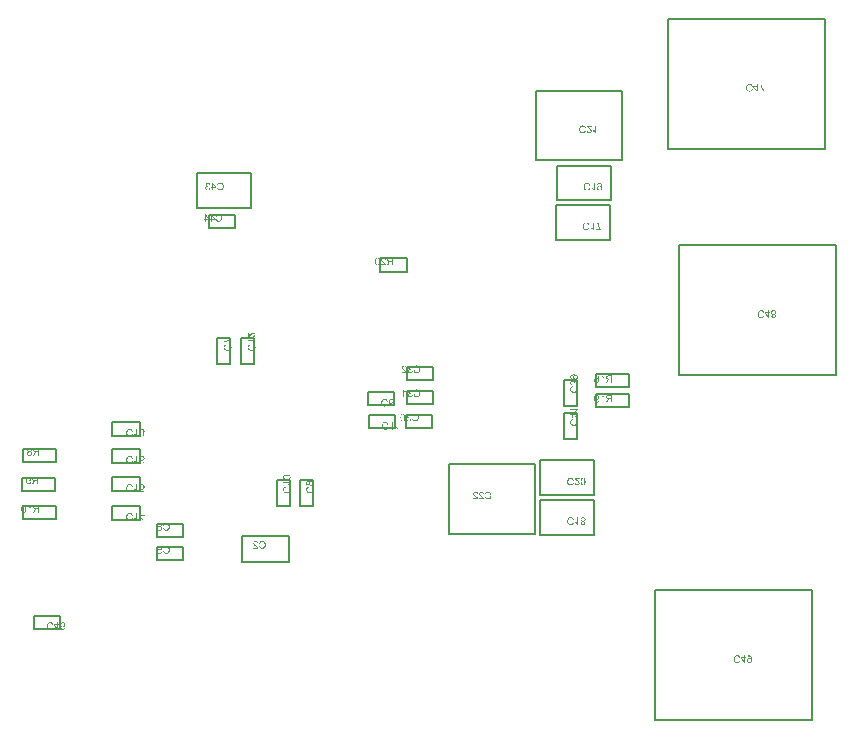
<source format=gbr>
%FSTAX23Y23*%
%MOIN*%
%SFA1B1*%

%IPPOS*%
%ADD15C,0.007870*%
%LNpcb_bottom_assembly-1*%
%LPD*%
G36*
X0472Y02751D02*
X0472Y02751D01*
X04721Y02751*
X04722Y02751*
X04722Y0275*
X04723Y0275*
X04723Y0275*
X04724Y0275*
X04724Y0275*
X04724Y0275*
X04725Y0275*
X04725Y0275*
X04725Y0275*
X04725Y0275*
X04725*
X04726Y02749*
X04727Y02749*
X04727Y02748*
X04728Y02748*
X04728Y02747*
X04729Y02747*
X04729Y02747*
X04729Y02747*
X04729Y02747*
Y02747*
X04729Y02746*
X0473Y02745*
X0473Y02744*
X0473Y02744*
X0473Y02743*
X0473Y02743*
Y02743*
X0473Y02742*
Y02742*
X0473Y02741*
X0473Y02741*
X0473Y0274*
X0473Y0274*
X04729Y02739*
X04729Y02738*
X04729Y02738*
X04729Y02738*
X04729Y02737*
X04728Y02737*
X04728Y02737*
X04728Y02737*
X04728Y02737*
X04728Y02736*
X04728Y02736*
X04727Y02736*
X04727Y02736*
X04726Y02735*
X04726Y02735*
X04725Y02735*
X04725Y02735*
X04724Y02734*
X04723Y02734*
X04723Y02734*
X04723Y02734*
X04722Y02734*
X04722Y02734*
X04722*
X04722*
X04722*
X04721Y02734*
X0472Y02734*
X0472Y02734*
X04719Y02735*
X04719Y02735*
X04718Y02735*
X04718Y02735*
X04717Y02735*
X04717Y02735*
X04717Y02736*
X04716Y02736*
X04716Y02736*
X04716Y02736*
X04716Y02736*
X04716Y02736*
X04716Y02736*
X04715Y02737*
X04715Y02737*
X04715Y02738*
X04714Y02738*
X04714Y02739*
X04714Y02739*
X04714Y0274*
X04714Y0274*
X04714Y02741*
X04714Y02741*
X04714Y02741*
X04713Y02741*
Y02742*
X04714Y02742*
X04714Y02743*
X04714Y02744*
X04714Y02744*
X04714Y02745*
X04714Y02745*
X04714Y02745*
X04714Y02745*
X04715Y02746*
X04715Y02746*
X04716Y02747*
X04716Y02747*
X04716Y02747*
X04717Y02747*
X04717Y02748*
X04717Y02748*
X04717*
X04716*
X04716*
X04716*
X04715Y02748*
X04715Y02748*
X04714Y02748*
X04714Y02747*
X04713Y02747*
X04713Y02747*
X04713Y02747*
X04712*
X04712Y02747*
X04712*
X04712Y02747*
X04711Y02747*
X04711Y02747*
X0471Y02746*
X0471Y02746*
X0471Y02746*
X04709Y02746*
X04709Y02746*
X04709Y02746*
X04709Y02745*
X04708Y02745*
X04708Y02745*
X04708Y02745*
X04708Y02744*
X04708Y02744*
X04708Y02744*
X04707Y02744*
X04707Y02743*
X04707Y02743*
X04707Y02743*
X04707Y02742*
X04707Y02742*
Y02742*
X04707Y02741*
X04707Y02741*
X04707Y0274*
X04708Y0274*
X04708Y0274*
X04708Y02739*
X04708Y02739*
X04708Y02739*
X04708Y02739*
X04709Y02738*
X04709Y02738*
X0471Y02738*
X0471Y02738*
X04711Y02738*
X04711Y02738*
X04711*
X04711Y02738*
X04711*
X04711Y02735*
X0471Y02735*
X04709Y02735*
X04708Y02736*
X04707Y02736*
X04707Y02736*
X04707Y02736*
X04706Y02737*
X04706Y02737*
X04706Y02737*
X04706Y02737*
X04706Y02737*
X04706Y02737*
X04706Y02738*
X04705Y02738*
X04705Y02739*
X04705Y0274*
X04705Y02741*
X04705Y02741*
Y02741*
X04705Y02741*
Y02742*
X04705Y02743*
X04705Y02744*
X04705Y02745*
X04705Y02745*
X04705Y02745*
X04706Y02746*
X04706Y02746*
X04706Y02746*
X04706Y02746*
X04706Y02746*
X04706Y02747*
Y02747*
X04707Y02747*
X04707Y02748*
X04708Y02748*
X04709Y02749*
X04709Y02749*
X0471Y02749*
X0471Y0275*
X0471Y0275*
X0471Y0275*
X0471Y0275*
X0471*
X04711Y0275*
X04711Y0275*
X04713Y0275*
X04714Y02751*
X04715Y02751*
X04716Y02751*
X04716Y02751*
X04717*
X04717Y02751*
X04718*
X04718*
X04718*
X04718*
X04719*
X0472Y02751*
G37*
G36*
X04713Y02731D02*
X04714Y02731D01*
X04715Y02731*
X04715Y02731*
X04716Y0273*
X04716Y0273*
X04716Y0273*
X04716Y0273*
X04717Y02729*
X04717Y02729*
X04718Y02728*
X04718Y02728*
X04718Y02727*
X04718Y02727*
X04719Y02727*
X04719Y02727*
X04719Y02726*
Y02726*
X04719Y02727*
X04719Y02728*
X0472Y02728*
X0472Y02728*
X0472Y02729*
X0472Y02729*
X04721Y02729*
X04721Y02729*
X04721Y02729*
X04722Y0273*
X04722Y0273*
X04723Y0273*
X04723Y0273*
X04723Y0273*
X04724*
X04724*
X04724Y0273*
X04725Y0273*
X04725Y0273*
X04726Y02729*
X04726Y02729*
X04727Y02729*
X04727Y02729*
X04727Y02729*
X04727Y02729*
X04728Y02728*
X04728Y02728*
X04729Y02727*
X04729Y02727*
X04729Y02727*
X04729Y02726*
X04729Y02726*
Y02726*
X0473Y02726*
X0473Y02725*
X0473Y02724*
X0473Y02724*
X0473Y02723*
X0473Y02723*
Y02722*
X0473Y02721*
X0473Y0272*
X0473Y0272*
X04729Y02719*
X04729Y02719*
X04729Y02718*
X04729Y02718*
X04729Y02718*
X04729Y02718*
X04729Y02718*
X04729Y02718*
X04729Y02718*
X04728Y02717*
X04727Y02716*
X04726Y02716*
X04725Y02715*
X04725Y02715*
X04724Y02715*
X04724Y02715*
X04724Y02715*
X04724Y02715*
X04724Y02715*
X04724*
X04723Y02718*
X04724Y02718*
X04725Y02718*
X04725Y02719*
X04726Y02719*
X04726Y02719*
X04726Y02719*
X04727Y0272*
X04727Y0272*
X04727Y0272*
X04727Y02721*
X04727Y02721*
X04728Y02722*
X04728Y02722*
X04728Y02722*
Y02723*
X04728Y02723*
X04728Y02724*
X04727Y02724*
X04727Y02725*
X04727Y02725*
X04727Y02725*
X04727Y02726*
X04727Y02726*
X04726Y02726*
X04726Y02726*
X04725Y02726*
X04725Y02727*
X04724Y02727*
X04724Y02727*
X04724*
X04724*
X04724*
X04723*
X04723Y02727*
X04722Y02726*
X04722Y02726*
X04721Y02726*
X04721Y02726*
X04721Y02725*
X04721Y02725*
X04721Y02725*
Y02725*
X0472Y02725*
X0472Y02724*
X0472Y02723*
X0472Y02723*
X0472Y02722*
X0472Y02722*
Y02721*
X0472Y02721*
Y02721*
X04717Y02721*
X04717Y02721*
X04717Y02722*
X04717Y02722*
X04717Y02722*
X04717Y02723*
Y02723*
X04717Y02724*
X04717Y02724*
X04717Y02725*
X04717Y02726*
X04716Y02726*
X04716Y02726*
X04716Y02726*
X04716Y02726*
X04715Y02727*
X04715Y02727*
X04714Y02728*
X04714Y02728*
X04713Y02728*
X04713Y02728*
X04713Y02728*
X04712*
X04712*
X04712*
X04711Y02728*
X04711Y02728*
X0471Y02727*
X0471Y02727*
X04709Y02727*
X04709Y02727*
X04709Y02726*
X04709Y02726*
X04708Y02726*
X04708Y02725*
X04707Y02725*
X04707Y02724*
X04707Y02723*
X04707Y02723*
X04707Y02723*
Y02723*
X04707Y02722*
X04707Y02721*
X04707Y02721*
X04708Y0272*
X04708Y0272*
X04708Y0272*
X04708Y0272*
X04708Y0272*
X04709Y02719*
X04709Y02719*
X0471Y02718*
X04711Y02718*
X04711Y02718*
X04711Y02718*
X04712Y02718*
X04712Y02718*
X04712Y02718*
X04712Y02718*
X04712*
X04712Y02715*
X04711Y02715*
X0471Y02715*
X04709Y02715*
X04709Y02716*
X04708Y02716*
X04708Y02716*
X04708Y02716*
X04707Y02716*
X04707Y02717*
X04707Y02717*
X04707Y02717*
X04707Y02717*
X04707Y02717*
X04706Y02717*
X04706Y02718*
X04706Y02718*
X04706Y02718*
X04705Y02719*
X04705Y0272*
X04705Y02721*
X04705Y02721*
X04705Y02721*
X04705Y02722*
X04705Y02722*
X04705Y02722*
Y02723*
X04705Y02723*
X04705Y02724*
X04705Y02725*
X04705Y02725*
X04705Y02726*
X04705Y02726*
X04705Y02727*
X04706Y02727*
X04706Y02727*
X04706Y02728*
X04706Y02728*
X04706Y02728*
X04707Y02728*
X04707Y02729*
X04707Y02729*
X04707Y02729*
X04707Y02729*
X04708Y0273*
X04708Y0273*
X04709Y0273*
X04709Y0273*
X0471Y02731*
X0471Y02731*
X04711Y02731*
X04711Y02731*
X04712Y02731*
X04712Y02731*
X04712Y02731*
X04712*
X04712*
X04712*
X04713Y02731*
G37*
G36*
X04714Y02708D02*
X04713Y02708D01*
X04713Y02708*
X04712Y02708*
X04712Y02708*
X04711Y02708*
X04711Y02707*
X0471Y02707*
X0471Y02707*
X0471Y02707*
X0471Y02706*
X04709Y02706*
X04709Y02706*
X04709Y02706*
X04709Y02706*
X04709Y02706*
X04709Y02706*
X04709Y02705*
X04708Y02705*
X04708Y02704*
X04708Y02703*
X04708Y02703*
X04707Y02702*
X04707Y02702*
Y02702*
X04707Y02701*
Y02701*
X04707Y027*
X04708Y02699*
X04708Y02699*
X04708Y02698*
X04708Y02698*
X04708Y02697*
X04708Y02697*
X04708Y02697*
X04708Y02697*
X04709Y02697*
Y02697*
X04709Y02696*
X0471Y02695*
X0471Y02695*
X04711Y02695*
X04711Y02694*
X04712Y02694*
X04712Y02694*
X04712Y02694*
X04712Y02694*
X04712*
X04713Y02694*
X04714Y02693*
X04715Y02693*
X04716Y02693*
X04716Y02693*
X04717Y02693*
X04717*
X04717Y02693*
X04717*
X04718*
X04718*
X04718*
X04719Y02693*
X0472Y02693*
X0472Y02693*
X04721Y02693*
X04722Y02693*
X04722Y02694*
X04722Y02694*
X04722Y02694*
X04722Y02694*
X04723Y02694*
X04723*
X04723Y02694*
X04724Y02694*
X04725Y02695*
X04725Y02695*
X04726Y02696*
X04726Y02696*
X04726Y02696*
X04726Y02696*
Y02696*
X04727Y02697*
X04727Y02698*
X04727Y02699*
X04728Y027*
X04728Y027*
X04728Y02701*
Y02701*
X04728Y02701*
Y02701*
X04728Y02702*
X04728Y02703*
X04727Y02704*
X04727Y02704*
X04727Y02705*
X04727Y02705*
X04727Y02705*
X04726Y02705*
X04726Y02706*
X04725Y02707*
X04725Y02707*
X04724Y02707*
X04723Y02708*
X04723Y02708*
X04723Y02708*
X04723Y02708*
X04723Y02708*
X04722Y02708*
X04722*
X04723Y02711*
X04724Y02711*
X04724Y02711*
X04725Y02711*
X04726Y0271*
X04726Y0271*
X04726Y0271*
X04727Y02709*
X04727Y02709*
X04728Y02709*
X04728Y02709*
X04728Y02708*
X04728Y02708*
X04728Y02708*
X04729Y02708*
X04729Y02708*
X04729Y02708*
X04729Y02707*
X04729Y02707*
X0473Y02706*
X0473Y02706*
X0473Y02705*
X0473Y02704*
X0473Y02703*
X0473Y02703*
X0473Y02702*
X04731Y02702*
X04731Y02702*
Y02701*
X0473Y027*
X0473Y02699*
X0473Y02698*
X0473Y02698*
X0473Y02697*
X0473Y02697*
X0473Y02696*
X04729Y02696*
X04729Y02696*
X04729Y02696*
X04729Y02695*
X04729Y02695*
X04729Y02695*
X04728Y02694*
X04728Y02693*
X04727Y02693*
X04726Y02692*
X04726Y02692*
X04725Y02691*
X04725Y02691*
X04725Y02691*
X04725Y02691*
X04725Y02691*
X04725Y02691*
X04723Y0269*
X04722Y0269*
X04721Y0269*
X0472Y0269*
X0472Y0269*
X04719Y0269*
X04719Y0269*
X04718*
X04718Y0269*
X04718*
X04718*
X04718*
X04716Y0269*
X04715Y0269*
X04714Y0269*
X04713Y0269*
X04713Y0269*
X04713Y0269*
X04712Y0269*
X04712Y02691*
X04711Y02691*
X04711Y02691*
X04711Y02691*
X04711Y02691*
X04711*
X0471Y02691*
X04709Y02692*
X04708Y02693*
X04708Y02693*
X04707Y02693*
X04707Y02694*
X04707Y02694*
X04707Y02694*
X04706Y02694*
X04706Y02694*
X04706Y02695*
X04706Y02695*
X04706Y02695*
X04706Y02695*
X04706Y02696*
X04705Y02697*
X04705Y02698*
X04705Y02699*
X04705Y02699*
X04705Y027*
X04705Y027*
Y02701*
X04705Y02701*
Y02701*
X04705Y02702*
X04705Y02703*
X04705Y02703*
X04705Y02704*
X04705Y02705*
X04705Y02705*
X04705Y02706*
X04706Y02706*
X04706Y02707*
X04706Y02707*
X04706Y02707*
X04706Y02708*
X04706Y02708*
X04707Y02708*
X04707Y02708*
X04707Y02708*
X04707Y02709*
X04708Y02709*
X04708Y02709*
X04709Y0271*
X0471Y0271*
X04711Y02711*
X04711Y02711*
X04711Y02711*
X04712Y02711*
X04712Y02712*
X04713Y02712*
X04713Y02712*
X04713Y02712*
X04713*
X04714Y02708*
G37*
G36*
X05303Y03719D02*
X05304Y03719D01*
X05305Y03719*
X05305Y03719*
X05306Y03719*
X05306Y03719*
X05307Y03719*
X05307Y03718*
X05308Y03718*
X05308Y03718*
X05308Y03718*
X05309Y03718*
X05309Y03718*
X05309Y03717*
X05309Y03717*
X05309Y03717*
X0531Y03717*
X0531Y03716*
X05311Y03716*
X05311Y03715*
X05312Y03714*
X05312Y03713*
X05312Y03713*
X05313Y03713*
X05313Y03712*
X05313Y03712*
X05313Y03711*
X05313Y03711*
X05313Y03711*
Y03711*
X0531Y0371*
X0531Y03711*
X05309Y03711*
X05309Y03712*
X05309Y03712*
X05309Y03713*
X05309Y03713*
X05308Y03714*
X05308Y03714*
X05308Y03714*
X05308Y03714*
X05308Y03715*
X05307Y03715*
X05307Y03715*
X05307Y03715*
X05307Y03715*
X05307Y03715*
X05307Y03715*
X05306Y03716*
X05305Y03716*
X05305Y03716*
X05304Y03716*
X05303Y03717*
X05303Y03717*
X05303*
X05303Y03717*
X05302*
X05301Y03717*
X05301Y03716*
X053Y03716*
X05299Y03716*
X05299Y03716*
X05299Y03716*
X05298Y03716*
X05298Y03716*
X05298Y03716*
X05298Y03716*
X05298*
X05297Y03715*
X05297Y03714*
X05296Y03714*
X05296Y03713*
X05295Y03713*
X05295Y03712*
X05295Y03712*
X05295Y03712*
X05295Y03712*
Y03712*
X05295Y03711*
X05295Y0371*
X05294Y03709*
X05294Y03708*
X05294Y03708*
X05294Y03707*
Y03707*
X05294Y03707*
Y03707*
Y03706*
Y03706*
Y03706*
X05294Y03705*
X05294Y03704*
X05294Y03704*
X05295Y03703*
X05295Y03702*
X05295Y03702*
X05295Y03702*
X05295Y03702*
X05295Y03702*
X05295Y03701*
Y03701*
X05295Y03701*
X05296Y037*
X05296Y03699*
X05297Y03699*
X05297Y03698*
X05297Y03698*
X05298Y03698*
X05298Y03698*
X05298*
X05298Y03697*
X05299Y03697*
X053Y03697*
X05301Y03696*
X05302Y03696*
X05302Y03696*
X05302*
X05302Y03696*
X05303*
X05303Y03696*
X05304Y03696*
X05305Y03697*
X05306Y03697*
X05306Y03697*
X05306Y03697*
X05307Y03697*
X05307Y03698*
X05307Y03698*
X05308Y03699*
X05308Y03699*
X05309Y037*
X05309Y03701*
X05309Y03701*
X05309Y03701*
X05309Y03701*
X05309Y03701*
X05309Y03702*
Y03702*
X05313Y03701*
X05312Y037*
X05312Y037*
X05312Y03699*
X05312Y03698*
X05311Y03698*
X05311Y03698*
X05311Y03697*
X0531Y03697*
X0531Y03696*
X0531Y03696*
X0531Y03696*
X05309Y03696*
X05309Y03696*
X05309Y03695*
X05309Y03695*
X05309Y03695*
X05308Y03695*
X05308Y03695*
X05307Y03694*
X05307Y03694*
X05306Y03694*
X05305Y03694*
X05304Y03694*
X05304Y03694*
X05304Y03694*
X05303Y03693*
X05303Y03693*
X05303*
X05301Y03694*
X053Y03694*
X05299Y03694*
X05299Y03694*
X05298Y03694*
X05298Y03694*
X05298Y03694*
X05297Y03695*
X05297Y03695*
X05297Y03695*
X05297Y03695*
X05297Y03695*
X05297Y03695*
X05296Y03696*
X05295Y03696*
X05294Y03697*
X05293Y03698*
X05293Y03698*
X05293Y03699*
X05293Y03699*
X05292Y03699*
X05292Y03699*
X05292Y03699*
X05292Y03699*
X05292Y03701*
X05291Y03702*
X05291Y03703*
X05291Y03704*
X05291Y03704*
X05291Y03705*
X05291Y03705*
Y03706*
X05291Y03706*
Y03706*
Y03706*
Y03706*
X05291Y03708*
X05291Y03709*
X05291Y0371*
X05291Y03711*
X05291Y03711*
X05292Y03711*
X05292Y03712*
X05292Y03712*
X05292Y03713*
X05292Y03713*
X05292Y03713*
X05292Y03713*
Y03713*
X05293Y03714*
X05293Y03715*
X05294Y03716*
X05294Y03716*
X05295Y03717*
X05295Y03717*
X05295Y03717*
X05295Y03717*
X05296Y03718*
X05296Y03718*
X05296Y03718*
X05296Y03718*
X05296Y03718*
X05296Y03718*
X05297Y03718*
X05298Y03719*
X05299Y03719*
X053Y03719*
X05301Y03719*
X05301Y03719*
X05302Y03719*
X05302*
X05302Y0372*
X05303*
X05303Y03719*
G37*
G36*
X05342Y03718D02*
X05343Y03716D01*
X05343Y03715*
X05343Y03715*
X05343Y03714*
X05343Y03714*
X05343Y03713*
X05343Y03713*
X05343Y03713*
X05343Y03712*
X05344Y03712*
X05344Y03712*
Y03712*
X05344Y0371*
X05345Y03709*
X05345Y03708*
X05345Y03707*
X05346Y03707*
X05346Y03706*
X05346Y03706*
X05346Y03705*
X05347Y03705*
X05347Y03704*
X05347Y03704*
X05347Y03704*
X05347Y03703*
X05347Y03703*
X05348Y03703*
X05348Y03702*
X05348Y03701*
X05349Y03701*
X05349Y037*
X0535Y03699*
X0535Y03699*
X0535Y03698*
X05351Y03698*
X05351Y03698*
X05351Y03697*
X05352Y03697*
X05352Y03697*
X05352Y03697*
X05352Y03697*
X05352Y03697*
Y03694*
X05336*
Y03697*
X05348*
X05347Y03698*
X05346Y03699*
X05346Y037*
X05345Y03702*
X05345Y03702*
X05344Y03702*
X05344Y03703*
X05344Y03703*
X05344Y03703*
X05344Y03704*
X05344Y03704*
X05344Y03704*
X05343Y03705*
X05342Y03707*
X05342Y03708*
X05341Y03709*
X05341Y03709*
X05341Y0371*
X05341Y0371*
X05341Y03711*
X05341Y03711*
X0534Y03712*
X0534Y03712*
X0534Y03712*
Y03712*
X0534Y03713*
X0534Y03714*
X0534Y03715*
X0534Y03715*
X0534Y03716*
X05339Y03717*
X05339Y03717*
X05339Y03718*
X05339Y03718*
X05339Y03718*
Y03719*
X05339Y03719*
Y03719*
Y03719*
Y03719*
X05342*
X05342Y03718*
G37*
G36*
X05329Y03713D02*
X05332D01*
Y0371*
X05329*
Y03694*
X05326*
X05315Y0371*
Y03713*
X05326*
Y03719*
X05329*
Y03713*
G37*
G36*
X03237Y02289D02*
X03238Y02289D01*
X03238Y02289*
X03239Y02289*
X0324Y02289*
X0324Y02289*
X03241Y02289*
X03241Y02288*
X03242Y02288*
X03242Y02288*
X03242Y02288*
X03243Y02288*
X03243Y02288*
X03243Y02287*
X03243Y02287*
X03243Y02287*
X03244Y02287*
X03244Y02286*
X03244Y02286*
X03245Y02285*
X03245Y02284*
X03246Y02283*
X03246Y02283*
X03246Y02283*
X03246Y02282*
X03247Y02282*
X03247Y02281*
X03247Y02281*
X03247Y02281*
Y02281*
X03243Y0228*
X03243Y02281*
X03243Y02281*
X03243Y02282*
X03243Y02282*
X03243Y02283*
X03242Y02283*
X03242Y02284*
X03242Y02284*
X03242Y02284*
X03241Y02284*
X03241Y02285*
X03241Y02285*
X03241Y02285*
X03241Y02285*
X03241Y02285*
X03241Y02285*
X0324Y02285*
X0324Y02286*
X03239Y02286*
X03238Y02286*
X03238Y02286*
X03237Y02287*
X03237Y02287*
X03237*
X03236Y02287*
X03236*
X03235Y02287*
X03234Y02286*
X03234Y02286*
X03233Y02286*
X03233Y02286*
X03232Y02286*
X03232Y02286*
X03232Y02286*
X03232Y02286*
X03232Y02286*
X03232*
X03231Y02285*
X0323Y02284*
X0323Y02284*
X0323Y02283*
X03229Y02283*
X03229Y02282*
X03229Y02282*
X03229Y02282*
X03229Y02282*
Y02282*
X03229Y02281*
X03228Y0228*
X03228Y02279*
X03228Y02278*
X03228Y02278*
X03228Y02277*
Y02277*
X03228Y02277*
Y02277*
Y02276*
Y02276*
Y02276*
X03228Y02275*
X03228Y02274*
X03228Y02274*
X03228Y02273*
X03228Y02272*
X03229Y02272*
X03229Y02272*
X03229Y02272*
X03229Y02272*
X03229Y02271*
Y02271*
X03229Y02271*
X03229Y0227*
X0323Y02269*
X0323Y02269*
X03231Y02268*
X03231Y02268*
X03231Y02268*
X03231Y02268*
X03231*
X03232Y02267*
X03233Y02267*
X03234Y02267*
X03235Y02266*
X03235Y02266*
X03236Y02266*
X03236*
X03236Y02266*
X03236*
X03237Y02266*
X03238Y02266*
X03239Y02267*
X03239Y02267*
X0324Y02267*
X0324Y02267*
X0324Y02267*
X0324Y02268*
X03241Y02268*
X03242Y02269*
X03242Y02269*
X03242Y0227*
X03243Y02271*
X03243Y02271*
X03243Y02271*
X03243Y02271*
X03243Y02271*
X03243Y02272*
Y02272*
X03246Y02271*
X03246Y0227*
X03246Y0227*
X03246Y02269*
X03245Y02268*
X03245Y02268*
X03245Y02268*
X03244Y02267*
X03244Y02267*
X03244Y02266*
X03244Y02266*
X03243Y02266*
X03243Y02266*
X03243Y02266*
X03243Y02265*
X03243Y02265*
X03243Y02265*
X03242Y02265*
X03242Y02265*
X03241Y02264*
X03241Y02264*
X0324Y02264*
X03239Y02264*
X03238Y02264*
X03238Y02264*
X03237Y02264*
X03237Y02263*
X03237Y02263*
X03236*
X03235Y02264*
X03234Y02264*
X03233Y02264*
X03233Y02264*
X03232Y02264*
X03232Y02264*
X03231Y02264*
X03231Y02265*
X03231Y02265*
X03231Y02265*
X0323Y02265*
X0323Y02265*
X0323Y02265*
X03229Y02266*
X03228Y02266*
X03228Y02267*
X03227Y02268*
X03227Y02268*
X03226Y02269*
X03226Y02269*
X03226Y02269*
X03226Y02269*
X03226Y02269*
X03226Y02269*
X03225Y02271*
X03225Y02272*
X03225Y02273*
X03225Y02274*
X03225Y02274*
X03225Y02275*
X03225Y02275*
Y02276*
X03225Y02276*
Y02276*
Y02276*
Y02276*
X03225Y02278*
X03225Y02279*
X03225Y0228*
X03225Y02281*
X03225Y02281*
X03225Y02281*
X03225Y02282*
X03226Y02282*
X03226Y02283*
X03226Y02283*
X03226Y02283*
X03226Y02283*
Y02283*
X03226Y02284*
X03227Y02285*
X03228Y02286*
X03228Y02286*
X03228Y02287*
X03229Y02287*
X03229Y02287*
X03229Y02287*
X03229Y02288*
X03229Y02288*
X0323Y02288*
X0323Y02288*
X0323Y02288*
X0323Y02288*
X03231Y02288*
X03232Y02289*
X03233Y02289*
X03234Y02289*
X03234Y02289*
X03235Y02289*
X03235Y02289*
X03236*
X03236Y0229*
X03236*
X03237Y02289*
G37*
G36*
X03261Y02264D02*
X03259D01*
X03259Y02264*
X03259Y02265*
X03258Y02266*
X03258Y02266*
X03257Y02266*
X03257Y02267*
X03257Y02267*
X03257Y02267*
X03257Y02267*
X03256Y02267*
X03256Y02268*
X03255Y02268*
X03254Y02269*
X03254Y02269*
X03253Y0227*
X03253Y0227*
X03252Y0227*
X03252Y0227*
X03252Y0227*
X03252Y0227*
X03252*
Y02273*
X03253Y02273*
X03253Y02273*
X03254Y02272*
X03254Y02272*
X03255Y02272*
X03255Y02272*
X03255Y02272*
X03255Y02272*
X03255*
X03256Y02271*
X03256Y02271*
X03257Y0227*
X03257Y0227*
X03258Y0227*
X03258Y0227*
X03258Y02269*
X03258Y02269*
Y02289*
X03261*
Y02264*
G37*
G36*
X03282Y02283D02*
X03286D01*
Y0228*
X03282*
Y02264*
X0328*
X03268Y0228*
Y02283*
X03279*
Y02289*
X03282*
Y02283*
G37*
G36*
X02972Y01924D02*
X02973Y01924D01*
X02973Y01924*
X02974Y01924*
X02975Y01924*
X02975Y01924*
X02976Y01924*
X02976Y01923*
X02977Y01923*
X02977Y01923*
X02977Y01923*
X02978Y01923*
X02978Y01923*
X02978Y01922*
X02978Y01922*
X02978Y01922*
X02979Y01922*
X02979Y01921*
X02979Y01921*
X0298Y0192*
X0298Y01919*
X02981Y01918*
X02981Y01918*
X02981Y01918*
X02981Y01917*
X02982Y01917*
X02982Y01916*
X02982Y01916*
X02982Y01916*
Y01916*
X02978Y01915*
X02978Y01916*
X02978Y01916*
X02978Y01917*
X02978Y01917*
X02978Y01918*
X02977Y01918*
X02977Y01919*
X02977Y01919*
X02977Y01919*
X02976Y01919*
X02976Y0192*
X02976Y0192*
X02976Y0192*
X02976Y0192*
X02976Y0192*
X02976Y0192*
X02975Y0192*
X02975Y01921*
X02974Y01921*
X02973Y01921*
X02973Y01921*
X02972Y01922*
X02972Y01922*
X02972*
X02971Y01922*
X02971*
X0297Y01922*
X02969Y01921*
X02969Y01921*
X02968Y01921*
X02968Y01921*
X02967Y01921*
X02967Y01921*
X02967Y01921*
X02967Y01921*
X02967Y01921*
X02967*
X02966Y0192*
X02965Y01919*
X02965Y01919*
X02965Y01918*
X02964Y01918*
X02964Y01917*
X02964Y01917*
X02964Y01917*
X02964Y01917*
Y01917*
X02964Y01916*
X02963Y01915*
X02963Y01914*
X02963Y01913*
X02963Y01913*
X02963Y01912*
Y01912*
X02963Y01912*
Y01912*
Y01911*
Y01911*
Y01911*
X02963Y0191*
X02963Y01909*
X02963Y01909*
X02963Y01908*
X02963Y01907*
X02964Y01907*
X02964Y01907*
X02964Y01907*
X02964Y01907*
X02964Y01906*
Y01906*
X02964Y01906*
X02964Y01905*
X02965Y01904*
X02965Y01904*
X02966Y01903*
X02966Y01903*
X02966Y01903*
X02966Y01903*
X02966*
X02967Y01902*
X02968Y01902*
X02969Y01902*
X0297Y01901*
X0297Y01901*
X02971Y01901*
X02971*
X02971Y01901*
X02971*
X02972Y01901*
X02973Y01901*
X02974Y01902*
X02974Y01902*
X02975Y01902*
X02975Y01902*
X02975Y01902*
X02975Y01903*
X02976Y01903*
X02977Y01904*
X02977Y01904*
X02977Y01905*
X02978Y01906*
X02978Y01906*
X02978Y01906*
X02978Y01906*
X02978Y01906*
X02978Y01907*
Y01907*
X02981Y01906*
X02981Y01905*
X02981Y01905*
X02981Y01904*
X0298Y01903*
X0298Y01903*
X0298Y01903*
X02979Y01902*
X02979Y01902*
X02979Y01901*
X02979Y01901*
X02978Y01901*
X02978Y01901*
X02978Y01901*
X02978Y019*
X02978Y019*
X02978Y019*
X02977Y019*
X02977Y019*
X02976Y01899*
X02976Y01899*
X02975Y01899*
X02974Y01899*
X02973Y01899*
X02973Y01899*
X02972Y01899*
X02972Y01898*
X02972Y01898*
X02971*
X0297Y01899*
X02969Y01899*
X02968Y01899*
X02968Y01899*
X02967Y01899*
X02967Y01899*
X02966Y01899*
X02966Y019*
X02966Y019*
X02966Y019*
X02965Y019*
X02965Y019*
X02965Y019*
X02964Y01901*
X02963Y01901*
X02963Y01902*
X02962Y01903*
X02962Y01903*
X02961Y01904*
X02961Y01904*
X02961Y01904*
X02961Y01904*
X02961Y01904*
X02961Y01904*
X0296Y01906*
X0296Y01907*
X0296Y01908*
X0296Y01909*
X0296Y01909*
X0296Y0191*
X0296Y0191*
Y01911*
X0296Y01911*
Y01911*
Y01911*
Y01911*
X0296Y01913*
X0296Y01914*
X0296Y01915*
X0296Y01916*
X0296Y01916*
X0296Y01916*
X0296Y01917*
X02961Y01917*
X02961Y01918*
X02961Y01918*
X02961Y01918*
X02961Y01918*
Y01918*
X02961Y01919*
X02962Y0192*
X02963Y01921*
X02963Y01921*
X02963Y01922*
X02964Y01922*
X02964Y01922*
X02964Y01922*
X02964Y01923*
X02964Y01923*
X02965Y01923*
X02965Y01923*
X02965Y01923*
X02965Y01923*
X02966Y01923*
X02967Y01924*
X02968Y01924*
X02969Y01924*
X02969Y01924*
X0297Y01924*
X0297Y01924*
X02971*
X02971Y01925*
X02971*
X02972Y01924*
G37*
G36*
X03014D02*
X03014Y01924D01*
X03015Y01924*
X03016Y01924*
X03016Y01924*
X03017Y01924*
X03017Y01924*
X03017Y01923*
X03017Y01923*
X03017*
X03017Y01923*
X03018Y01923*
X03019Y01922*
X03019Y01921*
X03019Y01921*
X03019Y01921*
X0302Y01921*
X0302Y0192*
X0302Y0192*
Y0192*
X0302Y0192*
X0302Y01919*
X0302Y01918*
X03021Y01917*
X03021Y01917*
Y01917*
X03021Y01916*
Y01916*
Y01916*
Y01916*
Y01916*
X03021Y01915*
X03021Y01915*
X03021Y01914*
X0302Y01913*
X0302Y01913*
X0302Y01912*
X0302Y01912*
X0302Y01912*
X03019Y01911*
X03019Y01911*
X03019Y01911*
X03019Y0191*
X03019Y0191*
X03019Y0191*
X03019Y0191*
X03019Y0191*
X03018Y0191*
X03018Y01909*
X03017Y01909*
X03017Y01909*
X03016Y01908*
X03016Y01908*
X03015Y01908*
X03015Y01908*
X03014Y01908*
X03014Y01908*
X03014Y01908*
X03014Y01908*
X03013*
X03013Y01908*
X03012Y01908*
X03011Y01908*
X03011Y01908*
X0301Y01908*
X0301Y01908*
X0301Y01909*
X0301Y01909*
X0301*
X03009Y01909*
X03009Y01909*
X03008Y0191*
X03008Y0191*
X03008Y01911*
X03007Y01911*
X03007Y01911*
X03007Y01911*
Y0191*
X03007Y0191*
X03007Y01909*
X03007Y01909*
X03007Y01908*
X03007Y01908*
X03007Y01907*
X03008Y01907*
X03008Y01906*
X03008Y01906*
X03008Y01906*
X03008Y01906*
X03008Y01906*
X03008Y01905*
X03008Y01905*
Y01905*
X03008Y01905*
X03009Y01904*
X03009Y01903*
X03009Y01903*
X0301Y01903*
X0301Y01902*
X0301Y01902*
X0301Y01902*
X03011Y01902*
X03011Y01902*
X03012Y01902*
X03012Y01901*
X03012Y01901*
X03013Y01901*
X03013*
X03014Y01901*
X03014Y01902*
X03015Y01902*
X03015Y01902*
X03016Y01902*
X03016Y01902*
X03016Y01903*
X03016Y01903*
X03016Y01903*
X03017Y01903*
X03017Y01904*
X03017Y01904*
X03017Y01905*
X03017Y01905*
X03017Y01905*
X03017Y01905*
Y01905*
X0302Y01905*
X0302Y01904*
X0302Y01903*
X03019Y01902*
X03019Y01902*
X03019Y01901*
X03018Y01901*
X03018Y01901*
X03018Y01901*
X03018Y01901*
X03018Y019*
X03018Y019*
X03018Y019*
X03017Y019*
X03016Y01899*
X03016Y01899*
X03015Y01899*
X03014Y01899*
X03014Y01899*
X03014*
X03013Y01899*
X03013*
X03012Y01899*
X03012Y01899*
X03011Y01899*
X0301Y01899*
X0301Y01899*
X03009Y019*
X03009Y019*
X03008Y019*
X03008Y019*
X03008Y01901*
X03007Y01901*
X03007Y01901*
X03007Y01901*
X03007Y01902*
X03007Y01902*
X03007Y01902*
X03006Y01902*
X03006Y01903*
X03006Y01904*
X03005Y01905*
X03005Y01906*
X03005Y01906*
X03005Y01907*
X03004Y01908*
X03004Y01909*
X03004Y0191*
X03004Y01911*
X03004Y01911*
Y01912*
X03004Y01912*
Y01912*
Y01912*
Y01912*
Y01912*
X03004Y01913*
X03004Y01915*
X03004Y01916*
X03004Y01917*
X03005Y01917*
X03005Y01918*
X03005Y01919*
X03005Y01919*
X03006Y0192*
X03006Y0192*
X03006Y01921*
X03006Y01921*
X03006Y01921*
X03006Y01922*
X03006Y01922*
X03006Y01922*
X03007Y01922*
X03007Y01923*
X03008Y01923*
X03008Y01923*
X03009Y01924*
X0301Y01924*
X0301Y01924*
X03011Y01924*
X03011Y01924*
X03011Y01924*
X03012Y01924*
X03012Y01924*
X03012*
X03013Y01925*
X03013*
X03014Y01924*
G37*
G36*
X02998Y01918D02*
X03001D01*
Y01915*
X02998*
Y01899*
X02995*
X02984Y01915*
Y01918*
X02995*
Y01924*
X02998*
Y01918*
G37*
G36*
X04173Y0278D02*
X04174Y0278D01*
X04174Y0278*
X04175Y02779*
X04175Y02779*
X04176Y02779*
X04176Y02779*
X04176Y02779*
X04176Y02779*
X04176Y02779*
X04176Y02779*
X04176Y02779*
X04177Y02778*
X04178Y02777*
X04178Y02776*
X04179Y02775*
X04179Y02775*
X04179Y02774*
X04179Y02774*
X04179Y02774*
X04179Y02774*
X04179Y02774*
Y02774*
X04176Y02773*
X04176Y02774*
X04176Y02775*
X04175Y02775*
X04175Y02776*
X04175Y02776*
X04175Y02776*
X04174Y02777*
X04174Y02777*
X04174Y02777*
X04173Y02777*
X04173Y02777*
X04172Y02778*
X04172Y02778*
X04172Y02778*
X04171*
X04171Y02778*
X0417Y02778*
X0417Y02777*
X04169Y02777*
X04169Y02777*
X04169Y02777*
X04168Y02777*
X04168Y02777*
X04168Y02776*
X04168Y02776*
X04168Y02775*
X04167Y02775*
X04167Y02774*
X04167Y02774*
Y02774*
Y02774*
Y02774*
Y02773*
X04167Y02773*
X04168Y02772*
X04168Y02772*
X04168Y02771*
X04168Y02771*
X04169Y02771*
X04169Y02771*
X04169Y02771*
X04169*
X04169Y0277*
X0417Y0277*
X04171Y0277*
X04171Y0277*
X04172Y0277*
X04172Y0277*
X04173*
X04173Y0277*
X04173*
X04173Y02767*
X04173Y02767*
X04172Y02767*
X04172Y02767*
X04172Y02767*
X04171Y02767*
X04171*
X0417Y02767*
X0417Y02767*
X04169Y02767*
X04169Y02767*
X04168Y02766*
X04168Y02766*
X04168Y02766*
X04168Y02766*
X04167Y02765*
X04167Y02765*
X04166Y02764*
X04166Y02764*
X04166Y02763*
X04166Y02763*
X04166Y02763*
Y02762*
Y02762*
Y02762*
X04166Y02761*
X04166Y02761*
X04167Y0276*
X04167Y0276*
X04167Y02759*
X04167Y02759*
X04168Y02759*
X04168Y02759*
X04168Y02758*
X04169Y02758*
X04169Y02757*
X0417Y02757*
X04171Y02757*
X04171Y02757*
X04171Y02757*
X04171*
X04172Y02757*
X04173Y02757*
X04173Y02757*
X04174Y02758*
X04174Y02758*
X04174Y02758*
X04174Y02758*
X04174Y02758*
X04175Y02759*
X04175Y02759*
X04176Y0276*
X04176Y02761*
X04176Y02761*
X04176Y02761*
X04176Y02762*
X04176Y02762*
X04176Y02762*
X04176Y02762*
Y02762*
X04179Y02762*
X04179Y02761*
X04179Y0276*
X04179Y02759*
X04178Y02759*
X04178Y02758*
X04178Y02758*
X04178Y02758*
X04178Y02757*
X04177Y02757*
X04177Y02757*
X04177Y02757*
X04177Y02757*
X04177Y02757*
X04177Y02756*
X04176Y02756*
X04176Y02756*
X04176Y02756*
X04175Y02755*
X04174Y02755*
X04173Y02755*
X04173Y02755*
X04173Y02755*
X04172Y02755*
X04172Y02755*
X04172Y02755*
X04171*
X04171Y02755*
X0417Y02755*
X04169Y02755*
X04169Y02755*
X04168Y02755*
X04168Y02755*
X04167Y02755*
X04167Y02756*
X04167Y02756*
X04166Y02756*
X04166Y02756*
X04166Y02756*
X04166Y02757*
X04165Y02757*
X04165Y02757*
X04165Y02757*
X04165Y02757*
X04165Y02758*
X04164Y02758*
X04164Y02759*
X04164Y02759*
X04163Y0276*
X04163Y0276*
X04163Y02761*
X04163Y02761*
X04163Y02762*
X04163Y02762*
X04163Y02762*
Y02762*
Y02762*
Y02762*
X04163Y02763*
X04163Y02764*
X04163Y02765*
X04163Y02765*
X04164Y02766*
X04164Y02766*
X04164Y02766*
X04164Y02766*
X04165Y02767*
X04165Y02767*
X04166Y02768*
X04166Y02768*
X04167Y02768*
X04167Y02768*
X04167Y02769*
X04167Y02769*
X04168Y02769*
X04168*
X04167Y02769*
X04166Y02769*
X04166Y0277*
X04166Y0277*
X04165Y0277*
X04165Y0277*
X04165Y02771*
X04165Y02771*
X04165Y02771*
X04165Y02772*
X04164Y02772*
X04164Y02773*
X04164Y02773*
X04164Y02773*
Y02774*
Y02774*
X04164Y02774*
X04164Y02775*
X04164Y02775*
X04165Y02776*
X04165Y02776*
X04165Y02777*
X04165Y02777*
X04165Y02777*
X04165Y02777*
X04166Y02778*
X04166Y02778*
X04167Y02779*
X04167Y02779*
X04167Y02779*
X04168Y02779*
X04168Y02779*
X04168*
X04168Y0278*
X04169Y0278*
X0417Y0278*
X0417Y0278*
X04171Y0278*
X04171Y0278*
X04172*
X04173Y0278*
G37*
G36*
X04152Y0278D02*
X04153Y0278D01*
X04153Y0278*
X04154Y0278*
X04154Y0278*
X04155Y0278*
X04155Y02779*
X04156Y02779*
X04156Y02779*
X04156Y02779*
X04157Y02779*
X04157Y02779*
X04157Y02779*
X04157Y02778*
X04157Y02778*
X04157Y02778*
X04158Y02778*
X04158Y02778*
X04158Y02777*
X04158Y02777*
X04159Y02776*
X04159Y02775*
X04159Y02775*
X04159Y02774*
X0416Y02774*
X0416Y02774*
X0416Y02773*
Y02773*
X0416Y02773*
Y02773*
X04156Y02773*
X04156Y02773*
X04156Y02774*
X04156Y02775*
X04156Y02775*
X04156Y02776*
X04155Y02776*
X04155Y02776*
X04155Y02776*
X04155Y02777*
X04154Y02777*
X04153Y02777*
X04153Y02778*
X04152Y02778*
X04152Y02778*
X04152Y02778*
X04152*
X04151Y02778*
X0415Y02778*
X0415Y02777*
X04149Y02777*
X04149Y02777*
X04148Y02777*
X04148Y02776*
X04148Y02776*
X04148Y02776*
X04147Y02775*
X04147Y02775*
X04147Y02774*
X04147Y02774*
X04147Y02774*
X04147Y02773*
Y02773*
Y02773*
X04147Y02773*
X04147Y02772*
X04147Y02771*
X04147Y02771*
X04148Y0277*
X04148Y0277*
X04148Y0277*
X04148Y0277*
X04148Y0277*
Y0277*
X04149Y02769*
X04149Y02769*
X04149Y02768*
X0415Y02768*
X04151Y02767*
X04152Y02766*
X04152Y02766*
X04152Y02765*
X04153Y02765*
X04153Y02765*
X04153Y02765*
X04154Y02764*
X04154Y02764*
X04154Y02764*
X04155Y02763*
X04156Y02763*
X04156Y02762*
X04157Y02762*
X04157Y02761*
X04158Y02761*
X04158Y02761*
X04158Y0276*
Y0276*
X04158Y0276*
X04159Y02759*
X04159Y02759*
X04159Y02758*
X0416Y02758*
X0416Y02757*
X0416Y02757*
X0416Y02757*
Y02757*
X0416Y02757*
X0416Y02756*
X0416Y02756*
X0416Y02756*
X0416Y02755*
Y02755*
Y02755*
Y02755*
X04144*
Y02758*
X04156*
X04156Y02759*
X04155Y02759*
X04155Y02759*
X04155Y02759*
X04155Y02759*
X04155Y0276*
X04155Y0276*
X04154Y0276*
X04154Y0276*
X04154Y0276*
X04153Y02761*
X04153Y02761*
X04152Y02762*
X04152Y02762*
X04151Y02762*
X04151Y02763*
X04151Y02763*
X04151Y02763*
X04151Y02763*
X0415Y02763*
X0415Y02764*
X04149Y02764*
X04149Y02765*
X04148Y02765*
X04148Y02765*
X04148Y02766*
X04147Y02766*
X04147Y02766*
X04147Y02767*
X04147Y02767*
X04147Y02767*
X04146Y02767*
X04146Y02767*
X04146Y02768*
X04145Y02768*
X04145Y02769*
X04145Y02769*
X04144Y0277*
X04144Y0277*
X04144Y0277*
X04144Y0277*
X04144Y02771*
X04144Y02771*
X04144Y02772*
X04144Y02772*
X04144Y02773*
X04144Y02773*
Y02773*
Y02773*
X04144Y02774*
X04144Y02774*
X04144Y02775*
X04144Y02775*
X04144Y02776*
X04145Y02777*
X04145Y02777*
X04145Y02777*
X04145Y02778*
X04145Y02778*
X04146Y02778*
X04146Y02778*
X04146Y02778*
X04146Y02778*
X04146Y02779*
X04147Y02779*
X04147Y02779*
X04148Y02779*
X04148Y0278*
X04149Y0278*
X0415Y0278*
X0415Y0278*
X04151Y0278*
X04151Y0278*
X04151Y0278*
X04151*
X04152Y0278*
G37*
G36*
X04194Y0278D02*
X04195Y0278D01*
X04196Y0278*
X04196Y0278*
X04197Y0278*
X04197Y0278*
X04198Y0278*
X04198Y02779*
X04198Y02779*
X04198Y02779*
X04199Y02779*
X04199Y02779*
X04199Y02779*
X042Y02778*
X04201Y02778*
X04201Y02777*
X04202Y02776*
X04202Y02776*
X04203Y02775*
X04203Y02775*
X04203Y02775*
X04203Y02775*
X04203Y02775*
X04203Y02775*
X04204Y02773*
X04204Y02772*
X04204Y02771*
X04204Y0277*
X04204Y0277*
X04204Y02769*
X04204Y02769*
Y02768*
X04205Y02768*
Y02768*
Y02768*
Y02768*
X04204Y02766*
X04204Y02765*
X04204Y02764*
X04204Y02763*
X04204Y02763*
X04204Y02763*
X04204Y02762*
X04203Y02762*
X04203Y02761*
X04203Y02761*
X04203Y02761*
X04203Y02761*
Y02761*
X04203Y0276*
X04202Y02759*
X04201Y02758*
X04201Y02758*
X04201Y02757*
X042Y02757*
X042Y02757*
X042Y02757*
X042Y02756*
X042Y02756*
X04199Y02756*
X04199Y02756*
X04199Y02756*
X04199Y02756*
X04198Y02756*
X04197Y02755*
X04196Y02755*
X04195Y02755*
X04195Y02755*
X04194Y02755*
X04194Y02755*
X04193*
X04193Y02755*
X04193*
X04192Y02755*
X04191Y02755*
X04191Y02755*
X0419Y02755*
X04189Y02755*
X04189Y02755*
X04188Y02755*
X04188Y02756*
X04187Y02756*
X04187Y02756*
X04187Y02756*
X04186Y02756*
X04186Y02756*
X04186Y02757*
X04186Y02757*
X04186Y02757*
X04186Y02757*
X04185Y02758*
X04185Y02758*
X04184Y02759*
X04184Y0276*
X04183Y02761*
X04183Y02761*
X04183Y02761*
X04183Y02762*
X04182Y02762*
X04182Y02763*
X04182Y02763*
X04182Y02763*
Y02763*
X04186Y02764*
X04186Y02763*
X04186Y02763*
X04186Y02762*
X04186Y02762*
X04186Y02761*
X04187Y02761*
X04187Y0276*
X04187Y0276*
X04187Y0276*
X04188Y0276*
X04188Y02759*
X04188Y02759*
X04188Y02759*
X04188Y02759*
X04188Y02759*
X04188Y02759*
X04189Y02759*
X04189Y02758*
X0419Y02758*
X04191Y02758*
X04191Y02758*
X04192Y02757*
X04192Y02757*
X04192*
X04193Y02757*
X04193*
X04194Y02757*
X04195Y02758*
X04195Y02758*
X04196Y02758*
X04196Y02758*
X04197Y02758*
X04197Y02758*
X04197Y02758*
X04197Y02758*
X04197Y02759*
X04197*
X04198Y02759*
X04199Y0276*
X04199Y0276*
X04199Y02761*
X042Y02761*
X042Y02762*
X042Y02762*
X042Y02762*
X042Y02762*
Y02762*
X042Y02763*
X04201Y02764*
X04201Y02765*
X04201Y02766*
X04201Y02766*
X04201Y02767*
Y02767*
X04201Y02767*
Y02767*
Y02768*
Y02768*
Y02768*
X04201Y02769*
X04201Y0277*
X04201Y0277*
X04201Y02771*
X04201Y02772*
X04201Y02772*
X042Y02772*
X042Y02772*
X042Y02772*
X042Y02773*
Y02773*
X042Y02773*
X042Y02774*
X04199Y02775*
X04199Y02775*
X04198Y02776*
X04198Y02776*
X04198Y02776*
X04198Y02776*
X04198*
X04197Y02777*
X04196Y02777*
X04195Y02777*
X04194Y02778*
X04194Y02778*
X04193Y02778*
X04193*
X04193Y02778*
X04193*
X04192Y02778*
X04191Y02778*
X0419Y02777*
X0419Y02777*
X04189Y02777*
X04189Y02777*
X04189Y02777*
X04189Y02776*
X04188Y02776*
X04187Y02775*
X04187Y02775*
X04187Y02774*
X04186Y02773*
X04186Y02773*
X04186Y02773*
X04186Y02773*
X04186Y02773*
X04186Y02772*
Y02772*
X04183Y02773*
X04183Y02774*
X04183Y02774*
X04183Y02775*
X04184Y02776*
X04184Y02776*
X04184Y02776*
X04185Y02777*
X04185Y02777*
X04185Y02778*
X04185Y02778*
X04186Y02778*
X04186Y02778*
X04186Y02778*
X04186Y02779*
X04186Y02779*
X04186Y02779*
X04187Y02779*
X04187Y02779*
X04188Y0278*
X04188Y0278*
X04189Y0278*
X0419Y0278*
X04191Y0278*
X04191Y0278*
X04192Y0278*
X04192Y02781*
X04192Y02781*
X04193*
X04194Y0278*
G37*
G36*
X04173Y027D02*
X04174Y027D01*
X04174Y027*
X04175Y02699*
X04175Y02699*
X04176Y02699*
X04176Y02699*
X04176Y02699*
X04176Y02699*
X04176Y02699*
X04176Y02699*
X04176Y02699*
X04177Y02698*
X04178Y02697*
X04178Y02696*
X04179Y02695*
X04179Y02695*
X04179Y02694*
X04179Y02694*
X04179Y02694*
X04179Y02694*
X04179Y02694*
Y02694*
X04176Y02693*
X04176Y02694*
X04176Y02695*
X04175Y02695*
X04175Y02696*
X04175Y02696*
X04175Y02696*
X04174Y02697*
X04174Y02697*
X04174Y02697*
X04173Y02697*
X04173Y02697*
X04172Y02698*
X04172Y02698*
X04172Y02698*
X04171*
X04171Y02698*
X0417Y02698*
X0417Y02697*
X04169Y02697*
X04169Y02697*
X04169Y02697*
X04168Y02697*
X04168Y02697*
X04168Y02696*
X04168Y02696*
X04168Y02695*
X04167Y02695*
X04167Y02694*
X04167Y02694*
Y02694*
Y02694*
Y02694*
Y02693*
X04167Y02693*
X04168Y02692*
X04168Y02692*
X04168Y02691*
X04168Y02691*
X04169Y02691*
X04169Y02691*
X04169Y02691*
X04169*
X04169Y0269*
X0417Y0269*
X04171Y0269*
X04171Y0269*
X04172Y0269*
X04172Y0269*
X04173*
X04173Y0269*
X04173*
X04173Y02687*
X04173Y02687*
X04172Y02687*
X04172Y02687*
X04172Y02687*
X04171Y02687*
X04171*
X0417Y02687*
X0417Y02687*
X04169Y02687*
X04169Y02687*
X04168Y02686*
X04168Y02686*
X04168Y02686*
X04168Y02686*
X04167Y02685*
X04167Y02685*
X04166Y02684*
X04166Y02684*
X04166Y02683*
X04166Y02683*
X04166Y02683*
Y02682*
Y02682*
Y02682*
X04166Y02681*
X04166Y02681*
X04167Y0268*
X04167Y0268*
X04167Y02679*
X04167Y02679*
X04168Y02679*
X04168Y02679*
X04168Y02678*
X04169Y02678*
X04169Y02677*
X0417Y02677*
X04171Y02677*
X04171Y02677*
X04171Y02677*
X04171*
X04172Y02677*
X04173Y02677*
X04173Y02677*
X04174Y02678*
X04174Y02678*
X04174Y02678*
X04174Y02678*
X04174Y02678*
X04175Y02679*
X04175Y02679*
X04176Y0268*
X04176Y02681*
X04176Y02681*
X04176Y02681*
X04176Y02682*
X04176Y02682*
X04176Y02682*
X04176Y02682*
Y02682*
X04179Y02682*
X04179Y02681*
X04179Y0268*
X04179Y02679*
X04178Y02679*
X04178Y02678*
X04178Y02678*
X04178Y02678*
X04178Y02677*
X04177Y02677*
X04177Y02677*
X04177Y02677*
X04177Y02677*
X04177Y02677*
X04177Y02676*
X04176Y02676*
X04176Y02676*
X04176Y02676*
X04175Y02675*
X04174Y02675*
X04173Y02675*
X04173Y02675*
X04173Y02675*
X04172Y02675*
X04172Y02675*
X04172Y02675*
X04171*
X04171Y02675*
X0417Y02675*
X04169Y02675*
X04169Y02675*
X04168Y02675*
X04168Y02675*
X04167Y02675*
X04167Y02676*
X04167Y02676*
X04166Y02676*
X04166Y02676*
X04166Y02676*
X04166Y02677*
X04165Y02677*
X04165Y02677*
X04165Y02677*
X04165Y02677*
X04165Y02678*
X04164Y02678*
X04164Y02679*
X04164Y02679*
X04163Y0268*
X04163Y0268*
X04163Y02681*
X04163Y02681*
X04163Y02682*
X04163Y02682*
X04163Y02682*
Y02682*
Y02682*
Y02682*
X04163Y02683*
X04163Y02684*
X04163Y02685*
X04163Y02685*
X04164Y02686*
X04164Y02686*
X04164Y02686*
X04164Y02686*
X04165Y02687*
X04165Y02687*
X04166Y02688*
X04166Y02688*
X04167Y02688*
X04167Y02688*
X04167Y02689*
X04167Y02689*
X04168Y02689*
X04168*
X04167Y02689*
X04166Y02689*
X04166Y0269*
X04166Y0269*
X04165Y0269*
X04165Y0269*
X04165Y02691*
X04165Y02691*
X04165Y02691*
X04165Y02692*
X04164Y02692*
X04164Y02693*
X04164Y02693*
X04164Y02693*
Y02694*
Y02694*
X04164Y02694*
X04164Y02695*
X04164Y02695*
X04165Y02696*
X04165Y02696*
X04165Y02697*
X04165Y02697*
X04165Y02697*
X04165Y02697*
X04166Y02698*
X04166Y02698*
X04167Y02699*
X04167Y02699*
X04167Y02699*
X04168Y02699*
X04168Y02699*
X04168*
X04168Y027*
X04169Y027*
X0417Y027*
X0417Y027*
X04171Y027*
X04171Y027*
X04172*
X04173Y027*
G37*
G36*
X04151Y027D02*
X04151Y02699D01*
X04151Y02698*
X04152Y02698*
X04152Y02698*
X04153Y02697*
X04153Y02697*
X04153Y02697*
X04153Y02697*
X04153Y02697*
X04154Y02696*
X04154Y02696*
X04155Y02695*
X04156Y02695*
X04157Y02694*
X04157Y02694*
X04157Y02694*
X04157Y02694*
X04157Y02694*
X04157Y02694*
X04157*
Y02691*
X04157Y02691*
X04156Y02691*
X04156Y02692*
X04155Y02692*
X04155Y02692*
X04154Y02692*
X04154Y02692*
X04154Y02692*
X04154*
X04154Y02693*
X04153Y02693*
X04152Y02694*
X04152Y02694*
X04152Y02694*
X04151Y02694*
X04151Y02695*
X04151Y02695*
Y02675*
X04148*
Y027*
X0415*
X04151Y027*
G37*
G36*
X04194Y027D02*
X04195Y027D01*
X04196Y027*
X04196Y027*
X04197Y027*
X04197Y027*
X04198Y027*
X04198Y02699*
X04198Y02699*
X04198Y02699*
X04199Y02699*
X04199Y02699*
X04199Y02699*
X042Y02698*
X04201Y02698*
X04201Y02697*
X04202Y02696*
X04202Y02696*
X04203Y02695*
X04203Y02695*
X04203Y02695*
X04203Y02695*
X04203Y02695*
X04203Y02695*
X04204Y02693*
X04204Y02692*
X04204Y02691*
X04204Y0269*
X04204Y0269*
X04204Y02689*
X04204Y02689*
Y02688*
X04205Y02688*
Y02688*
Y02688*
Y02688*
X04204Y02686*
X04204Y02685*
X04204Y02684*
X04204Y02683*
X04204Y02683*
X04204Y02683*
X04204Y02682*
X04203Y02682*
X04203Y02681*
X04203Y02681*
X04203Y02681*
X04203Y02681*
Y02681*
X04203Y0268*
X04202Y02679*
X04201Y02678*
X04201Y02678*
X04201Y02677*
X042Y02677*
X042Y02677*
X042Y02677*
X042Y02676*
X042Y02676*
X04199Y02676*
X04199Y02676*
X04199Y02676*
X04199Y02676*
X04198Y02676*
X04197Y02675*
X04196Y02675*
X04195Y02675*
X04195Y02675*
X04194Y02675*
X04194Y02675*
X04193*
X04193Y02675*
X04193*
X04192Y02675*
X04191Y02675*
X04191Y02675*
X0419Y02675*
X04189Y02675*
X04189Y02675*
X04188Y02675*
X04188Y02676*
X04187Y02676*
X04187Y02676*
X04187Y02676*
X04186Y02676*
X04186Y02676*
X04186Y02677*
X04186Y02677*
X04186Y02677*
X04186Y02677*
X04185Y02678*
X04185Y02678*
X04184Y02679*
X04184Y0268*
X04183Y02681*
X04183Y02681*
X04183Y02681*
X04183Y02682*
X04182Y02682*
X04182Y02683*
X04182Y02683*
X04182Y02683*
Y02683*
X04186Y02684*
X04186Y02683*
X04186Y02683*
X04186Y02682*
X04186Y02682*
X04186Y02681*
X04187Y02681*
X04187Y0268*
X04187Y0268*
X04187Y0268*
X04188Y0268*
X04188Y02679*
X04188Y02679*
X04188Y02679*
X04188Y02679*
X04188Y02679*
X04188Y02679*
X04189Y02679*
X04189Y02678*
X0419Y02678*
X04191Y02678*
X04191Y02678*
X04192Y02677*
X04192Y02677*
X04192*
X04193Y02677*
X04193*
X04194Y02677*
X04195Y02678*
X04195Y02678*
X04196Y02678*
X04196Y02678*
X04197Y02678*
X04197Y02678*
X04197Y02678*
X04197Y02678*
X04197Y02679*
X04197*
X04198Y02679*
X04199Y0268*
X04199Y0268*
X04199Y02681*
X042Y02681*
X042Y02682*
X042Y02682*
X042Y02682*
X042Y02682*
Y02682*
X042Y02683*
X04201Y02684*
X04201Y02685*
X04201Y02686*
X04201Y02686*
X04201Y02687*
Y02687*
X04201Y02687*
Y02687*
Y02688*
Y02688*
Y02688*
X04201Y02689*
X04201Y0269*
X04201Y0269*
X04201Y02691*
X04201Y02692*
X04201Y02692*
X042Y02692*
X042Y02692*
X042Y02692*
X042Y02693*
Y02693*
X042Y02693*
X042Y02694*
X04199Y02695*
X04199Y02695*
X04198Y02696*
X04198Y02696*
X04198Y02696*
X04198Y02696*
X04198*
X04197Y02697*
X04196Y02697*
X04195Y02697*
X04194Y02698*
X04194Y02698*
X04193Y02698*
X04193*
X04193Y02698*
X04193*
X04192Y02698*
X04191Y02698*
X0419Y02697*
X0419Y02697*
X04189Y02697*
X04189Y02697*
X04189Y02697*
X04189Y02696*
X04188Y02696*
X04187Y02695*
X04187Y02695*
X04187Y02694*
X04186Y02693*
X04186Y02693*
X04186Y02693*
X04186Y02693*
X04186Y02693*
X04186Y02692*
Y02692*
X04183Y02693*
X04183Y02694*
X04183Y02694*
X04183Y02695*
X04184Y02696*
X04184Y02696*
X04184Y02696*
X04185Y02697*
X04185Y02697*
X04185Y02698*
X04185Y02698*
X04186Y02698*
X04186Y02698*
X04186Y02698*
X04186Y02699*
X04186Y02699*
X04186Y02699*
X04187Y02699*
X04187Y02699*
X04188Y027*
X04188Y027*
X04189Y027*
X0419Y027*
X04191Y027*
X04191Y027*
X04192Y027*
X04192Y02701*
X04192Y02701*
X04193*
X04194Y027*
G37*
G36*
X04168Y0262D02*
X04169Y0262D01*
X04169Y0262*
X0417Y02619*
X0417Y02619*
X04171Y02619*
X04171Y02619*
X04171Y02619*
X04171Y02619*
X04171Y02619*
X04171Y02619*
X04171Y02619*
X04172Y02618*
X04173Y02617*
X04173Y02616*
X04174Y02615*
X04174Y02615*
X04174Y02614*
X04174Y02614*
X04174Y02614*
X04174Y02614*
X04174Y02614*
Y02614*
X04171Y02613*
X04171Y02614*
X04171Y02615*
X0417Y02615*
X0417Y02616*
X0417Y02616*
X0417Y02616*
X04169Y02617*
X04169Y02617*
X04169Y02617*
X04168Y02617*
X04168Y02617*
X04167Y02618*
X04167Y02618*
X04167Y02618*
X04166*
X04166Y02618*
X04165Y02618*
X04165Y02617*
X04164Y02617*
X04164Y02617*
X04164Y02617*
X04163Y02617*
X04163Y02617*
X04163Y02616*
X04163Y02616*
X04163Y02615*
X04162Y02615*
X04162Y02614*
X04162Y02614*
Y02614*
Y02614*
Y02614*
Y02613*
X04162Y02613*
X04163Y02612*
X04163Y02612*
X04163Y02611*
X04163Y02611*
X04164Y02611*
X04164Y02611*
X04164Y02611*
X04164*
X04164Y0261*
X04165Y0261*
X04166Y0261*
X04166Y0261*
X04167Y0261*
X04167Y0261*
X04168*
X04168Y0261*
X04168*
X04168Y02607*
X04168Y02607*
X04167Y02607*
X04167Y02607*
X04167Y02607*
X04166Y02607*
X04166*
X04165Y02607*
X04165Y02607*
X04164Y02607*
X04164Y02607*
X04163Y02606*
X04163Y02606*
X04163Y02606*
X04163Y02606*
X04162Y02605*
X04162Y02605*
X04161Y02604*
X04161Y02604*
X04161Y02603*
X04161Y02603*
X04161Y02603*
Y02602*
Y02602*
Y02602*
X04161Y02601*
X04161Y02601*
X04162Y026*
X04162Y026*
X04162Y02599*
X04162Y02599*
X04163Y02599*
X04163Y02599*
X04163Y02598*
X04164Y02598*
X04164Y02597*
X04165Y02597*
X04166Y02597*
X04166Y02597*
X04166Y02597*
X04166*
X04167Y02597*
X04168Y02597*
X04168Y02597*
X04169Y02598*
X04169Y02598*
X04169Y02598*
X04169Y02598*
X04169Y02598*
X0417Y02599*
X0417Y02599*
X04171Y026*
X04171Y02601*
X04171Y02601*
X04171Y02601*
X04171Y02602*
X04171Y02602*
X04171Y02602*
X04171Y02602*
Y02602*
X04174Y02602*
X04174Y02601*
X04174Y026*
X04174Y02599*
X04173Y02599*
X04173Y02598*
X04173Y02598*
X04173Y02598*
X04173Y02597*
X04172Y02597*
X04172Y02597*
X04172Y02597*
X04172Y02597*
X04172Y02597*
X04172Y02596*
X04171Y02596*
X04171Y02596*
X04171Y02596*
X0417Y02595*
X04169Y02595*
X04168Y02595*
X04168Y02595*
X04168Y02595*
X04167Y02595*
X04167Y02595*
X04167Y02595*
X04166*
X04166Y02595*
X04165Y02595*
X04164Y02595*
X04164Y02595*
X04163Y02595*
X04163Y02595*
X04162Y02595*
X04162Y02596*
X04162Y02596*
X04161Y02596*
X04161Y02596*
X04161Y02596*
X04161Y02597*
X0416Y02597*
X0416Y02597*
X0416Y02597*
X0416Y02597*
X0416Y02598*
X04159Y02598*
X04159Y02599*
X04159Y02599*
X04158Y026*
X04158Y026*
X04158Y02601*
X04158Y02601*
X04158Y02602*
X04158Y02602*
X04158Y02602*
Y02602*
Y02602*
Y02602*
X04158Y02603*
X04158Y02604*
X04158Y02605*
X04158Y02605*
X04159Y02606*
X04159Y02606*
X04159Y02606*
X04159Y02606*
X0416Y02607*
X0416Y02607*
X04161Y02608*
X04161Y02608*
X04162Y02608*
X04162Y02608*
X04162Y02609*
X04162Y02609*
X04163Y02609*
X04163*
X04162Y02609*
X04161Y02609*
X04161Y0261*
X04161Y0261*
X0416Y0261*
X0416Y0261*
X0416Y02611*
X0416Y02611*
X0416Y02611*
X0416Y02612*
X04159Y02612*
X04159Y02613*
X04159Y02613*
X04159Y02613*
Y02614*
Y02614*
X04159Y02614*
X04159Y02615*
X04159Y02615*
X0416Y02616*
X0416Y02616*
X0416Y02617*
X0416Y02617*
X0416Y02617*
X0416Y02617*
X04161Y02618*
X04161Y02618*
X04162Y02619*
X04162Y02619*
X04162Y02619*
X04163Y02619*
X04163Y02619*
X04163*
X04163Y0262*
X04164Y0262*
X04165Y0262*
X04165Y0262*
X04166Y0262*
X04166Y0262*
X04167*
X04168Y0262*
G37*
G36*
X04189Y0262D02*
X0419Y0262D01*
X04191Y0262*
X04191Y0262*
X04192Y0262*
X04192Y0262*
X04193Y0262*
X04193Y02619*
X04193Y02619*
X04193Y02619*
X04194Y02619*
X04194Y02619*
X04194Y02619*
X04195Y02618*
X04196Y02618*
X04196Y02617*
X04197Y02616*
X04197Y02616*
X04198Y02615*
X04198Y02615*
X04198Y02615*
X04198Y02615*
X04198Y02615*
X04198Y02615*
X04199Y02613*
X04199Y02612*
X04199Y02611*
X04199Y0261*
X04199Y0261*
X04199Y02609*
X04199Y02609*
Y02608*
X042Y02608*
Y02608*
Y02608*
Y02608*
X04199Y02606*
X04199Y02605*
X04199Y02604*
X04199Y02603*
X04199Y02603*
X04199Y02603*
X04199Y02602*
X04198Y02602*
X04198Y02601*
X04198Y02601*
X04198Y02601*
X04198Y02601*
Y02601*
X04198Y026*
X04197Y02599*
X04196Y02598*
X04196Y02598*
X04196Y02597*
X04195Y02597*
X04195Y02597*
X04195Y02597*
X04195Y02596*
X04195Y02596*
X04194Y02596*
X04194Y02596*
X04194Y02596*
X04194Y02596*
X04193Y02596*
X04192Y02595*
X04191Y02595*
X0419Y02595*
X0419Y02595*
X04189Y02595*
X04189Y02595*
X04188*
X04188Y02595*
X04188*
X04187Y02595*
X04186Y02595*
X04186Y02595*
X04185Y02595*
X04184Y02595*
X04184Y02595*
X04183Y02595*
X04183Y02596*
X04182Y02596*
X04182Y02596*
X04182Y02596*
X04181Y02596*
X04181Y02596*
X04181Y02597*
X04181Y02597*
X04181Y02597*
X04181Y02597*
X0418Y02598*
X0418Y02598*
X04179Y02599*
X04179Y026*
X04178Y02601*
X04178Y02601*
X04178Y02601*
X04178Y02602*
X04177Y02602*
X04177Y02603*
X04177Y02603*
X04177Y02603*
Y02603*
X04181Y02604*
X04181Y02603*
X04181Y02603*
X04181Y02602*
X04181Y02602*
X04181Y02601*
X04182Y02601*
X04182Y026*
X04182Y026*
X04182Y026*
X04183Y026*
X04183Y02599*
X04183Y02599*
X04183Y02599*
X04183Y02599*
X04183Y02599*
X04183Y02599*
X04184Y02599*
X04184Y02598*
X04185Y02598*
X04186Y02598*
X04186Y02598*
X04187Y02597*
X04187Y02597*
X04187*
X04188Y02597*
X04188*
X04189Y02597*
X0419Y02598*
X0419Y02598*
X04191Y02598*
X04191Y02598*
X04192Y02598*
X04192Y02598*
X04192Y02598*
X04192Y02598*
X04192Y02599*
X04192*
X04193Y02599*
X04194Y026*
X04194Y026*
X04194Y02601*
X04195Y02601*
X04195Y02602*
X04195Y02602*
X04195Y02602*
X04195Y02602*
Y02602*
X04195Y02603*
X04196Y02604*
X04196Y02605*
X04196Y02606*
X04196Y02606*
X04196Y02607*
Y02607*
X04196Y02607*
Y02607*
Y02608*
Y02608*
Y02608*
X04196Y02609*
X04196Y0261*
X04196Y0261*
X04196Y02611*
X04196Y02612*
X04196Y02612*
X04195Y02612*
X04195Y02612*
X04195Y02612*
X04195Y02613*
Y02613*
X04195Y02613*
X04195Y02614*
X04194Y02615*
X04194Y02615*
X04193Y02616*
X04193Y02616*
X04193Y02616*
X04193Y02616*
X04193*
X04192Y02617*
X04191Y02617*
X0419Y02617*
X04189Y02618*
X04189Y02618*
X04188Y02618*
X04188*
X04188Y02618*
X04188*
X04187Y02618*
X04186Y02618*
X04185Y02617*
X04185Y02617*
X04184Y02617*
X04184Y02617*
X04184Y02617*
X04184Y02616*
X04183Y02616*
X04182Y02615*
X04182Y02615*
X04182Y02614*
X04181Y02613*
X04181Y02613*
X04181Y02613*
X04181Y02613*
X04181Y02613*
X04181Y02612*
Y02612*
X04178Y02613*
X04178Y02614*
X04178Y02614*
X04178Y02615*
X04179Y02616*
X04179Y02616*
X04179Y02616*
X0418Y02617*
X0418Y02617*
X0418Y02618*
X0418Y02618*
X04181Y02618*
X04181Y02618*
X04181Y02618*
X04181Y02619*
X04181Y02619*
X04181Y02619*
X04182Y02619*
X04182Y02619*
X04183Y0262*
X04183Y0262*
X04184Y0262*
X04185Y0262*
X04186Y0262*
X04186Y0262*
X04187Y0262*
X04187Y02621*
X04187Y02621*
X04188*
X04189Y0262*
G37*
G36*
X04148Y0262D02*
X04148Y0262D01*
X04149Y0262*
X0415Y0262*
X0415Y02619*
X04151Y02619*
X04151Y02619*
X04151Y02619*
X04151Y02619*
X04151Y02619*
X04151*
X04152Y02618*
X04152Y02617*
X04153Y02617*
X04153Y02616*
X04153Y02616*
X04154Y02615*
X04154Y02615*
X04154Y02615*
X04154Y02615*
X04154Y02615*
Y02615*
X04154Y02614*
X04154Y02613*
X04154Y02612*
X04155Y02611*
X04155Y0261*
X04155Y02609*
X04155Y02609*
Y02608*
X04155Y02608*
Y02608*
Y02608*
Y02607*
Y02607*
X04155Y02606*
X04155Y02605*
X04155Y02604*
X04154Y02603*
X04154Y02602*
X04154Y02601*
X04154Y026*
X04154Y026*
X04153Y02599*
X04153Y02598*
X04153Y02598*
X04153Y02598*
X04153Y02597*
X04152Y02597*
X04152Y02597*
X04152Y02597*
X04152Y02597*
X04151Y02596*
X04151Y02596*
X04151Y02596*
X0415Y02595*
X0415Y02595*
X04149Y02595*
X04149Y02595*
X04148Y02595*
X04148Y02595*
X04147Y02595*
X04147Y02595*
X04147Y02595*
X04147*
X04146Y02595*
X04145Y02595*
X04144Y02595*
X04143Y02595*
X04143Y02595*
X04143Y02596*
X04142Y02596*
X04142Y02596*
X04142Y02596*
X04142Y02596*
X04142*
X04141Y02597*
X04141Y02597*
X0414Y02598*
X0414Y02599*
X0414Y02599*
X0414Y02599*
X04139Y026*
X04139Y026*
X04139Y026*
X04139Y026*
Y026*
X04139Y02601*
X04139Y02601*
X04139Y02602*
X04139Y02604*
X04138Y02605*
X04138Y02605*
X04138Y02606*
Y02606*
X04138Y02607*
Y02607*
Y02607*
Y02607*
Y02607*
Y02608*
X04138Y02609*
Y02609*
X04138Y0261*
X04138Y0261*
X04139Y02611*
X04139Y02611*
X04139Y02612*
X04139Y02612*
X04139Y02612*
X04139Y02613*
X04139Y02613*
X04139Y02613*
X04139Y02613*
X04139Y02613*
Y02613*
X04139Y02614*
X04139Y02615*
X0414Y02615*
X0414Y02616*
X0414Y02616*
X0414Y02617*
X0414Y02617*
X04141Y02617*
X04141Y02618*
X04141Y02618*
X04142Y02618*
X04142Y02619*
X04143Y02619*
X04143Y02619*
X04143Y02619*
X04143Y02619*
X04143*
X04144Y0262*
X04144Y0262*
X04145Y0262*
X04145Y0262*
X04146Y0262*
X04146Y0262*
X04147*
X04148Y0262*
G37*
G36*
X03498Y0339D02*
X03499Y0339D01*
X035Y0339*
X03501Y03389*
X03501Y03389*
X03501Y03389*
X03501Y03389*
X03502Y03389*
X03502Y03389*
X03502Y03389*
X03502Y03389*
X03502Y03389*
X03503Y03388*
X03503Y03387*
X03504Y03386*
X03504Y03385*
X03504Y03385*
X03504Y03384*
X03504Y03384*
X03504Y03384*
X03504Y03384*
X03504Y03384*
Y03384*
X03501Y03383*
X03501Y03384*
X03501Y03385*
X03501Y03385*
X035Y03386*
X035Y03386*
X035Y03386*
X035Y03387*
X035Y03387*
X03499Y03387*
X03499Y03387*
X03498Y03387*
X03498Y03388*
X03497Y03388*
X03497Y03388*
X03497*
X03496Y03388*
X03496Y03388*
X03495Y03387*
X03495Y03387*
X03494Y03387*
X03494Y03387*
X03494Y03387*
X03494Y03387*
X03493Y03386*
X03493Y03386*
X03493Y03385*
X03493Y03385*
X03493Y03384*
X03493Y03384*
Y03384*
Y03384*
Y03384*
Y03383*
X03493Y03383*
X03493Y03382*
X03493Y03382*
X03493Y03381*
X03494Y03381*
X03494Y03381*
X03494Y03381*
X03494Y03381*
X03494*
X03495Y0338*
X03495Y0338*
X03496Y0338*
X03497Y0338*
X03497Y0338*
X03498Y0338*
X03498*
X03498Y0338*
X03498*
X03499Y03377*
X03498Y03377*
X03498Y03377*
X03497Y03377*
X03497Y03377*
X03497Y03377*
X03497*
X03496Y03377*
X03495Y03377*
X03494Y03377*
X03494Y03377*
X03494Y03376*
X03493Y03376*
X03493Y03376*
X03493Y03376*
X03493Y03375*
X03492Y03375*
X03492Y03374*
X03492Y03374*
X03492Y03373*
X03492Y03373*
X03492Y03373*
Y03372*
Y03372*
Y03372*
X03492Y03371*
X03492Y03371*
X03492Y0337*
X03492Y0337*
X03493Y03369*
X03493Y03369*
X03493Y03369*
X03493Y03369*
X03494Y03368*
X03494Y03368*
X03495Y03367*
X03495Y03367*
X03496Y03367*
X03496Y03367*
X03497Y03367*
X03497*
X03497Y03367*
X03498Y03367*
X03499Y03367*
X03499Y03368*
X03499Y03368*
X035Y03368*
X035Y03368*
X035Y03368*
X035Y03369*
X03501Y03369*
X03501Y0337*
X03501Y03371*
X03501Y03371*
X03502Y03371*
X03502Y03372*
X03502Y03372*
X03502Y03372*
X03502Y03372*
Y03372*
X03505Y03372*
X03505Y03371*
X03505Y0337*
X03504Y03369*
X03504Y03369*
X03504Y03368*
X03503Y03368*
X03503Y03368*
X03503Y03367*
X03503Y03367*
X03503Y03367*
X03503Y03367*
X03502Y03367*
X03502Y03367*
X03502Y03366*
X03502Y03366*
X03501Y03366*
X03501Y03366*
X03501Y03365*
X035Y03365*
X03499Y03365*
X03498Y03365*
X03498Y03365*
X03498Y03365*
X03497Y03365*
X03497Y03365*
X03497*
X03496Y03365*
X03495Y03365*
X03495Y03365*
X03494Y03365*
X03494Y03365*
X03493Y03365*
X03493Y03365*
X03492Y03366*
X03492Y03366*
X03492Y03366*
X03491Y03366*
X03491Y03366*
X03491Y03367*
X03491Y03367*
X03491Y03367*
X03491Y03367*
X0349Y03367*
X0349Y03368*
X0349Y03368*
X03489Y03369*
X03489Y03369*
X03489Y0337*
X03489Y0337*
X03488Y03371*
X03488Y03371*
X03488Y03372*
X03488Y03372*
X03488Y03372*
Y03372*
Y03372*
Y03372*
X03488Y03373*
X03488Y03374*
X03489Y03375*
X03489Y03375*
X03489Y03376*
X03489Y03376*
X03489Y03376*
X0349Y03376*
X0349Y03377*
X03491Y03377*
X03491Y03378*
X03492Y03378*
X03492Y03378*
X03493Y03378*
X03493Y03379*
X03493Y03379*
X03493Y03379*
X03493*
X03492Y03379*
X03492Y03379*
X03491Y0338*
X03491Y0338*
X03491Y0338*
X03491Y0338*
X0349Y03381*
X0349Y03381*
X0349Y03381*
X0349Y03382*
X0349Y03382*
X0349Y03383*
X0349Y03383*
X0349Y03383*
Y03384*
Y03384*
X0349Y03384*
X0349Y03385*
X0349Y03385*
X0349Y03386*
X0349Y03386*
X0349Y03387*
X0349Y03387*
X0349Y03387*
X03491Y03387*
X03491Y03388*
X03492Y03388*
X03492Y03389*
X03493Y03389*
X03493Y03389*
X03493Y03389*
X03493Y03389*
X03493*
X03494Y0339*
X03494Y0339*
X03495Y0339*
X03496Y0339*
X03496Y0339*
X03497Y0339*
X03497*
X03498Y0339*
G37*
G36*
X03539Y0339D02*
X0354Y0339D01*
X03541Y0339*
X03541Y0339*
X03542Y0339*
X03542Y0339*
X03543Y0339*
X03543Y03389*
X03543Y03389*
X03543Y03389*
X03544Y03389*
X03544Y03389*
X03544Y03389*
X03545Y03388*
X03546Y03388*
X03546Y03387*
X03547Y03386*
X03547Y03386*
X03548Y03385*
X03548Y03385*
X03548Y03385*
X03548Y03385*
X03548Y03385*
X03548Y03385*
X03549Y03383*
X03549Y03382*
X03549Y03381*
X03549Y0338*
X03549Y0338*
X03549Y03379*
X03549Y03379*
Y03378*
X0355Y03378*
Y03378*
Y03378*
Y03378*
X03549Y03376*
X03549Y03375*
X03549Y03374*
X03549Y03373*
X03549Y03373*
X03549Y03373*
X03549Y03372*
X03548Y03372*
X03548Y03371*
X03548Y03371*
X03548Y03371*
X03548Y03371*
Y03371*
X03548Y0337*
X03547Y03369*
X03546Y03368*
X03546Y03368*
X03546Y03367*
X03545Y03367*
X03545Y03367*
X03545Y03367*
X03545Y03366*
X03545Y03366*
X03544Y03366*
X03544Y03366*
X03544Y03366*
X03544Y03366*
X03543Y03366*
X03542Y03365*
X03541Y03365*
X0354Y03365*
X0354Y03365*
X03539Y03365*
X03539Y03365*
X03538*
X03538Y03365*
X03538*
X03537Y03365*
X03536Y03365*
X03536Y03365*
X03535Y03365*
X03534Y03365*
X03534Y03365*
X03533Y03365*
X03533Y03366*
X03532Y03366*
X03532Y03366*
X03532Y03366*
X03531Y03366*
X03531Y03366*
X03531Y03367*
X03531Y03367*
X03531Y03367*
X03531Y03367*
X0353Y03368*
X0353Y03368*
X03529Y03369*
X03529Y0337*
X03528Y03371*
X03528Y03371*
X03528Y03371*
X03528Y03372*
X03527Y03372*
X03527Y03373*
X03527Y03373*
X03527Y03373*
Y03373*
X03531Y03374*
X03531Y03373*
X03531Y03373*
X03531Y03372*
X03531Y03372*
X03531Y03371*
X03532Y03371*
X03532Y0337*
X03532Y0337*
X03532Y0337*
X03533Y0337*
X03533Y03369*
X03533Y03369*
X03533Y03369*
X03533Y03369*
X03533Y03369*
X03533Y03369*
X03534Y03369*
X03534Y03368*
X03535Y03368*
X03536Y03368*
X03536Y03368*
X03537Y03367*
X03537Y03367*
X03537*
X03538Y03367*
X03538*
X03539Y03367*
X0354Y03368*
X0354Y03368*
X03541Y03368*
X03541Y03368*
X03542Y03368*
X03542Y03368*
X03542Y03368*
X03542Y03368*
X03542Y03369*
X03542*
X03543Y03369*
X03544Y0337*
X03544Y0337*
X03544Y03371*
X03545Y03371*
X03545Y03372*
X03545Y03372*
X03545Y03372*
X03545Y03372*
Y03372*
X03545Y03373*
X03546Y03374*
X03546Y03375*
X03546Y03376*
X03546Y03376*
X03546Y03377*
Y03377*
X03546Y03377*
Y03377*
Y03378*
Y03378*
Y03378*
X03546Y03379*
X03546Y0338*
X03546Y0338*
X03546Y03381*
X03546Y03382*
X03546Y03382*
X03545Y03382*
X03545Y03382*
X03545Y03382*
X03545Y03383*
Y03383*
X03545Y03383*
X03545Y03384*
X03544Y03385*
X03544Y03385*
X03543Y03386*
X03543Y03386*
X03543Y03386*
X03543Y03386*
X03543*
X03542Y03387*
X03541Y03387*
X0354Y03387*
X03539Y03388*
X03539Y03388*
X03538Y03388*
X03538*
X03538Y03388*
X03538*
X03537Y03388*
X03536Y03388*
X03535Y03387*
X03535Y03387*
X03534Y03387*
X03534Y03387*
X03534Y03387*
X03534Y03386*
X03533Y03386*
X03532Y03385*
X03532Y03385*
X03532Y03384*
X03531Y03383*
X03531Y03383*
X03531Y03383*
X03531Y03383*
X03531Y03383*
X03531Y03382*
Y03382*
X03528Y03383*
X03528Y03384*
X03528Y03384*
X03528Y03385*
X03529Y03386*
X03529Y03386*
X03529Y03386*
X0353Y03387*
X0353Y03387*
X0353Y03388*
X0353Y03388*
X03531Y03388*
X03531Y03388*
X03531Y03388*
X03531Y03389*
X03531Y03389*
X03531Y03389*
X03532Y03389*
X03532Y03389*
X03533Y0339*
X03533Y0339*
X03534Y0339*
X03535Y0339*
X03536Y0339*
X03536Y0339*
X03537Y0339*
X03537Y03391*
X03537Y03391*
X03538*
X03539Y0339*
G37*
G36*
X03525Y03374D02*
Y03371D01*
X03514*
Y03365*
X03511*
Y03371*
X03508*
Y03374*
X03511*
Y0339*
X03514*
X03525Y03374*
G37*
G36*
X04083Y0314D02*
X04083Y0314D01*
X04084Y0314*
X04084Y0314*
X04085Y0314*
X04085Y0314*
X04086Y03139*
X04086Y03139*
X04087Y03139*
X04087Y03139*
X04087Y03139*
X04087Y03139*
X04088Y03139*
X04088Y03138*
X04088Y03138*
X04088Y03138*
X04088Y03138*
X04089Y03138*
X04089Y03137*
X04089Y03137*
X0409Y03136*
X0409Y03135*
X0409Y03135*
X0409Y03134*
X0409Y03134*
X0409Y03134*
X0409Y03133*
Y03133*
X0409Y03133*
Y03133*
X04087Y03133*
X04087Y03133*
X04087Y03134*
X04087Y03135*
X04086Y03135*
X04086Y03136*
X04086Y03136*
X04086Y03136*
X04086Y03136*
X04085Y03137*
X04085Y03137*
X04084Y03137*
X04083Y03138*
X04083Y03138*
X04083Y03138*
X04082Y03138*
X04082*
X04081Y03138*
X04081Y03138*
X0408Y03137*
X0408Y03137*
X04079Y03137*
X04079Y03137*
X04079Y03136*
X04079Y03136*
X04078Y03136*
X04078Y03135*
X04078Y03135*
X04078Y03134*
X04077Y03134*
X04077Y03134*
X04077Y03133*
Y03133*
Y03133*
X04077Y03133*
X04078Y03132*
X04078Y03131*
X04078Y03131*
X04078Y0313*
X04079Y0313*
X04079Y0313*
X04079Y0313*
X04079Y0313*
Y0313*
X04079Y03129*
X04079Y03129*
X0408Y03128*
X0408Y03128*
X04081Y03127*
X04082Y03126*
X04083Y03126*
X04083Y03125*
X04083Y03125*
X04084Y03125*
X04084Y03125*
X04084Y03124*
X04084Y03124*
X04084Y03124*
X04085Y03123*
X04086Y03123*
X04087Y03122*
X04087Y03122*
X04088Y03121*
X04088Y03121*
X04088Y03121*
X04088Y0312*
Y0312*
X04089Y0312*
X04089Y03119*
X0409Y03119*
X0409Y03118*
X0409Y03118*
X0409Y03117*
X0409Y03117*
X0409Y03117*
Y03117*
X04091Y03117*
X04091Y03116*
X04091Y03116*
X04091Y03116*
X04091Y03115*
Y03115*
Y03115*
Y03115*
X04074*
Y03118*
X04087*
X04086Y03119*
X04086Y03119*
X04086Y03119*
X04086Y03119*
X04085Y03119*
X04085Y0312*
X04085Y0312*
X04085Y0312*
X04085Y0312*
X04084Y0312*
X04084Y03121*
X04083Y03121*
X04083Y03122*
X04082Y03122*
X04082Y03122*
X04082Y03123*
X04082Y03123*
X04082Y03123*
X04082Y03123*
X04081Y03123*
X0408Y03124*
X0408Y03124*
X04079Y03125*
X04079Y03125*
X04079Y03125*
X04078Y03126*
X04078Y03126*
X04078Y03126*
X04078Y03127*
X04077Y03127*
X04077Y03127*
X04077Y03127*
X04077Y03127*
X04076Y03128*
X04076Y03128*
X04076Y03129*
X04075Y03129*
X04075Y0313*
X04075Y0313*
X04075Y0313*
X04075Y0313*
X04075Y03131*
X04074Y03131*
X04074Y03132*
X04074Y03132*
X04074Y03133*
X04074Y03133*
Y03133*
Y03133*
X04074Y03134*
X04074Y03134*
X04074Y03135*
X04075Y03135*
X04075Y03136*
X04075Y03137*
X04075Y03137*
X04076Y03137*
X04076Y03138*
X04076Y03138*
X04076Y03138*
X04076Y03138*
X04076Y03138*
X04076Y03138*
X04077Y03139*
X04077Y03139*
X04078Y03139*
X04078Y03139*
X04079Y0314*
X0408Y0314*
X0408Y0314*
X04081Y0314*
X04081Y0314*
X04081Y0314*
X04082Y0314*
X04082*
X04083Y0314*
G37*
G36*
X04115Y03115D02*
X04111D01*
Y03126*
X04107*
X04106Y03126*
X04106*
X04106Y03126*
X04106Y03126*
X04106*
X04106Y03126*
X04105*
X04105Y03126*
X04105Y03126*
X04104Y03126*
X04104Y03125*
X04104Y03125*
X04104Y03125*
X04104Y03125*
X04104Y03125*
X04103Y03125*
X04103Y03124*
X04103Y03124*
X04102Y03124*
X04102Y03124*
X04102Y03124*
X04102Y03123*
X04101Y03123*
X04101Y03122*
X04101Y03121*
X041Y03121*
X041Y03121*
X041Y0312*
X041Y0312*
X041Y0312*
Y0312*
X04097Y03115*
X04092*
X04097Y03122*
X04097Y03123*
X04098Y03123*
X04098Y03124*
X04099Y03124*
X04099Y03125*
X04099Y03125*
X04099Y03125*
X04099Y03125*
X041Y03125*
X041Y03126*
X04101Y03126*
X04101Y03126*
X04101Y03126*
X04101Y03126*
X04101Y03126*
X04101Y03127*
X041Y03127*
X041Y03127*
X04099Y03127*
X04099Y03127*
X04098Y03127*
X04098Y03128*
X04097Y03128*
X04097Y03128*
X04097Y03128*
X04097Y03128*
X04096Y03128*
X04096Y03129*
X04096Y03129*
X04096Y03129*
X04096Y03129*
X04096Y03129*
X04096Y03129*
X04095Y0313*
X04095Y03131*
X04095Y03132*
X04094Y03132*
X04094Y03133*
Y03133*
X04094Y03133*
Y03133*
Y03133*
Y03133*
X04094Y03134*
X04095Y03135*
X04095Y03135*
X04095Y03136*
X04095Y03136*
X04095Y03137*
X04095Y03137*
X04095Y03137*
Y03137*
X04096Y03138*
X04096Y03138*
X04097Y03139*
X04097Y03139*
X04098Y03139*
X04098Y03139*
X04098Y03139*
X04098Y03139*
X04098*
X04099Y0314*
X04099Y0314*
X041Y0314*
X04101Y0314*
X04101Y0314*
X04102Y0314*
X04103*
X04103Y0314*
X04115*
Y03115*
G37*
G36*
X04064Y0314D02*
X04064Y0314D01*
X04065Y0314*
X04066Y0314*
X04066Y03139*
X04067Y03139*
X04067Y03139*
X04067Y03139*
X04067Y03139*
X04067Y03139*
X04067*
X04068Y03138*
X04068Y03137*
X04069Y03137*
X04069Y03136*
X0407Y03136*
X0407Y03135*
X0407Y03135*
X0407Y03135*
X0407Y03135*
X0407Y03135*
Y03135*
X0407Y03134*
X0407Y03133*
X0407Y03132*
X04071Y03131*
X04071Y0313*
X04071Y03129*
X04071Y03129*
Y03128*
X04071Y03128*
Y03128*
Y03128*
Y03127*
Y03127*
X04071Y03126*
X04071Y03125*
X04071Y03124*
X0407Y03123*
X0407Y03122*
X0407Y03121*
X0407Y0312*
X0407Y0312*
X04069Y03119*
X04069Y03118*
X04069Y03118*
X04069Y03118*
X04069Y03117*
X04068Y03117*
X04068Y03117*
X04068Y03117*
X04068Y03117*
X04068Y03116*
X04067Y03116*
X04067Y03116*
X04066Y03115*
X04066Y03115*
X04065Y03115*
X04065Y03115*
X04064Y03115*
X04064Y03115*
X04064Y03115*
X04063Y03115*
X04063Y03115*
X04063*
X04062Y03115*
X04061Y03115*
X0406Y03115*
X04059Y03115*
X04059Y03115*
X04059Y03116*
X04058Y03116*
X04058Y03116*
X04058Y03116*
X04058Y03116*
X04058*
X04057Y03117*
X04057Y03117*
X04056Y03118*
X04056Y03119*
X04056Y03119*
X04056Y03119*
X04056Y0312*
X04055Y0312*
X04055Y0312*
X04055Y0312*
Y0312*
X04055Y03121*
X04055Y03121*
X04055Y03122*
X04055Y03124*
X04054Y03125*
X04054Y03125*
X04054Y03126*
Y03126*
X04054Y03127*
Y03127*
Y03127*
Y03127*
Y03127*
Y03128*
X04054Y03129*
Y03129*
X04054Y0313*
X04055Y0313*
X04055Y03131*
X04055Y03131*
X04055Y03132*
X04055Y03132*
X04055Y03132*
X04055Y03133*
X04055Y03133*
X04055Y03133*
X04055Y03133*
X04055Y03133*
Y03133*
X04055Y03134*
X04055Y03135*
X04056Y03135*
X04056Y03136*
X04056Y03136*
X04056Y03137*
X04056Y03137*
X04057Y03137*
X04057Y03138*
X04057Y03138*
X04058Y03138*
X04058Y03139*
X04059Y03139*
X04059Y03139*
X04059Y03139*
X04059Y03139*
X04059*
X0406Y0314*
X0406Y0314*
X04061Y0314*
X04061Y0314*
X04062Y0314*
X04062Y0314*
X04063*
X04064Y0314*
G37*
G36*
X03534Y03285D02*
X03535Y03285D01*
X03536Y03285*
X03536Y03285*
X03537Y03285*
X03537Y03285*
X03538Y03285*
X03538Y03284*
X03538Y03284*
X03538Y03284*
X03539Y03284*
X03539Y03284*
X03539Y03284*
X0354Y03283*
X03541Y03283*
X03541Y03282*
X03542Y03281*
X03542Y03281*
X03543Y0328*
X03543Y0328*
X03543Y0328*
X03543Y0328*
X03543Y0328*
X03543Y0328*
X03544Y03278*
X03544Y03277*
X03544Y03276*
X03544Y03275*
X03544Y03275*
X03544Y03274*
X03544Y03274*
Y03273*
X03545Y03273*
Y03273*
Y03273*
Y03273*
X03544Y03271*
X03544Y0327*
X03544Y03269*
X03544Y03268*
X03544Y03268*
X03544Y03268*
X03544Y03267*
X03543Y03267*
X03543Y03266*
X03543Y03266*
X03543Y03266*
X03543Y03266*
Y03266*
X03543Y03265*
X03542Y03264*
X03541Y03263*
X03541Y03263*
X03541Y03262*
X0354Y03262*
X0354Y03262*
X0354Y03262*
X0354Y03261*
X0354Y03261*
X03539Y03261*
X03539Y03261*
X03539Y03261*
X03539Y03261*
X03538Y03261*
X03537Y0326*
X03536Y0326*
X03535Y0326*
X03535Y0326*
X03534Y0326*
X03534Y0326*
X03533*
X03533Y0326*
X03533*
X03532Y0326*
X03531Y0326*
X03531Y0326*
X0353Y0326*
X03529Y0326*
X03529Y0326*
X03528Y0326*
X03528Y03261*
X03527Y03261*
X03527Y03261*
X03527Y03261*
X03526Y03261*
X03526Y03261*
X03526Y03262*
X03526Y03262*
X03526Y03262*
X03526Y03262*
X03525Y03263*
X03525Y03263*
X03524Y03264*
X03524Y03265*
X03523Y03266*
X03523Y03266*
X03523Y03266*
X03523Y03267*
X03522Y03267*
X03522Y03268*
X03522Y03268*
X03522Y03268*
Y03268*
X03526Y03269*
X03526Y03268*
X03526Y03268*
X03526Y03267*
X03526Y03267*
X03526Y03266*
X03527Y03266*
X03527Y03265*
X03527Y03265*
X03527Y03265*
X03528Y03265*
X03528Y03264*
X03528Y03264*
X03528Y03264*
X03528Y03264*
X03528Y03264*
X03528Y03264*
X03529Y03264*
X03529Y03263*
X0353Y03263*
X03531Y03263*
X03531Y03263*
X03532Y03262*
X03532Y03262*
X03532*
X03533Y03262*
X03533*
X03534Y03262*
X03535Y03263*
X03535Y03263*
X03536Y03263*
X03536Y03263*
X03537Y03263*
X03537Y03263*
X03537Y03263*
X03537Y03263*
X03537Y03264*
X03537*
X03538Y03264*
X03539Y03265*
X03539Y03265*
X03539Y03266*
X0354Y03266*
X0354Y03267*
X0354Y03267*
X0354Y03267*
X0354Y03267*
Y03267*
X0354Y03268*
X03541Y03269*
X03541Y0327*
X03541Y03271*
X03541Y03271*
X03541Y03272*
Y03272*
X03541Y03272*
Y03272*
Y03273*
Y03273*
Y03273*
X03541Y03274*
X03541Y03275*
X03541Y03275*
X03541Y03276*
X03541Y03277*
X03541Y03277*
X0354Y03277*
X0354Y03277*
X0354Y03277*
X0354Y03278*
Y03278*
X0354Y03278*
X0354Y03279*
X03539Y0328*
X03539Y0328*
X03538Y03281*
X03538Y03281*
X03538Y03281*
X03538Y03281*
X03538*
X03537Y03282*
X03536Y03282*
X03535Y03282*
X03534Y03283*
X03534Y03283*
X03533Y03283*
X03533*
X03533Y03283*
X03533*
X03532Y03283*
X03531Y03283*
X0353Y03282*
X0353Y03282*
X03529Y03282*
X03529Y03282*
X03529Y03282*
X03529Y03281*
X03528Y03281*
X03527Y0328*
X03527Y0328*
X03527Y03279*
X03526Y03278*
X03526Y03278*
X03526Y03278*
X03526Y03278*
X03526Y03278*
X03526Y03277*
Y03277*
X03523Y03278*
X03523Y03279*
X03523Y03279*
X03523Y0328*
X03524Y03281*
X03524Y03281*
X03524Y03281*
X03525Y03282*
X03525Y03282*
X03525Y03283*
X03525Y03283*
X03526Y03283*
X03526Y03283*
X03526Y03283*
X03526Y03284*
X03526Y03284*
X03526Y03284*
X03527Y03284*
X03527Y03284*
X03528Y03285*
X03528Y03285*
X03529Y03285*
X0353Y03285*
X03531Y03285*
X03531Y03285*
X03532Y03285*
X03532Y03286*
X03532Y03286*
X03533*
X03534Y03285*
G37*
G36*
X0352Y03269D02*
Y03266D01*
X03509*
Y0326*
X03506*
Y03266*
X03503*
Y03269*
X03506*
Y03285*
X03509*
X0352Y03269*
G37*
G36*
X03501D02*
Y03266D01*
X0349*
Y0326*
X03487*
Y03266*
X03483*
Y03269*
X03487*
Y03285*
X03489*
X03501Y03269*
G37*
G36*
X02901Y02315D02*
X02902Y02314D01*
X02902Y02313*
X02902Y02313*
X02903Y02313*
X02903Y02312*
X02903Y02312*
X02903Y02312*
X02903Y02312*
X02904Y02312*
X02904Y02311*
X02905Y02311*
X02906Y0231*
X02907Y0231*
X02907Y02309*
X02907Y02309*
X02908Y02309*
X02908Y02309*
X02908Y02309*
X02908Y02309*
X02908*
Y02306*
X02907Y02306*
X02907Y02306*
X02906Y02307*
X02906Y02307*
X02905Y02307*
X02905Y02307*
X02905Y02307*
X02905Y02307*
X02905*
X02904Y02308*
X02904Y02308*
X02903Y02309*
X02903Y02309*
X02902Y02309*
X02902Y02309*
X02902Y0231*
X02902Y0231*
Y0229*
X02899*
Y02315*
X02901*
X02901Y02315*
G37*
G36*
X02935Y0229D02*
X02931D01*
Y02301*
X02927*
X02926Y02301*
X02926*
X02926Y02301*
X02926Y02301*
X02926*
X02926Y02301*
X02925*
X02925Y02301*
X02925Y02301*
X02924Y02301*
X02924Y023*
X02924Y023*
X02924Y023*
X02924Y023*
X02924Y023*
X02923Y023*
X02923Y02299*
X02923Y02299*
X02922Y02299*
X02922Y02299*
X02922Y02299*
X02922Y02298*
X02921Y02298*
X02921Y02297*
X02921Y02296*
X0292Y02296*
X0292Y02296*
X0292Y02295*
X0292Y02295*
X0292Y02295*
Y02295*
X02917Y0229*
X02912*
X02917Y02297*
X02917Y02298*
X02918Y02298*
X02918Y02299*
X02919Y02299*
X02919Y023*
X02919Y023*
X02919Y023*
X02919Y023*
X0292Y023*
X0292Y02301*
X02921Y02301*
X02921Y02301*
X02921Y02301*
X02921Y02301*
X02921Y02301*
X02921Y02302*
X0292Y02302*
X0292Y02302*
X02919Y02302*
X02919Y02302*
X02918Y02302*
X02918Y02303*
X02917Y02303*
X02917Y02303*
X02917Y02303*
X02917Y02303*
X02916Y02303*
X02916Y02304*
X02916Y02304*
X02916Y02304*
X02916Y02304*
X02916Y02304*
X02916Y02304*
X02915Y02305*
X02915Y02306*
X02915Y02307*
X02914Y02307*
X02914Y02308*
Y02308*
X02914Y02308*
Y02308*
Y02308*
Y02308*
X02914Y02309*
X02915Y0231*
X02915Y0231*
X02915Y02311*
X02915Y02311*
X02915Y02312*
X02915Y02312*
X02915Y02312*
Y02312*
X02916Y02313*
X02916Y02313*
X02917Y02314*
X02917Y02314*
X02918Y02314*
X02918Y02314*
X02918Y02314*
X02918Y02314*
X02918*
X02919Y02315*
X02919Y02315*
X0292Y02315*
X02921Y02315*
X02921Y02315*
X02922Y02315*
X02923*
X02923Y02315*
X02935*
Y0229*
G37*
G36*
X02884Y02315D02*
X02884Y02315D01*
X02885Y02315*
X02886Y02315*
X02886Y02314*
X02887Y02314*
X02887Y02314*
X02887Y02314*
X02887Y02314*
X02887Y02314*
X02887*
X02888Y02313*
X02888Y02312*
X02889Y02312*
X02889Y02311*
X0289Y02311*
X0289Y0231*
X0289Y0231*
X0289Y0231*
X0289Y0231*
X0289Y0231*
Y0231*
X0289Y02309*
X0289Y02308*
X0289Y02307*
X02891Y02306*
X02891Y02305*
X02891Y02304*
X02891Y02304*
Y02303*
X02891Y02303*
Y02303*
Y02303*
Y02302*
Y02302*
X02891Y02301*
X02891Y023*
X02891Y02299*
X0289Y02298*
X0289Y02297*
X0289Y02296*
X0289Y02295*
X0289Y02295*
X02889Y02294*
X02889Y02293*
X02889Y02293*
X02889Y02293*
X02889Y02292*
X02888Y02292*
X02888Y02292*
X02888Y02292*
X02888Y02292*
X02888Y02291*
X02887Y02291*
X02887Y02291*
X02886Y0229*
X02886Y0229*
X02885Y0229*
X02885Y0229*
X02884Y0229*
X02884Y0229*
X02884Y0229*
X02883Y0229*
X02883Y0229*
X02883*
X02882Y0229*
X02881Y0229*
X0288Y0229*
X02879Y0229*
X02879Y0229*
X02879Y02291*
X02878Y02291*
X02878Y02291*
X02878Y02291*
X02878Y02291*
X02878*
X02877Y02292*
X02877Y02292*
X02876Y02293*
X02876Y02294*
X02876Y02294*
X02876Y02294*
X02876Y02295*
X02875Y02295*
X02875Y02295*
X02875Y02295*
Y02295*
X02875Y02296*
X02875Y02296*
X02875Y02297*
X02875Y02299*
X02874Y023*
X02874Y023*
X02874Y02301*
Y02301*
X02874Y02302*
Y02302*
Y02302*
Y02302*
Y02302*
Y02303*
X02874Y02304*
Y02304*
X02874Y02305*
X02875Y02305*
X02875Y02306*
X02875Y02306*
X02875Y02307*
X02875Y02307*
X02875Y02307*
X02875Y02308*
X02875Y02308*
X02875Y02308*
X02875Y02308*
X02875Y02308*
Y02308*
X02875Y02309*
X02875Y0231*
X02876Y0231*
X02876Y02311*
X02876Y02311*
X02876Y02312*
X02876Y02312*
X02877Y02312*
X02877Y02313*
X02877Y02313*
X02878Y02313*
X02878Y02314*
X02879Y02314*
X02879Y02314*
X02879Y02314*
X02879Y02314*
X02879*
X0288Y02315*
X0288Y02315*
X02881Y02315*
X02881Y02315*
X02882Y02315*
X02882Y02315*
X02883*
X02884Y02315*
G37*
G36*
X02935Y0248D02*
X02931D01*
Y02491*
X02927*
X02926Y02491*
X02926*
X02926Y02491*
X02926Y02491*
X02926*
X02926Y02491*
X02925*
X02925Y02491*
X02925Y02491*
X02924Y02491*
X02924Y0249*
X02924Y0249*
X02924Y0249*
X02924Y0249*
X02924Y0249*
X02923Y0249*
X02923Y02489*
X02923Y02489*
X02922Y02489*
X02922Y02489*
X02922Y02489*
X02922Y02488*
X02921Y02488*
X02921Y02487*
X02921Y02486*
X0292Y02486*
X0292Y02486*
X0292Y02485*
X0292Y02485*
X0292Y02485*
Y02485*
X02917Y0248*
X02912*
X02917Y02487*
X02917Y02488*
X02918Y02488*
X02918Y02489*
X02919Y02489*
X02919Y0249*
X02919Y0249*
X02919Y0249*
X02919Y0249*
X0292Y0249*
X0292Y02491*
X02921Y02491*
X02921Y02491*
X02921Y02491*
X02921Y02491*
X02921Y02491*
X02921Y02492*
X0292Y02492*
X0292Y02492*
X02919Y02492*
X02919Y02492*
X02918Y02492*
X02918Y02493*
X02917Y02493*
X02917Y02493*
X02917Y02493*
X02917Y02493*
X02916Y02493*
X02916Y02494*
X02916Y02494*
X02916Y02494*
X02916Y02494*
X02916Y02494*
X02916Y02494*
X02915Y02495*
X02915Y02496*
X02915Y02497*
X02914Y02497*
X02914Y02498*
Y02498*
X02914Y02498*
Y02498*
Y02498*
Y02498*
X02914Y02499*
X02915Y025*
X02915Y025*
X02915Y02501*
X02915Y02501*
X02915Y02502*
X02915Y02502*
X02915Y02502*
Y02502*
X02916Y02503*
X02916Y02503*
X02917Y02504*
X02917Y02504*
X02918Y02504*
X02918Y02504*
X02918Y02504*
X02918Y02504*
X02918*
X02919Y02505*
X02919Y02505*
X0292Y02505*
X02921Y02505*
X02921Y02505*
X02922Y02505*
X02923*
X02923Y02505*
X02935*
Y0248*
G37*
G36*
X02903Y02505D02*
X02903Y02505D01*
X02904Y02505*
X02905Y02505*
X02905Y02505*
X02906Y02504*
X02906Y02504*
X02906Y02504*
X02907Y02504*
X02907Y02504*
X02907Y02504*
X02907Y02504*
X02907Y02503*
X02907Y02503*
X02907Y02503*
X02908Y02503*
X02908Y02503*
X02908Y02502*
X02909Y02502*
X02909Y02501*
X02909Y025*
X02909Y025*
X02909Y02499*
X02909Y02499*
X02909Y02499*
Y02499*
Y02499*
Y02499*
X02909Y02498*
X02909Y02497*
X02909Y02497*
X02909Y02496*
X02909Y02496*
X02909Y02496*
X02909Y02496*
X02909Y02496*
X02908Y02495*
X02908Y02495*
X02907Y02494*
X02907Y02494*
X02906Y02494*
X02906Y02494*
X02906Y02494*
X02906Y02494*
X02906Y02494*
X02906*
X02906Y02493*
X02907Y02493*
X02908Y02493*
X02908Y02492*
X02909Y02492*
X02909Y02492*
X02909Y02491*
X02909Y02491*
Y02491*
X0291Y02491*
X0291Y0249*
X0291Y02489*
X0291Y02489*
X0291Y02488*
X0291Y02488*
Y02488*
X0291Y02487*
Y02487*
Y02487*
Y02487*
X0291Y02487*
X0291Y02486*
X0291Y02485*
X0291Y02485*
X0291Y02484*
X0291Y02484*
X02909Y02483*
X02909Y02483*
X02909Y02483*
X02909Y02482*
X02909Y02482*
X02908Y02482*
X02908Y02482*
X02908Y02482*
X02908Y02482*
X02908Y02481*
X02907Y02481*
X02907Y02481*
X02906Y0248*
X02906Y0248*
X02905Y0248*
X02904Y0248*
X02904Y0248*
X02903Y0248*
X02903Y0248*
X02903Y0248*
X02903Y0248*
X02902*
X02901Y0248*
X02901Y0248*
X029Y0248*
X029Y0248*
X02899Y0248*
X02899Y0248*
X02898Y0248*
X02898Y02481*
X02897Y02481*
X02897Y02481*
X02897Y02481*
X02897Y02481*
X02896Y02481*
X02896Y02482*
X02896Y02482*
X02896Y02482*
X02896Y02482*
X02895Y02483*
X02895Y02483*
X02895Y02483*
X02895Y02484*
X02894Y02484*
X02894Y02485*
X02894Y02486*
X02894Y02486*
X02894Y02486*
X02894Y02487*
X02894Y02487*
Y02487*
Y02487*
Y02487*
X02894Y02488*
X02894Y02489*
X02894Y02489*
X02894Y0249*
X02895Y0249*
X02895Y02491*
X02895Y02491*
X02895Y02491*
Y02491*
X02896Y02492*
X02896Y02492*
X02897Y02493*
X02897Y02493*
X02898Y02493*
X02898Y02493*
X02898Y02493*
X02898Y02494*
X02899Y02494*
X02899*
X02898Y02494*
X02897Y02494*
X02897Y02495*
X02897Y02495*
X02896Y02495*
X02896Y02495*
X02896Y02495*
X02896Y02496*
X02895Y02496*
X02895Y02497*
X02895Y02497*
X02895Y02498*
X02895Y02498*
X02895Y02498*
Y02499*
Y02499*
Y02499*
X02895Y02499*
X02895Y025*
X02895Y02501*
X02896Y02501*
X02896Y02502*
X02896Y02503*
X02896Y02503*
X02897Y02503*
X02897Y02503*
X02897Y02503*
X02897Y02503*
X02897Y02503*
X02897Y02504*
X02898Y02504*
X02898Y02504*
X02899Y02504*
X02899Y02505*
X029Y02505*
X02901Y02505*
X02901Y02505*
X02901Y02505*
X02902Y02505*
X02902Y02505*
X02902*
X02903Y02505*
G37*
G36*
X029Y0241D02*
X029Y0241D01*
X02901Y0241*
X02901Y0241*
X02902Y02409*
X02903Y02409*
X02903Y02409*
X02903Y02409*
X02904Y02409*
X02904Y02408*
X02904Y02408*
X02904Y02408*
X02905Y02408*
X02905Y02408*
X02905Y02408*
X02905Y02407*
X02905Y02407*
X02906Y02406*
X02906Y02406*
X02906Y02405*
X02906Y02405*
X02907Y02404*
X02907Y02403*
X02907Y02403*
X02907Y02403*
X02907Y02402*
X02907Y02402*
Y02402*
Y02402*
Y02402*
X02907Y02401*
X02907Y024*
X02907Y024*
X02907Y02399*
X02906Y02399*
X02906Y02398*
X02906Y02398*
X02906Y02397*
X02906Y02397*
X02905Y02397*
X02905Y02396*
X02905Y02396*
X02905Y02396*
X02905Y02396*
X02905Y02396*
X02905Y02396*
X02904Y02395*
X02904Y02395*
X02904Y02395*
X02903Y02394*
X02903Y02394*
X02902Y02394*
X02901Y02394*
X02901Y02394*
X02901Y02394*
X029Y02394*
X029Y02394*
X029Y02393*
X029*
X02899Y02394*
X02898Y02394*
X02898Y02394*
X02897Y02394*
X02897Y02394*
X02896Y02394*
X02896Y02394*
X02896Y02394*
X02895Y02395*
X02895Y02395*
X02894Y02396*
X02894Y02396*
X02894Y02396*
X02894Y02397*
X02894Y02397*
X02893Y02397*
Y02397*
Y02396*
Y02396*
Y02396*
X02894Y02395*
X02894Y02395*
X02894Y02394*
X02894Y02394*
X02894Y02393*
X02894Y02393*
X02894Y02393*
Y02392*
X02894Y02392*
Y02392*
X02894Y02392*
X02894Y02391*
X02894Y02391*
X02895Y0239*
X02895Y0239*
X02895Y0239*
X02895Y02389*
X02895Y02389*
X02895Y02389*
X02896Y02389*
X02896Y02388*
X02896Y02388*
X02896Y02388*
X02897Y02388*
X02897Y02388*
X02897Y02388*
X02897Y02387*
X02898Y02387*
X02898Y02387*
X02898Y02387*
X02899Y02387*
X02899Y02387*
X02899*
X029Y02387*
X029Y02387*
X02901Y02387*
X02901Y02388*
X02902Y02388*
X02902Y02388*
X02902Y02388*
X02902Y02388*
X02902Y02388*
X02903Y02389*
X02903Y02389*
X02903Y0239*
X02903Y0239*
X02903Y02391*
X02903Y02391*
Y02391*
X02903Y02391*
Y02391*
X02906Y02391*
X02906Y0239*
X02906Y02389*
X02906Y02388*
X02905Y02387*
X02905Y02387*
X02905Y02387*
X02905Y02386*
X02904Y02386*
X02904Y02386*
X02904Y02386*
X02904Y02386*
X02904Y02386*
X02903Y02386*
X02903Y02385*
X02902Y02385*
X02901Y02385*
X029Y02385*
X029Y02385*
X029*
X029Y02385*
X02899*
X02898Y02385*
X02897Y02385*
X02897Y02385*
X02896Y02385*
X02896Y02385*
X02895Y02386*
X02895Y02386*
X02895Y02386*
X02895Y02386*
X02895Y02386*
X02895Y02386*
X02895*
X02894Y02387*
X02893Y02387*
X02893Y02388*
X02892Y02389*
X02892Y02389*
X02892Y0239*
X02892Y0239*
X02892Y0239*
X02891Y0239*
X02891Y0239*
Y0239*
X02891Y02391*
X02891Y02391*
X02891Y02393*
X02891Y02394*
X02891Y02395*
X0289Y02396*
X0289Y02396*
Y02397*
X0289Y02397*
Y02398*
Y02398*
Y02398*
Y02398*
Y02399*
X0289Y024*
X0289Y024*
X02891Y02401*
X02891Y02402*
X02891Y02402*
X02891Y02403*
X02891Y02403*
X02891Y02404*
X02891Y02404*
X02891Y02404*
X02891Y02405*
X02891Y02405*
X02891Y02405*
X02891Y02405*
Y02405*
X02892Y02406*
X02892Y02407*
X02893Y02407*
X02893Y02408*
X02894Y02408*
X02894Y02409*
X02894Y02409*
X02894Y02409*
X02895Y02409*
X02895*
X02895Y02409*
X02896Y0241*
X02897Y0241*
X02898Y0241*
X02898Y0241*
X02898Y0241*
X02899*
X02899Y0241*
X02899*
X029Y0241*
G37*
G36*
X02931Y02385D02*
X02928D01*
Y02396*
X02923*
X02923Y02396*
X02923*
X02922Y02396*
X02922Y02396*
X02922*
X02922Y02396*
X02922*
X02921Y02396*
X02921Y02396*
X02921Y02396*
X02921Y02395*
X02921Y02395*
X02921Y02395*
X0292Y02395*
X0292Y02395*
X0292Y02395*
X02919Y02394*
X02919Y02394*
X02919Y02394*
X02919Y02394*
X02919Y02394*
X02918Y02393*
X02918Y02393*
X02918Y02392*
X02917Y02391*
X02917Y02391*
X02917Y02391*
X02917Y0239*
X02916Y0239*
X02916Y0239*
Y0239*
X02913Y02385*
X02909*
X02913Y02392*
X02914Y02393*
X02914Y02393*
X02915Y02394*
X02915Y02394*
X02915Y02395*
X02916Y02395*
X02916Y02395*
X02916Y02395*
X02916Y02395*
X02917Y02396*
X02917Y02396*
X02918Y02396*
X02918Y02396*
X02918Y02396*
X02918Y02396*
X02917Y02397*
X02917Y02397*
X02916Y02397*
X02916Y02397*
X02915Y02397*
X02915Y02397*
X02914Y02398*
X02914Y02398*
X02914Y02398*
X02913Y02398*
X02913Y02398*
X02913Y02398*
X02913Y02399*
X02913Y02399*
X02913Y02399*
X02913Y02399*
X02912Y02399*
X02912Y02399*
X02912Y024*
X02911Y02401*
X02911Y02402*
X02911Y02402*
X02911Y02403*
Y02403*
X02911Y02403*
Y02403*
Y02403*
Y02403*
X02911Y02404*
X02911Y02405*
X02911Y02405*
X02911Y02406*
X02912Y02406*
X02912Y02407*
X02912Y02407*
X02912Y02407*
Y02407*
X02912Y02408*
X02913Y02408*
X02913Y02409*
X02914Y02409*
X02914Y02409*
X02914Y02409*
X02915Y02409*
X02915Y02409*
X02915*
X02915Y0241*
X02915Y0241*
X02916Y0241*
X02917Y0241*
X02918Y0241*
X02919Y0241*
X02919*
X02919Y0241*
X02931*
Y02385*
G37*
G36*
X04089Y02593D02*
X04089Y02592D01*
X0409Y02592*
X04091Y02592*
X04091Y02592*
X04092Y02592*
X04092Y02592*
X04093Y02591*
X04093Y02591*
X04094Y02591*
X04094Y02591*
X04094Y02591*
X04094Y02591*
X04094Y02591*
X04095Y0259*
X04095Y0259*
X04095Y0259*
X04096Y0259*
X04096Y02589*
X04096Y02589*
X04097Y02588*
X04097Y02586*
X04098Y02586*
X04098Y02586*
X04098Y02585*
X04098Y02585*
X04098Y02585*
X04098Y02584*
X04098Y02584*
Y02584*
X04095Y02583*
X04095Y02584*
X04095Y02584*
X04094Y02585*
X04094Y02585*
X04094Y02586*
X04094Y02586*
X04094Y02587*
X04093Y02587*
X04093Y02587*
X04093Y02587*
X04093Y02588*
X04093Y02588*
X04093Y02588*
X04092Y02588*
X04092Y02588*
X04092Y02588*
X04092Y02588*
X04092Y02589*
X04091Y02589*
X0409Y02589*
X04089Y0259*
X04089Y0259*
X04088Y0259*
X04088*
X04088Y0259*
X04088*
X04087Y0259*
X04086Y0259*
X04085Y02589*
X04085Y02589*
X04084Y02589*
X04084Y02589*
X04084Y02589*
X04084Y02589*
X04083Y02589*
X04083Y02589*
X04083*
X04083Y02588*
X04082Y02588*
X04082Y02587*
X04081Y02586*
X04081Y02586*
X04081Y02585*
X04081Y02585*
X0408Y02585*
X0408Y02585*
Y02585*
X0408Y02584*
X0408Y02583*
X0408Y02582*
X0408Y02581*
X0408Y02581*
X0408Y0258*
Y0258*
X0408Y0258*
Y0258*
Y02579*
Y02579*
Y02579*
X0408Y02578*
X0408Y02578*
X0408Y02577*
X0408Y02576*
X0408Y02575*
X0408Y02575*
X0408Y02575*
X0408Y02575*
X0408Y02575*
X0408Y02575*
Y02575*
X04081Y02574*
X04081Y02573*
X04081Y02572*
X04082Y02572*
X04082Y02571*
X04083Y02571*
X04083Y02571*
X04083Y02571*
X04083*
X04084Y0257*
X04085Y0257*
X04085Y0257*
X04086Y0257*
X04087Y02569*
X04087Y02569*
X04087*
X04088Y02569*
X04088*
X04089Y02569*
X0409Y0257*
X0409Y0257*
X04091Y0257*
X04091Y0257*
X04092Y0257*
X04092Y02571*
X04092Y02571*
X04093Y02571*
X04093Y02572*
X04094Y02572*
X04094Y02573*
X04094Y02574*
X04094Y02574*
X04094Y02574*
X04095Y02574*
X04095Y02575*
X04095Y02575*
Y02575*
X04098Y02574*
X04098Y02573*
X04097Y02573*
X04097Y02572*
X04097Y02572*
X04097Y02571*
X04096Y02571*
X04096Y0257*
X04096Y0257*
X04095Y0257*
X04095Y02569*
X04095Y02569*
X04095Y02569*
X04095Y02569*
X04094Y02569*
X04094Y02568*
X04094Y02568*
X04094Y02568*
X04093Y02568*
X04093Y02568*
X04092Y02567*
X04091Y02567*
X0409Y02567*
X0409Y02567*
X04089Y02567*
X04089Y02567*
X04089Y02567*
X04088Y02567*
X04088*
X04087Y02567*
X04086Y02567*
X04085Y02567*
X04084Y02567*
X04084Y02567*
X04083Y02567*
X04083Y02568*
X04083Y02568*
X04082Y02568*
X04082Y02568*
X04082Y02568*
X04082Y02568*
X04082Y02568*
X04081Y02569*
X0408Y02569*
X04079Y0257*
X04079Y02571*
X04078Y02571*
X04078Y02572*
X04078Y02572*
X04078Y02572*
X04078Y02572*
X04078Y02572*
X04078Y02573*
X04077Y02574*
X04077Y02575*
X04076Y02576*
X04076Y02577*
X04076Y02577*
X04076Y02578*
X04076Y02578*
Y02579*
X04076Y02579*
Y02579*
Y02579*
Y02579*
X04076Y02581*
X04076Y02582*
X04076Y02583*
X04077Y02584*
X04077Y02584*
X04077Y02585*
X04077Y02585*
X04077Y02585*
X04077Y02586*
X04077Y02586*
X04077Y02586*
X04077Y02586*
Y02586*
X04078Y02587*
X04079Y02588*
X04079Y02589*
X0408Y02589*
X0408Y0259*
X0408Y0259*
X0408Y0259*
X04081Y0259*
X04081Y02591*
X04081Y02591*
X04081Y02591*
X04081Y02591*
X04081Y02591*
X04082Y02591*
X04082Y02591*
X04083Y02592*
X04084Y02592*
X04086Y02592*
X04086Y02592*
X04086Y02592*
X04087Y02593*
X04087*
X04088Y02593*
X04088*
X04089Y02593*
G37*
G36*
X04132Y02567D02*
X0413D01*
X0413Y02567*
X0413Y02568*
X04129Y02569*
X04129Y02569*
X04128Y0257*
X04128Y0257*
X04128Y0257*
X04128Y0257*
X04128Y0257*
X04128Y0257*
X04127Y02571*
X04126Y02571*
X04125Y02572*
X04125Y02572*
X04124Y02573*
X04124Y02573*
X04124Y02573*
X04123Y02573*
X04123Y02573*
X04123Y02573*
X04123*
Y02576*
X04124Y02576*
X04124Y02576*
X04125Y02575*
X04125Y02575*
X04126Y02575*
X04126Y02575*
X04126Y02575*
X04126Y02575*
X04126*
X04127Y02574*
X04128Y02574*
X04128Y02573*
X04129Y02573*
X04129Y02573*
X04129Y02573*
X04129Y02572*
X04129Y02572*
Y02592*
X04132*
Y02567*
G37*
G36*
X04113D02*
X04111D01*
X0411Y02567*
X0411Y02568*
X0411Y02569*
X04109Y02569*
X04109Y0257*
X04108Y0257*
X04108Y0257*
X04108Y0257*
X04108Y0257*
X04108Y0257*
X04107Y02571*
X04107Y02571*
X04106Y02572*
X04105Y02572*
X04104Y02573*
X04104Y02573*
X04104Y02573*
X04104Y02573*
X04104Y02573*
X04104Y02573*
X04104*
Y02576*
X04104Y02576*
X04105Y02576*
X04105Y02575*
X04106Y02575*
X04106Y02575*
X04107Y02575*
X04107Y02575*
X04107Y02575*
X04107*
X04107Y02574*
X04108Y02574*
X04109Y02573*
X04109Y02573*
X04109Y02573*
X0411Y02573*
X0411Y02572*
X0411Y02572*
Y02592*
X04113*
Y02567*
G37*
G36*
X03633Y02878D02*
X03634Y02878D01*
X03634Y02879*
X03634Y02879*
X03634Y02879*
X03634Y02879*
X03635Y02879*
X03635Y02879*
X03635Y0288*
X03635Y0288*
X03635Y0288*
X03636Y02881*
X03636Y02881*
X03637Y02882*
X03637Y02882*
X03637Y02883*
X03638Y02883*
X03638Y02883*
X03638Y02883*
X03638Y02883*
X03638Y02884*
X03639Y02884*
X03639Y02885*
X0364Y02885*
X0364Y02886*
X0364Y02886*
X03641Y02886*
X03641Y02887*
X03641Y02887*
X03642Y02887*
X03642Y02887*
X03642Y02887*
X03642Y02888*
X03642Y02888*
X03643Y02888*
X03643Y02889*
X03644Y02889*
X03644Y02889*
X03645Y0289*
X03645Y0289*
X03645Y0289*
X03645Y0289*
X03646Y0289*
X03646Y0289*
X03647Y0289*
X03647Y0289*
X03648Y0289*
X03648Y0289*
X03648*
X03648*
X03649Y0289*
X03649Y0289*
X0365Y0289*
X0365Y0289*
X03651Y0289*
X03652Y02889*
X03652Y02889*
X03652Y02889*
X03653Y02889*
X03653Y02889*
X03653Y02888*
X03653Y02888*
X03653Y02888*
X03653Y02888*
X03654Y02888*
X03654Y02887*
X03654Y02887*
X03654Y02887*
X03655Y02886*
X03655Y02885*
X03655Y02884*
X03655Y02884*
X03655Y02883*
X03655Y02883*
X03655Y02883*
Y02883*
X03655Y02882*
X03655Y02881*
X03655Y02881*
X03655Y0288*
X03655Y0288*
X03655Y02879*
X03654Y02879*
X03654Y02878*
X03654Y02878*
X03654Y02878*
X03654Y02877*
X03654Y02877*
X03654Y02877*
X03653Y02877*
X03653Y02877*
X03653Y02877*
X03653Y02876*
X03653Y02876*
X03652Y02876*
X03652Y02876*
X03651Y02875*
X0365Y02875*
X0365Y02875*
X03649Y02875*
X03649Y02874*
X03649Y02874*
X03648Y02874*
X03648*
X03648Y02874*
X03648*
X03648Y02878*
X03648Y02878*
X03649Y02878*
X0365Y02878*
X0365Y02878*
X03651Y02878*
X03651Y02879*
X03651Y02879*
X03651Y02879*
X03652Y02879*
X03652Y0288*
X03652Y02881*
X03653Y02881*
X03653Y02882*
X03653Y02882*
X03653Y02882*
Y02882*
X03653Y02883*
X03653Y02884*
X03652Y02885*
X03652Y02885*
X03652Y02885*
X03652Y02886*
X03651Y02886*
X03651Y02886*
X03651Y02886*
X0365Y02887*
X0365Y02887*
X03649Y02887*
X03649Y02887*
X03649Y02887*
X03648Y02887*
X03648*
X03648*
X03648Y02887*
X03647Y02887*
X03646Y02887*
X03646Y02887*
X03645Y02886*
X03645Y02886*
X03645Y02886*
X03645Y02886*
X03645Y02886*
X03645*
X03644Y02885*
X03644Y02885*
X03643Y02885*
X03643Y02884*
X03642Y02883*
X03641Y02882*
X03641Y02882*
X0364Y02882*
X0364Y02881*
X0364Y02881*
X0364Y02881*
X03639Y0288*
X03639Y0288*
X03639Y0288*
X03638Y02879*
X03638Y02878*
X03637Y02878*
X03637Y02877*
X03636Y02877*
X03636Y02876*
X03636Y02876*
X03635Y02876*
X03635*
X03635Y02876*
X03634Y02875*
X03634Y02875*
X03633Y02875*
X03633Y02874*
X03632Y02874*
X03632Y02874*
X03632Y02874*
X03632*
X03632Y02874*
X03631Y02874*
X03631Y02874*
X03631Y02874*
X0363Y02874*
X0363*
X0363*
X0363*
Y0289*
X03633*
Y02878*
G37*
G36*
X03655Y02864D02*
X03655Y02864D01*
X03654Y02864*
X03653Y02863*
X03653Y02863*
X03653Y02862*
X03652Y02862*
X03652Y02862*
X03652Y02862*
X03652Y02862*
X03652Y02861*
X03651Y02861*
X03651Y0286*
X0365Y02859*
X0365Y02859*
X03649Y02858*
X03649Y02858*
X03649Y02857*
X03649Y02857*
X03649Y02857*
X03649Y02857*
Y02857*
X03646*
X03646Y02858*
X03646Y02858*
X03647Y02859*
X03647Y02859*
X03647Y0286*
X03647Y0286*
X03647Y0286*
X03647Y0286*
Y0286*
X03648Y02861*
X03648Y02861*
X03649Y02862*
X03649Y02862*
X03649Y02863*
X03649Y02863*
X0365Y02863*
X0365Y02863*
X0363*
Y02866*
X03655*
Y02864*
G37*
G36*
X03639Y02848D02*
X03638Y02848D01*
X03638Y02848*
X03637Y02848*
X03637Y02848*
X03636Y02848*
X03636Y02847*
X03635Y02847*
X03635Y02847*
X03635Y02847*
X03635Y02846*
X03634Y02846*
X03634Y02846*
X03634Y02846*
X03634Y02846*
X03634Y02846*
X03634Y02846*
X03634Y02845*
X03633Y02845*
X03633Y02844*
X03633Y02843*
X03633Y02843*
X03632Y02842*
X03632Y02842*
Y02842*
X03632Y02841*
Y02841*
X03632Y0284*
X03633Y02839*
X03633Y02839*
X03633Y02838*
X03633Y02838*
X03633Y02837*
X03633Y02837*
X03633Y02837*
X03633Y02837*
X03634Y02837*
Y02837*
X03634Y02836*
X03635Y02835*
X03635Y02835*
X03636Y02835*
X03636Y02834*
X03637Y02834*
X03637Y02834*
X03637Y02834*
X03637Y02834*
X03637*
X03638Y02834*
X03639Y02833*
X0364Y02833*
X03641Y02833*
X03641Y02833*
X03642Y02833*
X03642*
X03642Y02833*
X03642*
X03643*
X03643*
X03643*
X03644Y02833*
X03645Y02833*
X03645Y02833*
X03646Y02833*
X03647Y02833*
X03647Y02834*
X03647Y02834*
X03647Y02834*
X03647Y02834*
X03648Y02834*
X03648*
X03648Y02834*
X03649Y02834*
X0365Y02835*
X0365Y02835*
X03651Y02836*
X03651Y02836*
X03651Y02836*
X03651Y02836*
Y02836*
X03652Y02837*
X03652Y02838*
X03652Y02839*
X03653Y0284*
X03653Y0284*
X03653Y02841*
Y02841*
X03653Y02841*
Y02841*
X03653Y02842*
X03653Y02843*
X03652Y02844*
X03652Y02844*
X03652Y02845*
X03652Y02845*
X03652Y02845*
X03651Y02845*
X03651Y02846*
X0365Y02847*
X0365Y02847*
X03649Y02847*
X03648Y02848*
X03648Y02848*
X03648Y02848*
X03648Y02848*
X03648Y02848*
X03647Y02848*
X03647*
X03648Y02851*
X03649Y02851*
X03649Y02851*
X0365Y02851*
X03651Y0285*
X03651Y0285*
X03651Y0285*
X03652Y02849*
X03652Y02849*
X03653Y02849*
X03653Y02849*
X03653Y02848*
X03653Y02848*
X03653Y02848*
X03654Y02848*
X03654Y02848*
X03654Y02848*
X03654Y02847*
X03654Y02847*
X03655Y02846*
X03655Y02846*
X03655Y02845*
X03655Y02844*
X03655Y02843*
X03655Y02843*
X03655Y02842*
X03656Y02842*
X03656Y02842*
Y02841*
X03655Y0284*
X03655Y02839*
X03655Y02838*
X03655Y02838*
X03655Y02837*
X03655Y02837*
X03655Y02836*
X03654Y02836*
X03654Y02836*
X03654Y02836*
X03654Y02835*
X03654Y02835*
X03654Y02835*
X03653Y02834*
X03653Y02833*
X03652Y02833*
X03651Y02832*
X03651Y02832*
X0365Y02831*
X0365Y02831*
X0365Y02831*
X0365Y02831*
X0365Y02831*
X0365Y02831*
X03648Y0283*
X03647Y0283*
X03646Y0283*
X03645Y0283*
X03645Y0283*
X03644Y0283*
X03644Y0283*
X03643*
X03643Y0283*
X03643*
X03643*
X03643*
X03641Y0283*
X0364Y0283*
X03639Y0283*
X03638Y0283*
X03638Y0283*
X03638Y0283*
X03637Y0283*
X03637Y02831*
X03636Y02831*
X03636Y02831*
X03636Y02831*
X03636Y02831*
X03636*
X03635Y02831*
X03634Y02832*
X03633Y02833*
X03633Y02833*
X03632Y02833*
X03632Y02834*
X03632Y02834*
X03632Y02834*
X03631Y02834*
X03631Y02834*
X03631Y02835*
X03631Y02835*
X03631Y02835*
X03631Y02835*
X03631Y02836*
X0363Y02837*
X0363Y02838*
X0363Y02839*
X0363Y02839*
X0363Y0284*
X0363Y0284*
Y02841*
X0363Y02841*
Y02841*
X0363Y02842*
X0363Y02843*
X0363Y02843*
X0363Y02844*
X0363Y02845*
X0363Y02845*
X0363Y02846*
X03631Y02846*
X03631Y02847*
X03631Y02847*
X03631Y02847*
X03631Y02848*
X03631Y02848*
X03632Y02848*
X03632Y02848*
X03632Y02848*
X03632Y02849*
X03633Y02849*
X03633Y02849*
X03634Y0285*
X03635Y0285*
X03636Y02851*
X03636Y02851*
X03636Y02851*
X03637Y02851*
X03637Y02852*
X03638Y02852*
X03638Y02852*
X03638Y02852*
X03638*
X03639Y02848*
G37*
G36*
X03762Y02416D02*
X03762D01*
X03763Y02416*
X03763Y02416*
X03764Y02415*
X03764Y02415*
X03765Y02415*
X03765Y02415*
X03765Y02415*
X03766Y02415*
X03766Y02415*
X03766Y02415*
X03766Y02415*
X03766Y02415*
X03766*
X03767Y02415*
X03768Y02415*
X03768Y02414*
X03769Y02414*
X0377Y02414*
X0377Y02414*
X0377Y02414*
X0377Y02414*
X03771Y02413*
X03771Y02413*
X03772Y02412*
X03772Y02412*
X03772Y02412*
X03772Y02411*
X03772Y02411*
X03772Y02411*
Y02411*
X03773Y0241*
X03773Y0241*
X03773Y02409*
X03773Y02409*
X03773Y02408*
X03773Y02408*
Y02407*
X03773Y02406*
X03773Y02406*
X03773Y02405*
X03773Y02404*
X03772Y02404*
X03772Y02403*
X03772Y02403*
X03772Y02403*
X03772Y02403*
X03772Y02403*
Y02403*
X03771Y02402*
X03771Y02402*
X0377Y02401*
X03769Y02401*
X03769Y02401*
X03768Y024*
X03768Y024*
X03768Y024*
X03768Y024*
X03768Y024*
X03768*
X03767Y024*
X03767Y024*
X03765Y024*
X03764Y02399*
X03763Y02399*
X03762Y02399*
X03762Y02399*
X03762*
X03761Y02399*
X03761*
X03761*
X0376*
X0376*
X03759Y02399*
X03758Y02399*
X03757Y02399*
X03756Y024*
X03755Y024*
X03754Y024*
X03753Y024*
X03753Y024*
X03752Y02401*
X03752Y02401*
X03751Y02401*
X03751Y02401*
X0375Y02401*
X0375Y02402*
X0375Y02402*
X0375Y02402*
X0375Y02402*
X03749Y02403*
X03749Y02403*
X03749Y02403*
X03748Y02404*
X03748Y02404*
X03748Y02405*
X03748Y02405*
X03748Y02406*
X03748Y02406*
X03748Y02407*
X03748Y02407*
X03748Y02407*
Y02407*
X03748Y02408*
X03748Y02409*
X03748Y0241*
X03748Y02411*
X03749Y02411*
X03749Y02411*
X03749Y02412*
X03749Y02412*
X03749Y02412*
X03749Y02412*
Y02412*
X0375Y02413*
X0375Y02413*
X03751Y02414*
X03752Y02414*
X03752Y02414*
X03753Y02414*
X03753Y02415*
X03753Y02415*
X03753Y02415*
X03753Y02415*
X03753*
X03754Y02415*
X03754Y02415*
X03756Y02415*
X03757Y02415*
X03758Y02416*
X03758Y02416*
X03759Y02416*
X03759*
X0376Y02416*
X0376*
X0376*
X0376*
X0376*
X03761*
X03762Y02416*
G37*
G36*
X03773Y02389D02*
X03773Y02389D01*
X03772Y02389*
X03772Y02388*
X03771Y02388*
X03771Y02387*
X0377Y02387*
X0377Y02387*
X0377Y02387*
X0377Y02387*
X0377Y02387*
X03769Y02386*
X03769Y02385*
X03768Y02384*
X03768Y02384*
X03767Y02383*
X03767Y02383*
X03767Y02382*
X03767Y02382*
X03767Y02382*
X03767Y02382*
Y02382*
X03764*
X03764Y02383*
X03764Y02383*
X03765Y02384*
X03765Y02384*
X03765Y02385*
X03765Y02385*
X03766Y02385*
X03766Y02385*
Y02385*
X03766Y02386*
X03766Y02386*
X03767Y02387*
X03767Y02387*
X03767Y02388*
X03768Y02388*
X03768Y02388*
X03768Y02388*
X03748*
Y02391*
X03773*
Y02389*
G37*
G36*
X03757Y02373D02*
X03756Y02373D01*
X03756Y02373*
X03755Y02373*
X03755Y02373*
X03754Y02373*
X03754Y02372*
X03754Y02372*
X03753Y02372*
X03753Y02372*
X03753Y02371*
X03752Y02371*
X03752Y02371*
X03752Y02371*
X03752Y02371*
X03752Y02371*
X03752Y02371*
X03752Y0237*
X03751Y0237*
X03751Y02369*
X03751Y02368*
X03751Y02368*
X0375Y02367*
X0375Y02367*
Y02367*
X0375Y02366*
Y02366*
X0375Y02365*
X03751Y02364*
X03751Y02364*
X03751Y02363*
X03751Y02363*
X03751Y02362*
X03751Y02362*
X03751Y02362*
X03752Y02362*
X03752Y02362*
Y02362*
X03752Y02361*
X03753Y0236*
X03753Y0236*
X03754Y0236*
X03754Y02359*
X03755Y02359*
X03755Y02359*
X03755Y02359*
X03755Y02359*
X03755*
X03756Y02359*
X03757Y02358*
X03758Y02358*
X03759Y02358*
X03759Y02358*
X0376Y02358*
X0376*
X0376Y02358*
X0376*
X03761*
X03761*
X03761*
X03762Y02358*
X03763Y02358*
X03763Y02358*
X03764Y02358*
X03765Y02358*
X03765Y02359*
X03765Y02359*
X03765Y02359*
X03766Y02359*
X03766Y02359*
X03766*
X03766Y02359*
X03767Y02359*
X03768Y0236*
X03768Y0236*
X03769Y02361*
X03769Y02361*
X03769Y02361*
X03769Y02361*
Y02361*
X0377Y02362*
X0377Y02363*
X0377Y02364*
X03771Y02365*
X03771Y02365*
X03771Y02366*
Y02366*
X03771Y02366*
Y02366*
X03771Y02367*
X03771Y02368*
X0377Y02369*
X0377Y02369*
X0377Y0237*
X0377Y0237*
X0377Y0237*
X0377Y0237*
X03769Y02371*
X03768Y02372*
X03768Y02372*
X03767Y02372*
X03766Y02373*
X03766Y02373*
X03766Y02373*
X03766Y02373*
X03766Y02373*
X03766Y02373*
X03766*
X03766Y02376*
X03767Y02376*
X03768Y02376*
X03768Y02376*
X03769Y02375*
X03769Y02375*
X0377Y02375*
X0377Y02374*
X0377Y02374*
X03771Y02374*
X03771Y02374*
X03771Y02373*
X03771Y02373*
X03772Y02373*
X03772Y02373*
X03772Y02373*
X03772Y02373*
X03772Y02372*
X03772Y02372*
X03773Y02371*
X03773Y02371*
X03773Y0237*
X03773Y02369*
X03773Y02368*
X03774Y02368*
X03774Y02367*
X03774Y02367*
X03774Y02367*
Y02366*
X03774Y02365*
X03773Y02364*
X03773Y02363*
X03773Y02363*
X03773Y02362*
X03773Y02362*
X03773Y02361*
X03772Y02361*
X03772Y02361*
X03772Y02361*
X03772Y0236*
X03772Y0236*
X03772Y0236*
X03771Y02359*
X03771Y02358*
X0377Y02358*
X03769Y02357*
X03769Y02357*
X03768Y02356*
X03768Y02356*
X03768Y02356*
X03768Y02356*
X03768Y02356*
X03768Y02356*
X03766Y02355*
X03765Y02355*
X03764Y02355*
X03763Y02355*
X03763Y02355*
X03762Y02355*
X03762Y02355*
X03761*
X03761Y02355*
X03761*
X03761*
X03761*
X03759Y02355*
X03758Y02355*
X03757Y02355*
X03757Y02355*
X03756Y02355*
X03756Y02355*
X03755Y02355*
X03755Y02356*
X03755Y02356*
X03754Y02356*
X03754Y02356*
X03754Y02356*
X03754*
X03753Y02356*
X03752Y02357*
X03751Y02358*
X03751Y02358*
X0375Y02358*
X0375Y02359*
X0375Y02359*
X0375Y02359*
X0375Y02359*
X03749Y02359*
X03749Y0236*
X03749Y0236*
X03749Y0236*
X03749Y0236*
X03749Y02361*
X03748Y02362*
X03748Y02363*
X03748Y02364*
X03748Y02364*
X03748Y02365*
X03748Y02365*
Y02366*
X03748Y02366*
Y02366*
X03748Y02367*
X03748Y02368*
X03748Y02368*
X03748Y02369*
X03748Y0237*
X03748Y0237*
X03748Y02371*
X03749Y02371*
X03749Y02372*
X03749Y02372*
X03749Y02372*
X03749Y02373*
X0375Y02373*
X0375Y02373*
X0375Y02373*
X0375Y02373*
X0375Y02374*
X03751Y02374*
X03751Y02374*
X03752Y02375*
X03753Y02375*
X03754Y02376*
X03754Y02376*
X03755Y02376*
X03755Y02376*
X03755Y02377*
X03756Y02377*
X03756Y02377*
X03756Y02377*
X03756*
X03757Y02373*
G37*
G36*
X0384Y02396D02*
X0384Y02396D01*
X03841Y02396*
X03842Y02396*
X03842Y02396*
X03843Y02396*
X03843Y02396*
X03844Y02396*
X03844Y02395*
X03844Y02395*
X03845Y02395*
X03845Y02395*
X03845Y02395*
X03845Y02395*
X03845*
X03846Y02395*
X03847Y02394*
X03847Y02394*
X03848Y02393*
X03848Y02393*
X03849Y02392*
X03849Y02392*
X03849Y02392*
X03849Y02392*
Y02392*
X03849Y02391*
X0385Y0239*
X0385Y0239*
X0385Y02389*
X0385Y02388*
X0385Y02388*
Y02388*
X0385Y02388*
Y02388*
X0385Y02387*
X0385Y02386*
X0385Y02386*
X0385Y02385*
X03849Y02384*
X03849Y02384*
X03849Y02383*
X03849Y02383*
X03849Y02383*
X03848Y02382*
X03848Y02382*
X03848Y02382*
X03848Y02382*
X03848Y02382*
X03848Y02382*
X03847Y02381*
X03847Y02381*
X03846Y02381*
X03846Y02381*
X03845Y0238*
X03845Y0238*
X03844Y0238*
X03843Y0238*
X03843Y0238*
X03843Y0238*
X03842Y0238*
X03842Y0238*
X03842*
X03842*
X03842*
X03841Y0238*
X0384Y0238*
X0384Y0238*
X03839Y0238*
X03839Y0238*
X03838Y0238*
X03838Y0238*
X03837Y02381*
X03837Y02381*
X03837Y02381*
X03836Y02381*
X03836Y02381*
X03836Y02382*
X03836Y02382*
X03836Y02382*
X03836Y02382*
X03835Y02382*
X03835Y02383*
X03835Y02383*
X03834Y02384*
X03834Y02384*
X03834Y02384*
X03834Y02385*
X03834Y02386*
X03834Y02386*
X03834Y02386*
X03834Y02387*
X03833Y02387*
Y02387*
X03834Y02388*
X03834Y02388*
X03834Y02389*
X03834Y0239*
X03834Y0239*
X03834Y0239*
X03834Y0239*
X03834Y02391*
X03835Y02391*
X03835Y02392*
X03836Y02392*
X03836Y02392*
X03836Y02393*
X03837Y02393*
X03837Y02393*
X03837Y02393*
X03837*
X03836*
X03836*
X03836*
X03835Y02393*
X03835Y02393*
X03834Y02393*
X03834Y02393*
X03833Y02393*
X03833Y02393*
X03833Y02393*
X03832*
X03832Y02393*
X03832*
X03832Y02392*
X03831Y02392*
X03831Y02392*
X0383Y02392*
X0383Y02392*
X0383Y02392*
X03829Y02392*
X03829Y02391*
X03829Y02391*
X03829Y02391*
X03828Y02391*
X03828Y0239*
X03828Y0239*
X03828Y0239*
X03828Y0239*
X03828Y0239*
X03827Y02389*
X03827Y02389*
X03827Y02388*
X03827Y02388*
X03827Y02388*
X03827Y02387*
Y02387*
X03827Y02387*
X03827Y02386*
X03827Y02386*
X03828Y02385*
X03828Y02385*
X03828Y02385*
X03828Y02385*
X03828Y02384*
X03828Y02384*
X03829Y02384*
X03829Y02384*
X0383Y02383*
X0383Y02383*
X03831Y02383*
X03831Y02383*
X03831*
X03831Y02383*
X03831*
X03831Y0238*
X0383Y0238*
X03829Y02381*
X03828Y02381*
X03827Y02381*
X03827Y02382*
X03827Y02382*
X03826Y02382*
X03826Y02382*
X03826Y02382*
X03826Y02382*
X03826Y02382*
X03826Y02383*
X03826Y02383*
X03825Y02384*
X03825Y02385*
X03825Y02385*
X03825Y02386*
X03825Y02386*
Y02387*
X03825Y02387*
Y02387*
X03825Y02388*
X03825Y02389*
X03825Y0239*
X03825Y02391*
X03825Y02391*
X03826Y02391*
X03826Y02391*
X03826Y02392*
X03826Y02392*
X03826Y02392*
X03826Y02392*
Y02392*
X03827Y02393*
X03827Y02393*
X03828Y02394*
X03829Y02394*
X03829Y02395*
X0383Y02395*
X0383Y02395*
X0383Y02395*
X0383Y02395*
X0383Y02395*
X0383*
X03831Y02395*
X03831Y02395*
X03833Y02396*
X03834Y02396*
X03835Y02396*
X03836Y02396*
X03836Y02396*
X03837*
X03837Y02396*
X03838*
X03838*
X03838*
X03838*
X03839*
X0384Y02396*
G37*
G36*
X03834Y02373D02*
X03833Y02373D01*
X03833Y02373*
X03832Y02373*
X03832Y02373*
X03831Y02373*
X03831Y02372*
X0383Y02372*
X0383Y02372*
X0383Y02372*
X0383Y02371*
X03829Y02371*
X03829Y02371*
X03829Y02371*
X03829Y02371*
X03829Y02371*
X03829Y02371*
X03829Y0237*
X03828Y0237*
X03828Y02369*
X03828Y02368*
X03828Y02368*
X03827Y02367*
X03827Y02367*
Y02367*
X03827Y02366*
Y02366*
X03827Y02365*
X03828Y02364*
X03828Y02364*
X03828Y02363*
X03828Y02363*
X03828Y02362*
X03828Y02362*
X03828Y02362*
X03828Y02362*
X03829Y02362*
Y02362*
X03829Y02361*
X0383Y0236*
X0383Y0236*
X03831Y0236*
X03831Y02359*
X03832Y02359*
X03832Y02359*
X03832Y02359*
X03832Y02359*
X03832*
X03833Y02359*
X03834Y02358*
X03835Y02358*
X03836Y02358*
X03836Y02358*
X03837Y02358*
X03837*
X03837Y02358*
X03837*
X03838*
X03838*
X03838*
X03839Y02358*
X0384Y02358*
X0384Y02358*
X03841Y02358*
X03842Y02358*
X03842Y02359*
X03842Y02359*
X03842Y02359*
X03842Y02359*
X03843Y02359*
X03843*
X03843Y02359*
X03844Y02359*
X03845Y0236*
X03845Y0236*
X03846Y02361*
X03846Y02361*
X03846Y02361*
X03846Y02361*
Y02361*
X03847Y02362*
X03847Y02363*
X03847Y02364*
X03848Y02365*
X03848Y02365*
X03848Y02366*
Y02366*
X03848Y02366*
Y02366*
X03848Y02367*
X03848Y02368*
X03847Y02369*
X03847Y02369*
X03847Y0237*
X03847Y0237*
X03847Y0237*
X03846Y0237*
X03846Y02371*
X03845Y02372*
X03845Y02372*
X03844Y02372*
X03843Y02373*
X03843Y02373*
X03843Y02373*
X03843Y02373*
X03843Y02373*
X03842Y02373*
X03842*
X03843Y02376*
X03844Y02376*
X03844Y02376*
X03845Y02376*
X03846Y02375*
X03846Y02375*
X03846Y02375*
X03847Y02374*
X03847Y02374*
X03848Y02374*
X03848Y02374*
X03848Y02373*
X03848Y02373*
X03848Y02373*
X03849Y02373*
X03849Y02373*
X03849Y02373*
X03849Y02372*
X03849Y02372*
X0385Y02371*
X0385Y02371*
X0385Y0237*
X0385Y02369*
X0385Y02368*
X0385Y02368*
X0385Y02367*
X03851Y02367*
X03851Y02367*
Y02366*
X0385Y02365*
X0385Y02364*
X0385Y02363*
X0385Y02363*
X0385Y02362*
X0385Y02362*
X0385Y02361*
X03849Y02361*
X03849Y02361*
X03849Y02361*
X03849Y0236*
X03849Y0236*
X03849Y0236*
X03848Y02359*
X03848Y02358*
X03847Y02358*
X03846Y02357*
X03846Y02357*
X03845Y02356*
X03845Y02356*
X03845Y02356*
X03845Y02356*
X03845Y02356*
X03845Y02356*
X03843Y02355*
X03842Y02355*
X03841Y02355*
X0384Y02355*
X0384Y02355*
X03839Y02355*
X03839Y02355*
X03838*
X03838Y02355*
X03838*
X03838*
X03838*
X03836Y02355*
X03835Y02355*
X03834Y02355*
X03833Y02355*
X03833Y02355*
X03833Y02355*
X03832Y02355*
X03832Y02356*
X03831Y02356*
X03831Y02356*
X03831Y02356*
X03831Y02356*
X03831*
X0383Y02356*
X03829Y02357*
X03828Y02358*
X03828Y02358*
X03827Y02358*
X03827Y02359*
X03827Y02359*
X03827Y02359*
X03826Y02359*
X03826Y02359*
X03826Y0236*
X03826Y0236*
X03826Y0236*
X03826Y0236*
X03826Y02361*
X03825Y02362*
X03825Y02363*
X03825Y02364*
X03825Y02364*
X03825Y02365*
X03825Y02365*
Y02366*
X03825Y02366*
Y02366*
X03825Y02367*
X03825Y02368*
X03825Y02368*
X03825Y02369*
X03825Y0237*
X03825Y0237*
X03825Y02371*
X03826Y02371*
X03826Y02372*
X03826Y02372*
X03826Y02372*
X03826Y02373*
X03826Y02373*
X03827Y02373*
X03827Y02373*
X03827Y02373*
X03827Y02374*
X03828Y02374*
X03828Y02374*
X03829Y02375*
X0383Y02375*
X03831Y02376*
X03831Y02376*
X03831Y02376*
X03832Y02376*
X03832Y02377*
X03833Y02377*
X03833Y02377*
X03833Y02377*
X03833*
X03834Y02373*
G37*
G36*
X03359Y02255D02*
X0336Y02255D01*
X03361Y02255*
X03361Y02255*
X03362Y02255*
X03362Y02255*
X03363Y02255*
X03363Y02254*
X03363Y02254*
X03363Y02254*
X03364Y02254*
X03364Y02254*
X03364Y02254*
X03365Y02253*
X03366Y02253*
X03366Y02252*
X03367Y02251*
X03367Y02251*
X03368Y0225*
X03368Y0225*
X03368Y0225*
X03368Y0225*
X03368Y0225*
X03368Y0225*
X03369Y02248*
X03369Y02247*
X03369Y02246*
X03369Y02245*
X03369Y02245*
X03369Y02244*
X03369Y02244*
Y02243*
X0337Y02243*
Y02243*
Y02243*
Y02243*
X03369Y02241*
X03369Y0224*
X03369Y02239*
X03369Y02238*
X03369Y02238*
X03369Y02238*
X03369Y02237*
X03368Y02237*
X03368Y02236*
X03368Y02236*
X03368Y02236*
X03368Y02236*
Y02236*
X03368Y02235*
X03367Y02234*
X03366Y02233*
X03366Y02233*
X03366Y02232*
X03365Y02232*
X03365Y02232*
X03365Y02232*
X03365Y02231*
X03365Y02231*
X03364Y02231*
X03364Y02231*
X03364Y02231*
X03364Y02231*
X03363Y02231*
X03362Y0223*
X03361Y0223*
X0336Y0223*
X0336Y0223*
X03359Y0223*
X03359Y0223*
X03358*
X03358Y0223*
X03358*
X03357Y0223*
X03356Y0223*
X03356Y0223*
X03355Y0223*
X03354Y0223*
X03354Y0223*
X03353Y0223*
X03353Y02231*
X03352Y02231*
X03352Y02231*
X03352Y02231*
X03351Y02231*
X03351Y02231*
X03351Y02232*
X03351Y02232*
X03351Y02232*
X03351Y02232*
X0335Y02233*
X0335Y02233*
X03349Y02234*
X03349Y02235*
X03348Y02236*
X03348Y02236*
X03348Y02236*
X03348Y02237*
X03347Y02237*
X03347Y02238*
X03347Y02238*
X03347Y02238*
Y02238*
X03351Y02239*
X03351Y02238*
X03351Y02238*
X03351Y02237*
X03351Y02237*
X03351Y02236*
X03352Y02236*
X03352Y02235*
X03352Y02235*
X03352Y02235*
X03353Y02235*
X03353Y02234*
X03353Y02234*
X03353Y02234*
X03353Y02234*
X03353Y02234*
X03353Y02234*
X03354Y02234*
X03354Y02233*
X03355Y02233*
X03356Y02233*
X03356Y02233*
X03357Y02232*
X03357Y02232*
X03357*
X03358Y02232*
X03358*
X03359Y02232*
X0336Y02233*
X0336Y02233*
X03361Y02233*
X03361Y02233*
X03362Y02233*
X03362Y02233*
X03362Y02233*
X03362Y02233*
X03362Y02234*
X03362*
X03363Y02234*
X03364Y02235*
X03364Y02235*
X03364Y02236*
X03365Y02236*
X03365Y02237*
X03365Y02237*
X03365Y02237*
X03365Y02237*
Y02237*
X03365Y02238*
X03366Y02239*
X03366Y0224*
X03366Y02241*
X03366Y02241*
X03366Y02242*
Y02242*
X03366Y02242*
Y02242*
Y02243*
Y02243*
Y02243*
X03366Y02244*
X03366Y02245*
X03366Y02245*
X03366Y02246*
X03366Y02247*
X03366Y02247*
X03365Y02247*
X03365Y02247*
X03365Y02247*
X03365Y02248*
Y02248*
X03365Y02248*
X03365Y02249*
X03364Y0225*
X03364Y0225*
X03363Y02251*
X03363Y02251*
X03363Y02251*
X03363Y02251*
X03363*
X03362Y02252*
X03361Y02252*
X0336Y02252*
X03359Y02253*
X03359Y02253*
X03358Y02253*
X03358*
X03358Y02253*
X03358*
X03357Y02253*
X03356Y02253*
X03355Y02252*
X03355Y02252*
X03354Y02252*
X03354Y02252*
X03354Y02252*
X03354Y02251*
X03353Y02251*
X03352Y0225*
X03352Y0225*
X03352Y02249*
X03351Y02248*
X03351Y02248*
X03351Y02248*
X03351Y02248*
X03351Y02248*
X03351Y02247*
Y02247*
X03348Y02248*
X03348Y02249*
X03348Y02249*
X03348Y0225*
X03349Y02251*
X03349Y02251*
X03349Y02251*
X0335Y02252*
X0335Y02252*
X0335Y02253*
X0335Y02253*
X03351Y02253*
X03351Y02253*
X03351Y02253*
X03351Y02254*
X03351Y02254*
X03351Y02254*
X03352Y02254*
X03352Y02254*
X03353Y02255*
X03353Y02255*
X03354Y02255*
X03355Y02255*
X03356Y02255*
X03356Y02255*
X03357Y02255*
X03357Y02256*
X03357Y02256*
X03358*
X03359Y02255*
G37*
G36*
X03337Y02255D02*
X03337Y02255D01*
X03338Y02255*
X03339Y02255*
X03339Y02255*
X0334Y02254*
X0334Y02254*
X0334Y02254*
X03341Y02254*
X03341Y02254*
X03341Y02254*
X03341Y02254*
X03341Y02253*
X03341Y02253*
X03341Y02253*
X03342Y02253*
X03342Y02253*
X03342Y02252*
X03343Y02252*
X03343Y02251*
X03343Y0225*
X03343Y0225*
X03343Y02249*
X03343Y02249*
X03343Y02249*
Y02249*
Y02249*
Y02249*
X03343Y02248*
X03343Y02247*
X03343Y02247*
X03343Y02246*
X03343Y02246*
X03343Y02246*
X03343Y02246*
X03342Y02246*
X03342Y02245*
X03342Y02245*
X03341Y02244*
X03341Y02244*
X0334Y02244*
X0334Y02244*
X0334Y02244*
X0334Y02244*
X0334Y02244*
X0334*
X0334Y02243*
X03341Y02243*
X03342Y02243*
X03342Y02242*
X03343Y02242*
X03343Y02242*
X03343Y02241*
X03343Y02241*
Y02241*
X03344Y02241*
X03344Y0224*
X03344Y02239*
X03344Y02239*
X03344Y02238*
X03344Y02238*
Y02238*
X03344Y02237*
Y02237*
Y02237*
Y02237*
X03344Y02237*
X03344Y02236*
X03344Y02235*
X03344Y02235*
X03344Y02234*
X03344Y02234*
X03343Y02233*
X03343Y02233*
X03343Y02233*
X03343Y02232*
X03343Y02232*
X03342Y02232*
X03342Y02232*
X03342Y02232*
X03342Y02232*
X03342Y02231*
X03341Y02231*
X03341Y02231*
X0334Y0223*
X0334Y0223*
X03339Y0223*
X03338Y0223*
X03338Y0223*
X03337Y0223*
X03337Y0223*
X03337Y0223*
X03336Y0223*
X03336*
X03335Y0223*
X03335Y0223*
X03334Y0223*
X03334Y0223*
X03333Y0223*
X03333Y0223*
X03332Y0223*
X03332Y02231*
X03331Y02231*
X03331Y02231*
X03331Y02231*
X03331Y02231*
X0333Y02231*
X0333Y02232*
X0333Y02232*
X0333Y02232*
X0333Y02232*
X03329Y02233*
X03329Y02233*
X03329Y02233*
X03329Y02234*
X03328Y02234*
X03328Y02235*
X03328Y02236*
X03328Y02236*
X03328Y02236*
X03328Y02237*
X03328Y02237*
Y02237*
Y02237*
Y02237*
X03328Y02238*
X03328Y02239*
X03328Y02239*
X03328Y0224*
X03329Y0224*
X03329Y02241*
X03329Y02241*
X03329Y02241*
Y02241*
X0333Y02242*
X0333Y02242*
X03331Y02243*
X03331Y02243*
X03332Y02243*
X03332Y02243*
X03332Y02243*
X03332Y02244*
X03333Y02244*
X03333*
X03332Y02244*
X03331Y02244*
X03331Y02245*
X0333Y02245*
X0333Y02245*
X0333Y02245*
X0333Y02245*
X0333Y02246*
X03329Y02246*
X03329Y02247*
X03329Y02247*
X03329Y02248*
X03329Y02248*
X03329Y02248*
Y02249*
Y02249*
Y02249*
X03329Y02249*
X03329Y0225*
X03329Y02251*
X0333Y02251*
X0333Y02252*
X0333Y02253*
X0333Y02253*
X03331Y02253*
X03331Y02253*
X03331Y02253*
X03331Y02253*
X03331Y02253*
X03331Y02254*
X03332Y02254*
X03332Y02254*
X03333Y02254*
X03333Y02255*
X03334Y02255*
X03335Y02255*
X03335Y02255*
X03335Y02255*
X03336Y02255*
X03336Y02255*
X03336*
X03337Y02255*
G37*
G36*
X03575Y02855D02*
X03572D01*
Y02867*
X03571Y02866*
X0357Y02865*
X03569Y02865*
X03567Y02864*
X03567Y02864*
X03567Y02864*
X03566Y02863*
X03566Y02863*
X03566Y02863*
X03565Y02863*
X03565Y02863*
X03565Y02863*
X03564Y02862*
X03562Y02861*
X03561Y02861*
X0356Y02861*
X0356Y0286*
X03559Y0286*
X03559Y0286*
X03558Y0286*
X03558Y0286*
X03557Y0286*
X03557Y0286*
X03557Y02859*
X03557*
X03556Y02859*
X03555Y02859*
X03554Y02859*
X03554Y02859*
X03553Y02859*
X03552Y02859*
X03552Y02859*
X03552Y02858*
X03551Y02858*
X03551Y02858*
X0355*
X0355Y02858*
X0355*
X0355*
X0355*
Y02862*
X03551Y02862*
X03553Y02862*
X03554Y02862*
X03554Y02862*
X03555Y02862*
X03555Y02862*
X03556Y02862*
X03556Y02862*
X03556Y02863*
X03557Y02863*
X03557Y02863*
X03557Y02863*
X03557*
X03559Y02863*
X0356Y02864*
X03561Y02864*
X03562Y02864*
X03562Y02865*
X03563Y02865*
X03563Y02865*
X03564Y02866*
X03564Y02866*
X03565Y02866*
X03565Y02866*
X03565Y02866*
X03566Y02866*
X03566Y02866*
X03566Y02867*
X03567Y02867*
X03568Y02868*
X03568Y02868*
X03569Y02868*
X0357Y02869*
X0357Y02869*
X03571Y0287*
X03571Y0287*
X03571Y0287*
X03572Y02871*
X03572Y02871*
X03572Y02871*
X03572Y02871*
X03572Y02871*
X03572Y02871*
X03575*
Y02855*
G37*
G36*
X03559Y02848D02*
X03558Y02848D01*
X03558Y02848*
X03557Y02848*
X03557Y02848*
X03556Y02848*
X03556Y02847*
X03555Y02847*
X03555Y02847*
X03555Y02847*
X03555Y02846*
X03554Y02846*
X03554Y02846*
X03554Y02846*
X03554Y02846*
X03554Y02846*
X03554Y02846*
X03554Y02845*
X03553Y02845*
X03553Y02844*
X03553Y02843*
X03553Y02843*
X03552Y02842*
X03552Y02842*
Y02842*
X03552Y02841*
Y02841*
X03552Y0284*
X03553Y02839*
X03553Y02839*
X03553Y02838*
X03553Y02838*
X03553Y02837*
X03553Y02837*
X03553Y02837*
X03553Y02837*
X03554Y02837*
Y02837*
X03554Y02836*
X03555Y02835*
X03555Y02835*
X03556Y02835*
X03556Y02834*
X03557Y02834*
X03557Y02834*
X03557Y02834*
X03557Y02834*
X03557*
X03558Y02834*
X03559Y02833*
X0356Y02833*
X03561Y02833*
X03561Y02833*
X03562Y02833*
X03562*
X03562Y02833*
X03562*
X03563*
X03563*
X03563*
X03564Y02833*
X03565Y02833*
X03565Y02833*
X03566Y02833*
X03567Y02833*
X03567Y02834*
X03567Y02834*
X03567Y02834*
X03567Y02834*
X03568Y02834*
X03568*
X03568Y02834*
X03569Y02834*
X0357Y02835*
X0357Y02835*
X03571Y02836*
X03571Y02836*
X03571Y02836*
X03571Y02836*
Y02836*
X03572Y02837*
X03572Y02838*
X03572Y02839*
X03573Y0284*
X03573Y0284*
X03573Y02841*
Y02841*
X03573Y02841*
Y02841*
X03573Y02842*
X03573Y02843*
X03572Y02844*
X03572Y02844*
X03572Y02845*
X03572Y02845*
X03572Y02845*
X03571Y02845*
X03571Y02846*
X0357Y02847*
X0357Y02847*
X03569Y02847*
X03568Y02848*
X03568Y02848*
X03568Y02848*
X03568Y02848*
X03568Y02848*
X03567Y02848*
X03567*
X03568Y02851*
X03569Y02851*
X03569Y02851*
X0357Y02851*
X03571Y0285*
X03571Y0285*
X03571Y0285*
X03572Y02849*
X03572Y02849*
X03573Y02849*
X03573Y02849*
X03573Y02848*
X03573Y02848*
X03573Y02848*
X03574Y02848*
X03574Y02848*
X03574Y02848*
X03574Y02847*
X03574Y02847*
X03575Y02846*
X03575Y02846*
X03575Y02845*
X03575Y02844*
X03575Y02843*
X03575Y02843*
X03575Y02842*
X03576Y02842*
X03576Y02842*
Y02841*
X03575Y0284*
X03575Y02839*
X03575Y02838*
X03575Y02838*
X03575Y02837*
X03575Y02837*
X03575Y02836*
X03574Y02836*
X03574Y02836*
X03574Y02836*
X03574Y02835*
X03574Y02835*
X03574Y02835*
X03573Y02834*
X03573Y02833*
X03572Y02833*
X03571Y02832*
X03571Y02832*
X0357Y02831*
X0357Y02831*
X0357Y02831*
X0357Y02831*
X0357Y02831*
X0357Y02831*
X03568Y0283*
X03567Y0283*
X03566Y0283*
X03565Y0283*
X03565Y0283*
X03564Y0283*
X03564Y0283*
X03563*
X03563Y0283*
X03563*
X03563*
X03563*
X03561Y0283*
X0356Y0283*
X03559Y0283*
X03558Y0283*
X03558Y0283*
X03558Y0283*
X03557Y0283*
X03557Y02831*
X03556Y02831*
X03556Y02831*
X03556Y02831*
X03556Y02831*
X03556*
X03555Y02831*
X03554Y02832*
X03553Y02833*
X03553Y02833*
X03552Y02833*
X03552Y02834*
X03552Y02834*
X03552Y02834*
X03551Y02834*
X03551Y02834*
X03551Y02835*
X03551Y02835*
X03551Y02835*
X03551Y02835*
X03551Y02836*
X0355Y02837*
X0355Y02838*
X0355Y02839*
X0355Y02839*
X0355Y0284*
X0355Y0284*
Y02841*
X0355Y02841*
Y02841*
X0355Y02842*
X0355Y02843*
X0355Y02843*
X0355Y02844*
X0355Y02845*
X0355Y02845*
X0355Y02846*
X03551Y02846*
X03551Y02847*
X03551Y02847*
X03551Y02847*
X03551Y02848*
X03551Y02848*
X03552Y02848*
X03552Y02848*
X03552Y02848*
X03552Y02849*
X03553Y02849*
X03553Y02849*
X03554Y0285*
X03555Y0285*
X03556Y02851*
X03556Y02851*
X03556Y02851*
X03557Y02851*
X03557Y02852*
X03558Y02852*
X03558Y02852*
X03558Y02852*
X03558*
X03559Y02848*
G37*
G36*
X04087Y02669D02*
X04088Y02669D01*
X04088Y02669*
X04089Y02669*
X0409Y02669*
X0409Y02669*
X04091Y02669*
X04091Y02668*
X04092Y02668*
X04092Y02668*
X04092Y02668*
X04093Y02668*
X04093Y02668*
X04093Y02667*
X04093Y02667*
X04093Y02667*
X04094Y02667*
X04094Y02666*
X04094Y02666*
X04095Y02665*
X04095Y02664*
X04096Y02663*
X04096Y02663*
X04096Y02663*
X04096Y02662*
X04097Y02662*
X04097Y02661*
X04097Y02661*
X04097Y02661*
Y02661*
X04093Y0266*
X04093Y02661*
X04093Y02661*
X04093Y02662*
X04093Y02662*
X04093Y02663*
X04092Y02663*
X04092Y02664*
X04092Y02664*
X04092Y02664*
X04091Y02664*
X04091Y02665*
X04091Y02665*
X04091Y02665*
X04091Y02665*
X04091Y02665*
X04091Y02665*
X0409Y02665*
X0409Y02666*
X04089Y02666*
X04088Y02666*
X04088Y02666*
X04087Y02667*
X04087Y02667*
X04087*
X04086Y02667*
X04086*
X04085Y02667*
X04084Y02666*
X04084Y02666*
X04083Y02666*
X04083Y02666*
X04082Y02666*
X04082Y02666*
X04082Y02666*
X04082Y02666*
X04082Y02666*
X04082*
X04081Y02665*
X0408Y02664*
X0408Y02664*
X0408Y02663*
X04079Y02663*
X04079Y02662*
X04079Y02662*
X04079Y02662*
X04079Y02662*
Y02662*
X04079Y02661*
X04078Y0266*
X04078Y02659*
X04078Y02658*
X04078Y02658*
X04078Y02657*
Y02657*
X04078Y02657*
Y02657*
Y02656*
Y02656*
Y02656*
X04078Y02655*
X04078Y02654*
X04078Y02654*
X04078Y02653*
X04078Y02652*
X04079Y02652*
X04079Y02652*
X04079Y02652*
X04079Y02652*
X04079Y02651*
Y02651*
X04079Y02651*
X04079Y0265*
X0408Y02649*
X0408Y02649*
X04081Y02648*
X04081Y02648*
X04081Y02648*
X04081Y02648*
X04081*
X04082Y02647*
X04083Y02647*
X04084Y02647*
X04085Y02646*
X04085Y02646*
X04086Y02646*
X04086*
X04086Y02646*
X04086*
X04087Y02646*
X04088Y02646*
X04089Y02647*
X04089Y02647*
X0409Y02647*
X0409Y02647*
X0409Y02647*
X0409Y02648*
X04091Y02648*
X04092Y02649*
X04092Y02649*
X04092Y0265*
X04093Y02651*
X04093Y02651*
X04093Y02651*
X04093Y02651*
X04093Y02651*
X04093Y02652*
Y02652*
X04096Y02651*
X04096Y0265*
X04096Y0265*
X04096Y02649*
X04095Y02648*
X04095Y02648*
X04095Y02648*
X04094Y02647*
X04094Y02647*
X04094Y02646*
X04094Y02646*
X04093Y02646*
X04093Y02646*
X04093Y02646*
X04093Y02645*
X04093Y02645*
X04093Y02645*
X04092Y02645*
X04092Y02645*
X04091Y02644*
X04091Y02644*
X0409Y02644*
X04089Y02644*
X04088Y02644*
X04088Y02644*
X04087Y02644*
X04087Y02643*
X04087Y02643*
X04086*
X04085Y02644*
X04084Y02644*
X04083Y02644*
X04083Y02644*
X04082Y02644*
X04082Y02644*
X04081Y02644*
X04081Y02645*
X04081Y02645*
X04081Y02645*
X0408Y02645*
X0408Y02645*
X0408Y02645*
X04079Y02646*
X04078Y02646*
X04078Y02647*
X04077Y02648*
X04077Y02648*
X04076Y02649*
X04076Y02649*
X04076Y02649*
X04076Y02649*
X04076Y02649*
X04076Y02649*
X04075Y02651*
X04075Y02652*
X04075Y02653*
X04075Y02654*
X04075Y02654*
X04075Y02655*
X04075Y02655*
Y02656*
X04075Y02656*
Y02656*
Y02656*
Y02656*
X04075Y02658*
X04075Y02659*
X04075Y0266*
X04075Y02661*
X04075Y02661*
X04075Y02661*
X04075Y02662*
X04076Y02662*
X04076Y02663*
X04076Y02663*
X04076Y02663*
X04076Y02663*
Y02663*
X04076Y02664*
X04077Y02665*
X04078Y02666*
X04078Y02666*
X04078Y02667*
X04079Y02667*
X04079Y02667*
X04079Y02667*
X04079Y02668*
X04079Y02668*
X0408Y02668*
X0408Y02668*
X0408Y02668*
X0408Y02668*
X04081Y02668*
X04082Y02669*
X04083Y02669*
X04084Y02669*
X04084Y02669*
X04085Y02669*
X04085Y02669*
X04086*
X04086Y0267*
X04086*
X04087Y02669*
G37*
G36*
X04109D02*
X0411Y02669D01*
X04111Y02669*
X04111Y02669*
X04112Y02669*
X04112Y02669*
X04112Y02669*
X04112Y02668*
X04112Y02668*
X04112*
X04113Y02668*
X04113Y02668*
X04114Y02667*
X04114Y02666*
X04115Y02666*
X04115Y02666*
X04115Y02666*
X04115Y02665*
X04115Y02665*
Y02665*
X04115Y02665*
X04116Y02664*
X04116Y02663*
X04116Y02662*
X04116Y02662*
Y02662*
X04116Y02661*
Y02661*
Y02661*
Y02661*
Y02661*
X04116Y0266*
X04116Y0266*
X04116Y02659*
X04116Y02658*
X04116Y02658*
X04115Y02657*
X04115Y02657*
X04115Y02657*
X04115Y02656*
X04115Y02656*
X04114Y02656*
X04114Y02655*
X04114Y02655*
X04114Y02655*
X04114Y02655*
X04114Y02655*
X04114Y02655*
X04113Y02654*
X04113Y02654*
X04112Y02654*
X04112Y02653*
X04111Y02653*
X04111Y02653*
X0411Y02653*
X0411Y02653*
X04109Y02653*
X04109Y02653*
X04109Y02653*
X04109*
X04108Y02653*
X04107Y02653*
X04107Y02653*
X04106Y02653*
X04106Y02653*
X04106Y02653*
X04105Y02654*
X04105Y02654*
X04105*
X04105Y02654*
X04104Y02654*
X04104Y02655*
X04103Y02655*
X04103Y02656*
X04103Y02656*
X04103Y02656*
X04103Y02656*
Y02655*
X04103Y02655*
X04103Y02654*
X04103Y02654*
X04103Y02653*
X04103Y02653*
X04103Y02652*
X04103Y02652*
X04103Y02651*
X04103Y02651*
X04103Y02651*
X04103Y02651*
X04103Y02651*
X04103Y0265*
X04103Y0265*
Y0265*
X04104Y0265*
X04104Y02649*
X04105Y02648*
X04105Y02648*
X04105Y02648*
X04105Y02647*
X04106Y02647*
X04106Y02647*
X04106Y02647*
X04107Y02647*
X04107Y02647*
X04107Y02646*
X04108Y02646*
X04108Y02646*
X04108*
X04109Y02646*
X0411Y02647*
X0411Y02647*
X04111Y02647*
X04111Y02647*
X04111Y02647*
X04111Y02648*
X04111Y02648*
X04112Y02648*
X04112Y02648*
X04112Y02649*
X04112Y02649*
X04112Y0265*
X04113Y0265*
X04113Y0265*
X04113Y0265*
Y0265*
X04116Y0265*
X04116Y02649*
X04115Y02648*
X04115Y02647*
X04114Y02647*
X04114Y02646*
X04114Y02646*
X04114Y02646*
X04114Y02646*
X04113Y02646*
X04113Y02645*
X04113Y02645*
X04113Y02645*
X04113Y02645*
X04112Y02644*
X04111Y02644*
X0411Y02644*
X0411Y02644*
X04109Y02644*
X04109*
X04109Y02644*
X04109*
X04108Y02644*
X04107Y02644*
X04106Y02644*
X04106Y02644*
X04105Y02644*
X04105Y02645*
X04104Y02645*
X04104Y02645*
X04103Y02645*
X04103Y02646*
X04103Y02646*
X04103Y02646*
X04102Y02646*
X04102Y02647*
X04102Y02647*
X04102Y02647*
X04102Y02647*
X04101Y02648*
X04101Y02649*
X04101Y0265*
X041Y02651*
X041Y02651*
X041Y02652*
X041Y02653*
X041Y02654*
X041Y02655*
X041Y02656*
X041Y02656*
Y02657*
X04099Y02657*
Y02657*
Y02657*
Y02657*
Y02657*
X041Y02658*
X041Y0266*
X041Y02661*
X041Y02662*
X041Y02662*
X041Y02663*
X041Y02664*
X04101Y02664*
X04101Y02665*
X04101Y02665*
X04101Y02666*
X04102Y02666*
X04102Y02666*
X04102Y02667*
X04102Y02667*
X04102Y02667*
X04102Y02667*
X04103Y02668*
X04103Y02668*
X04104Y02668*
X04104Y02669*
X04105Y02669*
X04105Y02669*
X04106Y02669*
X04106Y02669*
X04107Y02669*
X04107Y02669*
X04108Y02669*
X04108*
X04108Y0267*
X04108*
X04109Y02669*
G37*
G36*
X03344Y02165D02*
X03341Y02165D01*
X03341Y02165*
X0334Y02165*
X0334Y02166*
X0334Y02166*
X03339Y02166*
X03339Y02166*
X03339Y02166*
X03339Y02166*
X03339Y02167*
X03338Y02167*
X03338Y02167*
X03337Y02167*
X03337Y02167*
X03337Y02167*
X03336*
X03335Y02167*
X03335Y02167*
X03334Y02166*
X03333Y02166*
X03333Y02166*
X03333Y02166*
X03333Y02165*
X03332Y02165*
Y02165*
X03332Y02165*
X03332Y02164*
X03331Y02163*
X03331Y02163*
X03331Y02162*
X03331Y02162*
Y02162*
X03331Y02162*
Y02161*
Y02161*
Y02161*
Y02161*
X03331Y0216*
X03331Y02159*
X03331Y02159*
X03332Y02158*
X03332Y02157*
X03332Y02157*
X03332Y02157*
X03332Y02157*
X03332Y02157*
X03333Y02157*
X03333Y02156*
X03333Y02156*
X03334Y02156*
X03334Y02156*
X03335Y02155*
X03336Y02155*
X03336Y02155*
X03336Y02155*
X03336*
X03337Y02155*
X03338Y02155*
X03338Y02155*
X03339Y02156*
X03339Y02156*
X03339Y02156*
X03339Y02156*
X0334Y02156*
X0334Y02157*
X0334Y02157*
X03341Y02158*
X03341Y02158*
X03341Y02159*
X03341Y02159*
X03341Y0216*
X03341Y0216*
Y0216*
Y0216*
X03344Y0216*
X03344Y02159*
X03344Y02158*
X03344Y02157*
X03343Y02157*
X03343Y02156*
X03343Y02156*
X03343Y02156*
X03343Y02155*
X03342Y02155*
X03342Y02155*
X03342Y02155*
X03342Y02155*
X03342Y02154*
X03342Y02154*
X03342Y02154*
X03341Y02154*
X03341Y02154*
X0334Y02153*
X03339Y02153*
X03338Y02153*
X03338Y02153*
X03338Y02153*
X03337Y02153*
X03337Y02153*
X03337Y02153*
X03336*
X03336Y02153*
X03335Y02153*
X03334Y02153*
X03334Y02153*
X03333Y02153*
X03332Y02154*
X03332Y02154*
X03331Y02154*
X03331Y02154*
X03331Y02155*
X0333Y02155*
X0333Y02155*
X0333Y02155*
X0333Y02155*
X0333Y02156*
X0333Y02156*
X03329Y02156*
X03329Y02157*
X03329Y02157*
X03329Y02158*
X03328Y02159*
X03328Y0216*
X03328Y0216*
X03328Y0216*
X03328Y02161*
X03328Y02161*
X03328Y02161*
Y02161*
Y02161*
Y02162*
X03328Y02162*
X03328Y02163*
X03328Y02163*
X03328Y02164*
X03328Y02164*
X03328Y02165*
X03329Y02165*
X03329Y02166*
X03329Y02166*
X03329Y02167*
X03329Y02167*
X0333Y02167*
X0333Y02167*
X0333Y02167*
X0333Y02167*
X0333Y02167*
X0333Y02168*
X03331Y02168*
X03331Y02168*
X03332Y02169*
X03332Y02169*
X03333Y02169*
X03334Y02169*
X03334Y0217*
X03334Y0217*
X03335Y0217*
X03335Y0217*
X03335Y0217*
X03336*
X03336Y0217*
X03337Y02169*
X03338Y02169*
X03339Y02169*
X03339Y02169*
X0334Y02168*
X0334Y02168*
X0334Y02168*
X0334Y02168*
X0334Y02168*
X0334Y02168*
X03339Y02175*
X03329*
Y02178*
X03341*
X03344Y02165*
G37*
G36*
X03359Y02179D02*
X0336Y02178D01*
X03361Y02178*
X03361Y02178*
X03362Y02178*
X03362Y02178*
X03363Y02178*
X03363Y02177*
X03363Y02177*
X03363Y02177*
X03364Y02177*
X03364Y02177*
X03364Y02177*
X03365Y02176*
X03366Y02176*
X03366Y02175*
X03367Y02174*
X03367Y02174*
X03368Y02173*
X03368Y02173*
X03368Y02173*
X03368Y02173*
X03368Y02173*
X03368Y02173*
X03369Y02171*
X03369Y0217*
X03369Y02169*
X03369Y02168*
X03369Y02168*
X03369Y02167*
X03369Y02167*
Y02166*
X0337Y02166*
Y02166*
Y02166*
Y02166*
X03369Y02164*
X03369Y02163*
X03369Y02162*
X03369Y02162*
X03369Y02161*
X03369Y02161*
X03369Y0216*
X03368Y0216*
X03368Y0216*
X03368Y02159*
X03368Y02159*
X03368Y02159*
Y02159*
X03368Y02158*
X03367Y02157*
X03366Y02156*
X03366Y02156*
X03366Y02155*
X03365Y02155*
X03365Y02155*
X03365Y02155*
X03365Y02155*
X03365Y02154*
X03364Y02154*
X03364Y02154*
X03364Y02154*
X03364Y02154*
X03363Y02154*
X03362Y02153*
X03361Y02153*
X0336Y02153*
X0336Y02153*
X03359Y02153*
X03359Y02153*
X03358*
X03358Y02153*
X03358*
X03357Y02153*
X03356Y02153*
X03356Y02153*
X03355Y02153*
X03354Y02153*
X03354Y02153*
X03353Y02153*
X03353Y02154*
X03352Y02154*
X03352Y02154*
X03352Y02154*
X03351Y02154*
X03351Y02155*
X03351Y02155*
X03351Y02155*
X03351Y02155*
X03351Y02155*
X0335Y02156*
X0335Y02156*
X03349Y02157*
X03349Y02158*
X03348Y02159*
X03348Y02159*
X03348Y0216*
X03348Y0216*
X03347Y0216*
X03347Y02161*
X03347Y02161*
X03347Y02161*
Y02161*
X03351Y02162*
X03351Y02161*
X03351Y02161*
X03351Y0216*
X03351Y0216*
X03351Y02159*
X03352Y02159*
X03352Y02159*
X03352Y02158*
X03352Y02158*
X03353Y02158*
X03353Y02157*
X03353Y02157*
X03353Y02157*
X03353Y02157*
X03353Y02157*
X03353Y02157*
X03354Y02157*
X03354Y02156*
X03355Y02156*
X03356Y02156*
X03356Y02156*
X03357Y02155*
X03357Y02155*
X03357*
X03358Y02155*
X03358*
X03359Y02155*
X0336Y02156*
X0336Y02156*
X03361Y02156*
X03361Y02156*
X03362Y02156*
X03362Y02156*
X03362Y02156*
X03362Y02157*
X03362Y02157*
X03362*
X03363Y02157*
X03364Y02158*
X03364Y02158*
X03364Y02159*
X03365Y02159*
X03365Y0216*
X03365Y0216*
X03365Y0216*
X03365Y0216*
Y0216*
X03365Y02161*
X03366Y02162*
X03366Y02163*
X03366Y02164*
X03366Y02164*
X03366Y02165*
Y02165*
X03366Y02165*
Y02165*
Y02166*
Y02166*
Y02166*
X03366Y02167*
X03366Y02168*
X03366Y02168*
X03366Y02169*
X03366Y0217*
X03366Y0217*
X03365Y0217*
X03365Y0217*
X03365Y02171*
X03365Y02171*
Y02171*
X03365Y02171*
X03365Y02172*
X03364Y02173*
X03364Y02173*
X03363Y02174*
X03363Y02174*
X03363Y02174*
X03363Y02174*
X03363*
X03362Y02175*
X03361Y02175*
X0336Y02175*
X03359Y02176*
X03359Y02176*
X03358Y02176*
X03358*
X03358Y02176*
X03358*
X03357Y02176*
X03356Y02176*
X03355Y02175*
X03355Y02175*
X03354Y02175*
X03354Y02175*
X03354Y02175*
X03354Y02175*
X03353Y02174*
X03352Y02173*
X03352Y02173*
X03352Y02172*
X03351Y02171*
X03351Y02171*
X03351Y02171*
X03351Y02171*
X03351Y02171*
X03351Y02171*
Y02171*
X03348Y02171*
X03348Y02172*
X03348Y02173*
X03348Y02173*
X03349Y02174*
X03349Y02174*
X03349Y02175*
X0335Y02175*
X0335Y02175*
X0335Y02176*
X0335Y02176*
X03351Y02176*
X03351Y02176*
X03351Y02177*
X03351Y02177*
X03351Y02177*
X03351Y02177*
X03352Y02177*
X03352Y02177*
X03353Y02178*
X03353Y02178*
X03354Y02178*
X03355Y02178*
X03356Y02178*
X03356Y02179*
X03357Y02179*
X03357Y02179*
X03357Y02179*
X03358*
X03359Y02179*
G37*
G36*
X03657Y02195D02*
X03657Y02195D01*
X03658Y02195*
X03658Y02195*
X03659Y02195*
X03659Y02195*
X0366Y02194*
X0366Y02194*
X03661Y02194*
X03661Y02194*
X03661Y02194*
X03661Y02194*
X03662Y02194*
X03662Y02193*
X03662Y02193*
X03662Y02193*
X03662Y02193*
X03662Y02193*
X03663Y02192*
X03663Y02192*
X03664Y02191*
X03664Y0219*
X03664Y0219*
X03664Y02189*
X03664Y02189*
X03664Y02189*
X03664Y02188*
Y02188*
X03664Y02188*
Y02188*
X03661Y02188*
X03661Y02188*
X03661Y02189*
X03661Y0219*
X0366Y0219*
X0366Y02191*
X0366Y02191*
X0366Y02191*
X0366Y02191*
X03659Y02192*
X03659Y02192*
X03658Y02192*
X03657Y02193*
X03657Y02193*
X03656Y02193*
X03656Y02193*
X03656*
X03655Y02193*
X03655Y02193*
X03654Y02192*
X03654Y02192*
X03653Y02192*
X03653Y02192*
X03653Y02191*
X03653Y02191*
X03652Y02191*
X03652Y0219*
X03652Y0219*
X03652Y02189*
X03651Y02189*
X03651Y02189*
X03651Y02188*
Y02188*
Y02188*
X03651Y02188*
X03652Y02187*
X03652Y02186*
X03652Y02186*
X03652Y02185*
X03653Y02185*
X03653Y02185*
X03653Y02185*
X03653Y02185*
Y02185*
X03653Y02184*
X03653Y02184*
X03654Y02183*
X03654Y02183*
X03655Y02182*
X03656Y02181*
X03657Y02181*
X03657Y0218*
X03657Y0218*
X03658Y0218*
X03658Y0218*
X03658Y02179*
X03658Y02179*
X03658Y02179*
X03659Y02178*
X0366Y02178*
X03661Y02177*
X03661Y02177*
X03662Y02176*
X03662Y02176*
X03662Y02176*
X03662Y02175*
Y02175*
X03663Y02175*
X03663Y02174*
X03664Y02174*
X03664Y02173*
X03664Y02173*
X03664Y02172*
X03664Y02172*
X03664Y02172*
Y02172*
X03665Y02172*
X03665Y02171*
X03665Y02171*
X03665Y02171*
X03665Y0217*
Y0217*
Y0217*
Y0217*
X03648*
Y02173*
X03661*
X0366Y02174*
X0366Y02174*
X0366Y02174*
X0366Y02174*
X03659Y02174*
X03659Y02175*
X03659Y02175*
X03659Y02175*
X03659Y02175*
X03658Y02175*
X03658Y02176*
X03657Y02176*
X03657Y02177*
X03656Y02177*
X03656Y02177*
X03656Y02178*
X03656Y02178*
X03656Y02178*
X03656Y02178*
X03655Y02178*
X03654Y02179*
X03654Y02179*
X03653Y0218*
X03653Y0218*
X03653Y0218*
X03652Y02181*
X03652Y02181*
X03652Y02181*
X03652Y02182*
X03651Y02182*
X03651Y02182*
X03651Y02182*
X03651Y02182*
X0365Y02183*
X0365Y02183*
X0365Y02184*
X03649Y02184*
X03649Y02185*
X03649Y02185*
X03649Y02185*
X03649Y02185*
X03649Y02186*
X03648Y02186*
X03648Y02187*
X03648Y02187*
X03648Y02188*
X03648Y02188*
Y02188*
Y02188*
X03648Y02189*
X03648Y02189*
X03648Y0219*
X03648Y0219*
X03649Y02191*
X03649Y02192*
X03649Y02192*
X0365Y02192*
X0365Y02193*
X0365Y02193*
X0365Y02193*
X0365Y02193*
X0365Y02193*
X0365Y02193*
X03651Y02194*
X03651Y02194*
X03652Y02194*
X03652Y02194*
X03653Y02195*
X03654Y02195*
X03654Y02195*
X03655Y02195*
X03655Y02195*
X03655Y02195*
X03656Y02195*
X03656*
X03657Y02195*
G37*
G36*
X03679Y02195D02*
X0368Y02195D01*
X03681Y02195*
X03681Y02195*
X03682Y02195*
X03682Y02195*
X03683Y02195*
X03683Y02194*
X03683Y02194*
X03683Y02194*
X03684Y02194*
X03684Y02194*
X03684Y02194*
X03685Y02193*
X03686Y02193*
X03686Y02192*
X03687Y02191*
X03687Y02191*
X03688Y0219*
X03688Y0219*
X03688Y0219*
X03688Y0219*
X03688Y0219*
X03688Y0219*
X03689Y02188*
X03689Y02187*
X03689Y02186*
X03689Y02185*
X03689Y02185*
X03689Y02184*
X03689Y02184*
Y02183*
X0369Y02183*
Y02183*
Y02183*
Y02183*
X03689Y02181*
X03689Y0218*
X03689Y02179*
X03689Y02178*
X03689Y02178*
X03689Y02178*
X03689Y02177*
X03688Y02177*
X03688Y02176*
X03688Y02176*
X03688Y02176*
X03688Y02176*
Y02176*
X03688Y02175*
X03687Y02174*
X03686Y02173*
X03686Y02173*
X03686Y02172*
X03685Y02172*
X03685Y02172*
X03685Y02172*
X03685Y02171*
X03685Y02171*
X03684Y02171*
X03684Y02171*
X03684Y02171*
X03684Y02171*
X03683Y02171*
X03682Y0217*
X03681Y0217*
X0368Y0217*
X0368Y0217*
X03679Y0217*
X03679Y0217*
X03678*
X03678Y0217*
X03678*
X03677Y0217*
X03676Y0217*
X03676Y0217*
X03675Y0217*
X03674Y0217*
X03674Y0217*
X03673Y0217*
X03673Y02171*
X03672Y02171*
X03672Y02171*
X03672Y02171*
X03671Y02171*
X03671Y02171*
X03671Y02172*
X03671Y02172*
X03671Y02172*
X03671Y02172*
X0367Y02173*
X0367Y02173*
X03669Y02174*
X03669Y02175*
X03668Y02176*
X03668Y02176*
X03668Y02176*
X03668Y02177*
X03667Y02177*
X03667Y02178*
X03667Y02178*
X03667Y02178*
Y02178*
X03671Y02179*
X03671Y02178*
X03671Y02178*
X03671Y02177*
X03671Y02177*
X03671Y02176*
X03672Y02176*
X03672Y02175*
X03672Y02175*
X03672Y02175*
X03673Y02175*
X03673Y02174*
X03673Y02174*
X03673Y02174*
X03673Y02174*
X03673Y02174*
X03673Y02174*
X03674Y02174*
X03674Y02173*
X03675Y02173*
X03676Y02173*
X03676Y02173*
X03677Y02172*
X03677Y02172*
X03677*
X03678Y02172*
X03678*
X03679Y02172*
X0368Y02173*
X0368Y02173*
X03681Y02173*
X03681Y02173*
X03682Y02173*
X03682Y02173*
X03682Y02173*
X03682Y02173*
X03682Y02174*
X03682*
X03683Y02174*
X03684Y02175*
X03684Y02175*
X03684Y02176*
X03685Y02176*
X03685Y02177*
X03685Y02177*
X03685Y02177*
X03685Y02177*
Y02177*
X03685Y02178*
X03686Y02179*
X03686Y0218*
X03686Y02181*
X03686Y02181*
X03686Y02182*
Y02182*
X03686Y02182*
Y02182*
Y02183*
Y02183*
Y02183*
X03686Y02184*
X03686Y02185*
X03686Y02185*
X03686Y02186*
X03686Y02187*
X03686Y02187*
X03685Y02187*
X03685Y02187*
X03685Y02187*
X03685Y02188*
Y02188*
X03685Y02188*
X03685Y02189*
X03684Y0219*
X03684Y0219*
X03683Y02191*
X03683Y02191*
X03683Y02191*
X03683Y02191*
X03683*
X03682Y02192*
X03681Y02192*
X0368Y02192*
X03679Y02193*
X03679Y02193*
X03678Y02193*
X03678*
X03678Y02193*
X03678*
X03677Y02193*
X03676Y02193*
X03675Y02192*
X03675Y02192*
X03674Y02192*
X03674Y02192*
X03674Y02192*
X03674Y02191*
X03673Y02191*
X03672Y0219*
X03672Y0219*
X03672Y02189*
X03671Y02188*
X03671Y02188*
X03671Y02188*
X03671Y02188*
X03671Y02188*
X03671Y02187*
Y02187*
X03668Y02188*
X03668Y02189*
X03668Y02189*
X03668Y0219*
X03669Y02191*
X03669Y02191*
X03669Y02191*
X0367Y02192*
X0367Y02192*
X0367Y02193*
X0367Y02193*
X03671Y02193*
X03671Y02193*
X03671Y02193*
X03671Y02194*
X03671Y02194*
X03671Y02194*
X03672Y02194*
X03672Y02194*
X03673Y02195*
X03673Y02195*
X03674Y02195*
X03675Y02195*
X03676Y02195*
X03676Y02195*
X03677Y02195*
X03677Y02196*
X03677Y02196*
X03678*
X03679Y02195*
G37*
G36*
X04811Y02747D02*
X04812Y02747D01*
X04812Y02746*
X04812Y02746*
X04813Y02745*
X04813Y02745*
X04813Y02745*
X04813Y02745*
X04813Y02744*
X04814Y02744*
X04814Y02744*
X04815Y02743*
X04816Y02743*
X04817Y02742*
X04817Y02742*
X04817Y02742*
X04818Y02742*
X04818Y02742*
X04818Y02742*
X04818Y02741*
X04818*
Y02739*
X04817Y02739*
X04817Y02739*
X04816Y02739*
X04816Y02739*
X04815Y0274*
X04815Y0274*
X04815Y0274*
X04815Y0274*
X04815*
X04814Y0274*
X04814Y02741*
X04813Y02741*
X04813Y02742*
X04812Y02742*
X04812Y02742*
X04812Y02742*
X04812Y02742*
Y02723*
X04809*
Y02748*
X04811*
X04811Y02747*
G37*
G36*
X04793Y02748D02*
X04793Y02748D01*
X04794Y02748*
X04795Y02747*
X04795Y02747*
X04796Y02747*
X04796Y02747*
X04797Y02746*
X04797Y02746*
X04797Y02746*
X04798Y02746*
X04798Y02745*
X04798Y02745*
X04798Y02745*
X04798Y02745*
X04798Y02745*
X04799Y02744*
X04799Y02743*
X048Y02743*
X048Y02742*
X048Y02741*
X048Y0274*
X048Y02739*
X04801Y02738*
X04801Y02738*
X04801Y02737*
X04801Y02736*
X04801Y02735*
Y02735*
X04801Y02735*
Y02734*
Y02734*
Y02734*
Y02734*
X04801Y02733*
X04801Y02732*
X04801Y02731*
X04801Y0273*
X048Y02729*
X048Y02728*
X048Y02728*
X048Y02727*
X048Y02727*
X04799Y02726*
X04799Y02726*
X04799Y02725*
X04799Y02725*
X04799Y02725*
X04799Y02725*
X04799Y02725*
X04798Y02724*
X04798Y02724*
X04797Y02724*
X04797Y02723*
X04796Y02723*
X04795Y02723*
X04795Y02723*
X04794Y02722*
X04794Y02722*
X04794Y02722*
X04793Y02722*
X04793Y02722*
X04793*
X04792Y02722*
X04792*
X04791Y02722*
X04791Y02722*
X0479Y02722*
X04789Y02723*
X04789Y02723*
X04788Y02723*
X04788Y02723*
X04788Y02723*
X04788Y02723*
X04788*
X04788Y02724*
X04787Y02724*
X04786Y02725*
X04786Y02725*
X04786Y02726*
X04786Y02726*
X04785Y02726*
X04785Y02726*
X04785Y02726*
Y02726*
X04785Y02727*
X04785Y02728*
X04785Y02729*
X04784Y02729*
X04784Y0273*
Y0273*
X04784Y0273*
Y0273*
Y02731*
Y02731*
Y02731*
X04784Y02731*
X04784Y02732*
X04785Y02733*
X04785Y02733*
X04785Y02734*
X04785Y02734*
X04785Y02735*
X04785Y02735*
X04786Y02735*
X04786Y02736*
X04786Y02736*
X04786Y02736*
X04786Y02736*
X04786Y02736*
X04786Y02737*
X04786Y02737*
X04787Y02737*
X04787Y02737*
X04788Y02738*
X04788Y02738*
X04789Y02738*
X04789Y02738*
X0479Y02739*
X0479Y02739*
X04791Y02739*
X04791Y02739*
X04791Y02739*
X04791Y02739*
X04792*
X04792Y02739*
X04793Y02739*
X04794Y02739*
X04794Y02738*
X04795Y02738*
X04795Y02738*
X04795Y02738*
X04795Y02738*
X04795*
X04796Y02738*
X04796Y02737*
X04797Y02737*
X04797Y02736*
X04797Y02736*
X04798Y02736*
X04798Y02736*
X04798Y02736*
Y02736*
X04798Y02737*
X04798Y02737*
X04798Y02738*
X04798Y02739*
X04798Y02739*
X04798Y02739*
X04797Y0274*
X04797Y0274*
X04797Y0274*
X04797Y02741*
X04797Y02741*
X04797Y02741*
X04797Y02741*
X04797Y02741*
Y02741*
X04797Y02742*
X04796Y02743*
X04796Y02743*
X04796Y02744*
X04795Y02744*
X04795Y02744*
X04795Y02744*
X04795Y02744*
X04794Y02745*
X04794Y02745*
X04793Y02745*
X04793Y02745*
X04793Y02745*
X04792Y02745*
X04792*
X04791Y02745*
X04791Y02745*
X0479Y02745*
X0479Y02745*
X04789Y02744*
X04789Y02744*
X04789Y02744*
X04789Y02744*
X04789Y02744*
X04788Y02743*
X04788Y02743*
X04788Y02742*
X04788Y02742*
X04788Y02742*
X04788Y02741*
X04788Y02741*
Y02741*
X04785Y02742*
X04785Y02743*
X04785Y02743*
X04786Y02744*
X04786Y02745*
X04786Y02745*
X04787Y02746*
X04787Y02746*
X04787Y02746*
X04787Y02746*
X04787Y02746*
X04787Y02746*
X04787Y02746*
X04788Y02747*
X04789Y02747*
X04789Y02747*
X0479Y02748*
X04791Y02748*
X04791Y02748*
X04791*
X04792Y02748*
X04792*
X04793Y02748*
G37*
G36*
X04845Y02723D02*
X04841D01*
Y02734*
X04837*
X04836Y02734*
X04836*
X04836Y02734*
X04836Y02734*
X04836*
X04836Y02734*
X04835*
X04835Y02733*
X04835Y02733*
X04834Y02733*
X04834Y02733*
X04834Y02733*
X04834Y02733*
X04834Y02733*
X04834Y02733*
X04833Y02732*
X04833Y02732*
X04833Y02732*
X04832Y02731*
X04832Y02731*
X04832Y02731*
X04832Y02731*
X04831Y0273*
X04831Y0273*
X04831Y02729*
X0483Y02729*
X0483Y02728*
X0483Y02728*
X0483Y02728*
X0483Y02728*
Y02728*
X04827Y02723*
X04822*
X04827Y02729*
X04827Y0273*
X04828Y02731*
X04828Y02731*
X04829Y02732*
X04829Y02732*
X04829Y02732*
X04829Y02733*
X04829Y02733*
X0483Y02733*
X0483Y02733*
X04831Y02734*
X04831Y02734*
X04831Y02734*
X04831Y02734*
X04831Y02734*
X04831Y02734*
X0483Y02734*
X0483Y02734*
X04829Y02735*
X04829Y02735*
X04828Y02735*
X04828Y02735*
X04827Y02735*
X04827Y02736*
X04827Y02736*
X04827Y02736*
X04826Y02736*
X04826Y02736*
X04826Y02736*
X04826Y02736*
X04826Y02736*
X04826Y02737*
X04826Y02737*
X04825Y02738*
X04825Y02739*
X04825Y02739*
X04824Y0274*
X04824Y0274*
Y0274*
X04824Y02741*
Y02741*
Y02741*
Y02741*
X04824Y02742*
X04825Y02742*
X04825Y02743*
X04825Y02743*
X04825Y02744*
X04825Y02744*
X04825Y02745*
X04825Y02745*
Y02745*
X04826Y02745*
X04826Y02746*
X04827Y02746*
X04827Y02746*
X04828Y02747*
X04828Y02747*
X04828Y02747*
X04828Y02747*
X04828*
X04829Y02747*
X04829Y02747*
X0483Y02747*
X04831Y02748*
X04831Y02748*
X04832Y02748*
X04833*
X04833Y02748*
X04845*
Y02723*
G37*
G36*
X04811Y02682D02*
X04812Y02682D01*
X04812Y02681*
X04812Y02681*
X04813Y0268*
X04813Y0268*
X04813Y0268*
X04813Y0268*
X04813Y02679*
X04814Y02679*
X04814Y02679*
X04815Y02678*
X04816Y02678*
X04817Y02677*
X04817Y02677*
X04817Y02677*
X04818Y02677*
X04818Y02677*
X04818Y02677*
X04818Y02676*
X04818*
Y02674*
X04817Y02674*
X04817Y02674*
X04816Y02674*
X04816Y02674*
X04815Y02675*
X04815Y02675*
X04815Y02675*
X04815Y02675*
X04815*
X04814Y02675*
X04814Y02676*
X04813Y02676*
X04813Y02677*
X04812Y02677*
X04812Y02677*
X04812Y02677*
X04812Y02677*
Y02658*
X04809*
Y02683*
X04811*
X04811Y02682*
G37*
G36*
X04794Y02683D02*
X04794Y02683D01*
X04795Y02683*
X04795Y02682*
X04796Y02682*
X04797Y02682*
X04797Y02682*
X04797Y02681*
X04798Y02681*
X04798Y02681*
X04798Y02681*
X04798Y02681*
X04798Y02681*
X04799Y0268*
X04799Y0268*
X04799Y0268*
X04799Y0268*
X048Y02679*
X048Y02679*
X048Y02678*
X048Y02677*
X04801Y02677*
X04801Y02676*
X04801Y02676*
X04801Y02675*
X04801Y02675*
X04801Y02675*
Y02674*
Y02674*
Y02674*
X04801Y02674*
X04801Y02673*
X04801Y02672*
X048Y02672*
X048Y02671*
X048Y02671*
X048Y0267*
X048Y0267*
X048Y0267*
X04799Y02669*
X04799Y02669*
X04799Y02669*
X04799Y02669*
X04799Y02668*
X04799Y02668*
X04799Y02668*
X04798Y02668*
X04798Y02668*
X04797Y02667*
X04797Y02667*
X04796Y02667*
X04796Y02667*
X04795Y02666*
X04795Y02666*
X04794Y02666*
X04794Y02666*
X04794Y02666*
X04794Y02666*
X04793*
X04793Y02666*
X04792Y02666*
X04791Y02666*
X04791Y02667*
X04791Y02667*
X0479Y02667*
X0479Y02667*
X0479Y02667*
X04789Y02667*
X04789Y02668*
X04788Y02668*
X04788Y02669*
X04788Y02669*
X04788Y02669*
X04787Y02669*
X04787Y02669*
Y02669*
Y02669*
Y02669*
Y02669*
X04787Y02668*
X04787Y02667*
X04788Y02667*
X04788Y02666*
X04788Y02666*
X04788Y02665*
X04788Y02665*
Y02665*
X04788Y02665*
Y02665*
X04788Y02664*
X04788Y02664*
X04788Y02663*
X04789Y02663*
X04789Y02662*
X04789Y02662*
X04789Y02662*
X04789Y02662*
X04789Y02662*
X0479Y02661*
X0479Y02661*
X0479Y02661*
X0479Y02661*
X04791Y0266*
X04791Y0266*
X04791Y0266*
X04791Y0266*
X04792Y0266*
X04792Y0266*
X04792Y0266*
X04793Y0266*
X04793Y0266*
X04793*
X04794Y0266*
X04794Y0266*
X04795Y0266*
X04795Y0266*
X04796Y0266*
X04796Y0266*
X04796Y02661*
X04796Y02661*
X04796Y02661*
X04797Y02661*
X04797Y02662*
X04797Y02662*
X04797Y02663*
X04797Y02663*
X04797Y02663*
Y02664*
X04797Y02664*
Y02664*
X048Y02663*
X048Y02662*
X048Y02661*
X04799Y02661*
X04799Y0266*
X04799Y02659*
X04799Y02659*
X04798Y02659*
X04798Y02659*
X04798Y02659*
X04798Y02659*
X04798Y02659*
X04798Y02658*
X04797Y02658*
X04797Y02658*
X04796Y02657*
X04795Y02657*
X04794Y02657*
X04794Y02657*
X04794*
X04794Y02657*
X04793*
X04792Y02657*
X04791Y02657*
X04791Y02658*
X0479Y02658*
X0479Y02658*
X04789Y02658*
X04789Y02658*
X04789Y02658*
X04789Y02658*
X04789Y02659*
X04788Y02659*
X04788*
X04788Y02659*
X04787Y0266*
X04787Y02661*
X04786Y02661*
X04786Y02662*
X04786Y02662*
X04786Y02662*
X04785Y02663*
X04785Y02663*
X04785Y02663*
Y02663*
X04785Y02663*
X04785Y02664*
X04785Y02665*
X04785Y02667*
X04784Y02668*
X04784Y02668*
X04784Y02669*
Y02669*
X04784Y0267*
Y0267*
Y0267*
Y02671*
Y02671*
Y02671*
X04784Y02672*
X04784Y02673*
X04784Y02674*
X04785Y02674*
X04785Y02675*
X04785Y02675*
X04785Y02676*
X04785Y02676*
X04785Y02677*
X04785Y02677*
X04785Y02677*
X04785Y02677*
X04785Y02678*
X04785Y02678*
Y02678*
X04786Y02679*
X04786Y02679*
X04787Y0268*
X04787Y02681*
X04788Y02681*
X04788Y02681*
X04788Y02681*
X04788Y02681*
X04788Y02681*
X04788*
X04789Y02682*
X0479Y02682*
X04791Y02683*
X04791Y02683*
X04792Y02683*
X04792Y02683*
X04792*
X04793Y02683*
X04793*
X04794Y02683*
G37*
G36*
X04845Y02658D02*
X04841D01*
Y02669*
X04837*
X04836Y02669*
X04836*
X04836Y02669*
X04836Y02669*
X04836*
X04836Y02669*
X04835*
X04835Y02668*
X04835Y02668*
X04834Y02668*
X04834Y02668*
X04834Y02668*
X04834Y02668*
X04834Y02668*
X04834Y02668*
X04833Y02667*
X04833Y02667*
X04833Y02667*
X04832Y02666*
X04832Y02666*
X04832Y02666*
X04832Y02666*
X04831Y02665*
X04831Y02665*
X04831Y02664*
X0483Y02664*
X0483Y02663*
X0483Y02663*
X0483Y02663*
X0483Y02663*
Y02663*
X04827Y02658*
X04822*
X04827Y02664*
X04827Y02665*
X04828Y02666*
X04828Y02666*
X04829Y02667*
X04829Y02667*
X04829Y02667*
X04829Y02668*
X04829Y02668*
X0483Y02668*
X0483Y02668*
X04831Y02669*
X04831Y02669*
X04831Y02669*
X04831Y02669*
X04831Y02669*
X04831Y02669*
X0483Y02669*
X0483Y02669*
X04829Y0267*
X04829Y0267*
X04828Y0267*
X04828Y0267*
X04827Y0267*
X04827Y02671*
X04827Y02671*
X04827Y02671*
X04826Y02671*
X04826Y02671*
X04826Y02671*
X04826Y02671*
X04826Y02671*
X04826Y02672*
X04826Y02672*
X04825Y02673*
X04825Y02674*
X04825Y02674*
X04824Y02675*
X04824Y02675*
Y02675*
X04824Y02676*
Y02676*
Y02676*
Y02676*
X04824Y02677*
X04825Y02677*
X04825Y02678*
X04825Y02678*
X04825Y02679*
X04825Y02679*
X04825Y0268*
X04825Y0268*
Y0268*
X04826Y0268*
X04826Y02681*
X04827Y02681*
X04827Y02681*
X04828Y02682*
X04828Y02682*
X04828Y02682*
X04828Y02682*
X04828*
X04829Y02682*
X04829Y02682*
X0483Y02682*
X04831Y02683*
X04831Y02683*
X04832Y02683*
X04833*
X04833Y02683*
X04845*
Y02658*
G37*
G36*
X0473Y02634D02*
X0473Y02633D01*
X04729Y02633*
X04728Y02633*
X04728Y02632*
X04728Y02632*
X04727Y02631*
X04727Y02631*
X04727Y02631*
X04727Y02631*
X04727Y02631*
X04726Y0263*
X04726Y0263*
X04725Y02629*
X04725Y02628*
X04724Y02627*
X04724Y02627*
X04724Y02627*
X04724Y02627*
X04724Y02627*
X04724Y02627*
Y02627*
X04721*
X04721Y02627*
X04721Y02628*
X04722Y02628*
X04722Y02629*
X04722Y02629*
X04722Y0263*
X04722Y0263*
X04722Y0263*
Y0263*
X04723Y0263*
X04723Y02631*
X04724Y02632*
X04724Y02632*
X04724Y02632*
X04724Y02633*
X04725Y02633*
X04725Y02633*
X04705*
Y02636*
X0473*
Y02634*
G37*
G36*
X04714Y02618D02*
X0473D01*
Y02615*
X04714Y02604*
X04711*
Y02615*
X04705*
Y02618*
X04711*
Y02621*
X04714*
Y02618*
G37*
G36*
X04714Y02598D02*
X04713Y02598D01*
X04713Y02598*
X04712Y02598*
X04712Y02598*
X04711Y02598*
X04711Y02597*
X0471Y02597*
X0471Y02597*
X0471Y02597*
X0471Y02596*
X04709Y02596*
X04709Y02596*
X04709Y02596*
X04709Y02596*
X04709Y02596*
X04709Y02596*
X04709Y02595*
X04708Y02595*
X04708Y02594*
X04708Y02593*
X04708Y02593*
X04707Y02592*
X04707Y02592*
Y02592*
X04707Y02591*
Y02591*
X04707Y0259*
X04708Y02589*
X04708Y02589*
X04708Y02588*
X04708Y02588*
X04708Y02587*
X04708Y02587*
X04708Y02587*
X04708Y02587*
X04709Y02587*
Y02587*
X04709Y02586*
X0471Y02585*
X0471Y02585*
X04711Y02585*
X04711Y02584*
X04712Y02584*
X04712Y02584*
X04712Y02584*
X04712Y02584*
X04712*
X04713Y02584*
X04714Y02583*
X04715Y02583*
X04716Y02583*
X04716Y02583*
X04717Y02583*
X04717*
X04717Y02583*
X04717*
X04718*
X04718*
X04718*
X04719Y02583*
X0472Y02583*
X0472Y02583*
X04721Y02583*
X04722Y02583*
X04722Y02584*
X04722Y02584*
X04722Y02584*
X04722Y02584*
X04723Y02584*
X04723*
X04723Y02584*
X04724Y02584*
X04725Y02585*
X04725Y02585*
X04726Y02586*
X04726Y02586*
X04726Y02586*
X04726Y02586*
Y02586*
X04727Y02587*
X04727Y02588*
X04727Y02589*
X04728Y0259*
X04728Y0259*
X04728Y02591*
Y02591*
X04728Y02591*
Y02591*
X04728Y02592*
X04728Y02593*
X04727Y02594*
X04727Y02594*
X04727Y02595*
X04727Y02595*
X04727Y02595*
X04726Y02595*
X04726Y02596*
X04725Y02597*
X04725Y02597*
X04724Y02597*
X04723Y02598*
X04723Y02598*
X04723Y02598*
X04723Y02598*
X04723Y02598*
X04722Y02598*
X04722*
X04723Y02601*
X04724Y02601*
X04724Y02601*
X04725Y02601*
X04726Y026*
X04726Y026*
X04726Y026*
X04727Y02599*
X04727Y02599*
X04728Y02599*
X04728Y02599*
X04728Y02598*
X04728Y02598*
X04728Y02598*
X04729Y02598*
X04729Y02598*
X04729Y02598*
X04729Y02597*
X04729Y02597*
X0473Y02596*
X0473Y02596*
X0473Y02595*
X0473Y02594*
X0473Y02593*
X0473Y02593*
X0473Y02592*
X04731Y02592*
X04731Y02592*
Y02591*
X0473Y0259*
X0473Y02589*
X0473Y02588*
X0473Y02588*
X0473Y02587*
X0473Y02587*
X0473Y02586*
X04729Y02586*
X04729Y02586*
X04729Y02586*
X04729Y02585*
X04729Y02585*
X04729Y02585*
X04728Y02584*
X04728Y02583*
X04727Y02583*
X04726Y02582*
X04726Y02582*
X04725Y02581*
X04725Y02581*
X04725Y02581*
X04725Y02581*
X04725Y02581*
X04725Y02581*
X04723Y0258*
X04722Y0258*
X04721Y0258*
X0472Y0258*
X0472Y0258*
X04719Y0258*
X04719Y0258*
X04718*
X04718Y0258*
X04718*
X04718*
X04718*
X04716Y0258*
X04715Y0258*
X04714Y0258*
X04713Y0258*
X04713Y0258*
X04713Y0258*
X04712Y0258*
X04712Y02581*
X04711Y02581*
X04711Y02581*
X04711Y02581*
X04711Y02581*
X04711*
X0471Y02581*
X04709Y02582*
X04708Y02583*
X04708Y02583*
X04707Y02583*
X04707Y02584*
X04707Y02584*
X04707Y02584*
X04706Y02584*
X04706Y02584*
X04706Y02585*
X04706Y02585*
X04706Y02585*
X04706Y02585*
X04706Y02586*
X04705Y02587*
X04705Y02588*
X04705Y02589*
X04705Y02589*
X04705Y0259*
X04705Y0259*
Y02591*
X04705Y02591*
Y02591*
X04705Y02592*
X04705Y02593*
X04705Y02593*
X04705Y02594*
X04705Y02595*
X04705Y02595*
X04705Y02596*
X04706Y02596*
X04706Y02597*
X04706Y02597*
X04706Y02597*
X04706Y02598*
X04706Y02598*
X04707Y02598*
X04707Y02598*
X04707Y02598*
X04707Y02599*
X04708Y02599*
X04708Y02599*
X04709Y026*
X0471Y026*
X04711Y02601*
X04711Y02601*
X04711Y02601*
X04712Y02601*
X04712Y02602*
X04713Y02602*
X04713Y02602*
X04713Y02602*
X04713*
X04714Y02598*
G37*
G36*
X04759Y03257D02*
X0476Y03257D01*
X04761Y03257*
X04761Y03257*
X04762Y03257*
X04762Y03257*
X04763Y03257*
X04763Y03256*
X04764Y03256*
X04764Y03256*
X04764Y03256*
X04765Y03256*
X04765Y03255*
X04765Y03255*
X04765Y03255*
X04765Y03255*
X04766Y03255*
X04766Y03254*
X04767Y03254*
X04767Y03253*
X04768Y03252*
X04768Y03251*
X04768Y03251*
X04769Y0325*
X04769Y0325*
X04769Y0325*
X04769Y03249*
X04769Y03249*
X04769Y03249*
Y03249*
X04766Y03248*
X04765Y03249*
X04765Y03249*
X04765Y0325*
X04765Y0325*
X04765Y03251*
X04765Y03251*
X04764Y03251*
X04764Y03252*
X04764Y03252*
X04764Y03252*
X04763Y03253*
X04763Y03253*
X04763Y03253*
X04763Y03253*
X04763Y03253*
X04763Y03253*
X04763Y03253*
X04762Y03254*
X04761Y03254*
X04761Y03254*
X0476Y03254*
X04759Y03255*
X04759Y03255*
X04759*
X04758Y03255*
X04758*
X04757Y03255*
X04757Y03254*
X04756Y03254*
X04755Y03254*
X04755Y03254*
X04754Y03254*
X04754Y03254*
X04754Y03254*
X04754Y03253*
X04754Y03253*
X04754*
X04753Y03253*
X04753Y03252*
X04752Y03252*
X04752Y03251*
X04751Y03251*
X04751Y0325*
X04751Y0325*
X04751Y0325*
X04751Y0325*
Y0325*
X04751Y03249*
X04751Y03248*
X0475Y03247*
X0475Y03246*
X0475Y03246*
X0475Y03245*
Y03245*
X0475Y03245*
Y03245*
Y03244*
Y03244*
Y03244*
X0475Y03243*
X0475Y03242*
X0475Y03242*
X04751Y03241*
X04751Y0324*
X04751Y0324*
X04751Y0324*
X04751Y0324*
X04751Y0324*
X04751Y03239*
Y03239*
X04751Y03239*
X04752Y03238*
X04752Y03237*
X04753Y03237*
X04753Y03236*
X04753Y03236*
X04754Y03236*
X04754Y03236*
X04754*
X04754Y03235*
X04755Y03235*
X04756Y03235*
X04757Y03234*
X04757Y03234*
X04758Y03234*
X04758*
X04758Y03234*
X04758*
X04759Y03234*
X0476Y03234*
X04761Y03235*
X04762Y03235*
X04762Y03235*
X04762Y03235*
X04763Y03235*
X04763Y03235*
X04763Y03236*
X04764Y03237*
X04764Y03237*
X04765Y03238*
X04765Y03239*
X04765Y03239*
X04765Y03239*
X04765Y03239*
X04765Y03239*
X04765Y03239*
Y0324*
X04769Y03239*
X04768Y03238*
X04768Y03238*
X04768Y03237*
X04768Y03236*
X04767Y03236*
X04767Y03235*
X04767Y03235*
X04766Y03235*
X04766Y03234*
X04766Y03234*
X04766Y03234*
X04765Y03234*
X04765Y03233*
X04765Y03233*
X04765Y03233*
X04765Y03233*
X04764Y03233*
X04764Y03233*
X04763Y03232*
X04763Y03232*
X04762Y03232*
X04761Y03232*
X0476Y03232*
X0476Y03231*
X0476Y03231*
X04759Y03231*
X04759Y03231*
X04759*
X04757Y03231*
X04756Y03232*
X04755Y03232*
X04755Y03232*
X04754Y03232*
X04754Y03232*
X04754Y03232*
X04753Y03233*
X04753Y03233*
X04753Y03233*
X04753Y03233*
X04752Y03233*
X04752Y03233*
X04751Y03234*
X04751Y03234*
X0475Y03235*
X04749Y03236*
X04749Y03236*
X04749Y03237*
X04748Y03237*
X04748Y03237*
X04748Y03237*
X04748Y03237*
X04748Y03237*
X04748Y03239*
X04747Y0324*
X04747Y03241*
X04747Y03242*
X04747Y03242*
X04747Y03243*
X04747Y03243*
Y03244*
X04747Y03244*
Y03244*
Y03244*
Y03244*
X04747Y03246*
X04747Y03247*
X04747Y03248*
X04747Y03248*
X04747Y03249*
X04747Y03249*
X04748Y0325*
X04748Y0325*
X04748Y0325*
X04748Y03251*
X04748Y03251*
X04748Y03251*
Y03251*
X04749Y03252*
X04749Y03253*
X0475Y03254*
X0475Y03254*
X0475Y03255*
X04751Y03255*
X04751Y03255*
X04751Y03255*
X04752Y03255*
X04752Y03256*
X04752Y03256*
X04752Y03256*
X04752Y03256*
X04752Y03256*
X04753Y03256*
X04754Y03257*
X04755Y03257*
X04756Y03257*
X04757Y03257*
X04757Y03257*
X04758Y03257*
X04758*
X04758Y03257*
X04759*
X04759Y03257*
G37*
G36*
X04783Y03232D02*
X04781D01*
X04781Y03232*
X04781Y03233*
X0478Y03233*
X0478Y03234*
X04779Y03234*
X04779Y03235*
X04779Y03235*
X04779Y03235*
X04779Y03235*
X04779Y03235*
X04778Y03236*
X04777Y03236*
X04776Y03237*
X04776Y03237*
X04775Y03238*
X04775Y03238*
X04775Y03238*
X04774Y03238*
X04774Y03238*
X04774Y03238*
X04774*
Y03241*
X04775Y03241*
X04775Y03241*
X04776Y0324*
X04776Y0324*
X04777Y0324*
X04777Y0324*
X04777Y0324*
X04777Y03239*
X04777*
X04778Y03239*
X04779Y03239*
X04779Y03238*
X0478Y03238*
X0478Y03238*
X0478Y03238*
X0478Y03237*
X0478Y03237*
Y03257*
X04783*
Y03232*
G37*
G36*
X04798Y03256D02*
X04799Y03254D01*
X04799Y03253*
X04799Y03253*
X04799Y03252*
X04799Y03252*
X04799Y03251*
X04799Y03251*
X04799Y03251*
X04799Y0325*
X04799Y0325*
X04799Y0325*
Y0325*
X048Y03248*
X04801Y03247*
X04801Y03246*
X04801Y03245*
X04802Y03245*
X04802Y03244*
X04802Y03243*
X04802Y03243*
X04803Y03243*
X04803Y03242*
X04803Y03242*
X04803Y03242*
X04803Y03241*
X04803Y03241*
X04804Y03241*
X04804Y0324*
X04804Y03239*
X04805Y03239*
X04805Y03238*
X04806Y03237*
X04806Y03237*
X04806Y03236*
X04807Y03236*
X04807Y03236*
X04807Y03235*
X04808Y03235*
X04808Y03235*
X04808Y03235*
X04808Y03235*
X04808Y03235*
Y03232*
X04792*
Y03235*
X04804*
X04803Y03236*
X04802Y03237*
X04802Y03238*
X04801Y03239*
X04801Y0324*
X048Y0324*
X048Y03241*
X048Y03241*
X048Y03241*
X048Y03242*
X048Y03242*
X04799Y03242*
X04799Y03243*
X04798Y03245*
X04798Y03246*
X04797Y03247*
X04797Y03247*
X04797Y03248*
X04797Y03248*
X04797Y03249*
X04796Y03249*
X04796Y03249*
X04796Y0325*
X04796Y0325*
Y0325*
X04796Y03251*
X04796Y03252*
X04796Y03253*
X04796Y03253*
X04795Y03254*
X04795Y03255*
X04795Y03255*
X04795Y03255*
X04795Y03256*
X04795Y03256*
Y03257*
X04795Y03257*
Y03257*
Y03257*
Y03257*
X04798*
X04798Y03256*
G37*
G36*
X04707Y02274D02*
X04708Y02274D01*
X04708Y02274*
X04709Y02274*
X0471Y02274*
X0471Y02274*
X04711Y02274*
X04711Y02273*
X04712Y02273*
X04712Y02273*
X04712Y02273*
X04713Y02273*
X04713Y02273*
X04713Y02272*
X04713Y02272*
X04713Y02272*
X04714Y02272*
X04714Y02271*
X04714Y02271*
X04715Y0227*
X04715Y02269*
X04716Y02268*
X04716Y02268*
X04716Y02268*
X04716Y02267*
X04717Y02267*
X04717Y02266*
X04717Y02266*
X04717Y02266*
Y02266*
X04713Y02265*
X04713Y02266*
X04713Y02266*
X04713Y02267*
X04713Y02267*
X04713Y02268*
X04712Y02268*
X04712Y02269*
X04712Y02269*
X04712Y02269*
X04711Y02269*
X04711Y0227*
X04711Y0227*
X04711Y0227*
X04711Y0227*
X04711Y0227*
X04711Y0227*
X0471Y0227*
X0471Y02271*
X04709Y02271*
X04708Y02271*
X04708Y02271*
X04707Y02272*
X04707Y02272*
X04707*
X04706Y02272*
X04706*
X04705Y02272*
X04704Y02271*
X04704Y02271*
X04703Y02271*
X04703Y02271*
X04702Y02271*
X04702Y02271*
X04702Y02271*
X04702Y02271*
X04702Y02271*
X04702*
X04701Y0227*
X047Y02269*
X047Y02269*
X047Y02268*
X04699Y02268*
X04699Y02267*
X04699Y02267*
X04699Y02267*
X04699Y02267*
Y02267*
X04699Y02266*
X04698Y02265*
X04698Y02264*
X04698Y02263*
X04698Y02263*
X04698Y02262*
Y02262*
X04698Y02262*
Y02262*
Y02261*
Y02261*
Y02261*
X04698Y0226*
X04698Y02259*
X04698Y02259*
X04698Y02258*
X04698Y02257*
X04699Y02257*
X04699Y02257*
X04699Y02257*
X04699Y02257*
X04699Y02256*
Y02256*
X04699Y02256*
X04699Y02255*
X047Y02254*
X047Y02254*
X04701Y02253*
X04701Y02253*
X04701Y02253*
X04701Y02253*
X04701*
X04702Y02252*
X04703Y02252*
X04704Y02252*
X04705Y02251*
X04705Y02251*
X04706Y02251*
X04706*
X04706Y02251*
X04706*
X04707Y02251*
X04708Y02251*
X04709Y02252*
X04709Y02252*
X0471Y02252*
X0471Y02252*
X0471Y02252*
X0471Y02253*
X04711Y02253*
X04712Y02254*
X04712Y02254*
X04712Y02255*
X04713Y02256*
X04713Y02256*
X04713Y02256*
X04713Y02256*
X04713Y02256*
X04713Y02257*
Y02257*
X04716Y02256*
X04716Y02255*
X04716Y02255*
X04716Y02254*
X04715Y02253*
X04715Y02253*
X04715Y02253*
X04714Y02252*
X04714Y02252*
X04714Y02251*
X04714Y02251*
X04713Y02251*
X04713Y02251*
X04713Y02251*
X04713Y0225*
X04713Y0225*
X04713Y0225*
X04712Y0225*
X04712Y0225*
X04711Y02249*
X04711Y02249*
X0471Y02249*
X04709Y02249*
X04708Y02249*
X04708Y02249*
X04707Y02249*
X04707Y02248*
X04707Y02248*
X04706*
X04705Y02249*
X04704Y02249*
X04703Y02249*
X04703Y02249*
X04702Y02249*
X04702Y02249*
X04701Y02249*
X04701Y0225*
X04701Y0225*
X04701Y0225*
X047Y0225*
X047Y0225*
X047Y0225*
X04699Y02251*
X04698Y02251*
X04698Y02252*
X04697Y02253*
X04697Y02253*
X04696Y02254*
X04696Y02254*
X04696Y02254*
X04696Y02254*
X04696Y02254*
X04696Y02254*
X04695Y02256*
X04695Y02257*
X04695Y02258*
X04695Y02259*
X04695Y02259*
X04695Y0226*
X04695Y0226*
Y02261*
X04695Y02261*
Y02261*
Y02261*
Y02261*
X04695Y02263*
X04695Y02264*
X04695Y02265*
X04695Y02266*
X04695Y02266*
X04695Y02266*
X04695Y02267*
X04696Y02267*
X04696Y02268*
X04696Y02268*
X04696Y02268*
X04696Y02268*
Y02268*
X04696Y02269*
X04697Y0227*
X04698Y02271*
X04698Y02271*
X04698Y02272*
X04699Y02272*
X04699Y02272*
X04699Y02272*
X04699Y02273*
X04699Y02273*
X047Y02273*
X047Y02273*
X047Y02273*
X047Y02273*
X04701Y02273*
X04702Y02274*
X04703Y02274*
X04704Y02274*
X04704Y02274*
X04705Y02274*
X04705Y02274*
X04706*
X04706Y02275*
X04706*
X04707Y02274*
G37*
G36*
X04731Y02249D02*
X04729D01*
X04729Y02249*
X04729Y0225*
X04728Y02251*
X04728Y02251*
X04727Y02252*
X04727Y02252*
X04727Y02252*
X04727Y02252*
X04727Y02252*
X04726Y02252*
X04726Y02253*
X04725Y02253*
X04724Y02254*
X04724Y02254*
X04723Y02255*
X04723Y02255*
X04722Y02255*
X04722Y02255*
X04722Y02255*
X04722Y02255*
X04722*
Y02258*
X04723Y02258*
X04723Y02258*
X04724Y02257*
X04724Y02257*
X04725Y02257*
X04725Y02257*
X04725Y02257*
X04725Y02257*
X04725*
X04726Y02256*
X04726Y02256*
X04727Y02255*
X04727Y02255*
X04728Y02255*
X04728Y02255*
X04728Y02254*
X04728Y02254*
Y02274*
X04731*
Y02249*
G37*
G36*
X04748Y02274D02*
X04749Y02274D01*
X04749Y02274*
X0475Y02274*
X0475Y02274*
X04751Y02274*
X04751Y02274*
X04752Y02273*
X04752Y02273*
X04753Y02273*
X04753Y02273*
X04753Y02273*
X04753Y02273*
X04753Y02272*
X04753Y02272*
X04753Y02272*
X04754Y02272*
X04754Y02271*
X04755Y02271*
X04755Y02271*
X04755Y0227*
X04755Y0227*
X04755Y02269*
X04756Y02268*
X04756Y02268*
X04756Y02268*
X04756Y02267*
X04756Y02267*
Y02267*
Y02267*
Y02267*
X04756Y02266*
X04756Y02265*
X04755Y02265*
X04755Y02264*
X04755Y02264*
X04755Y02263*
X04755Y02263*
X04755Y02263*
Y02263*
X04754Y02262*
X04753Y02262*
X04753Y02261*
X04752Y02261*
X04752Y02261*
X04751Y02261*
X04751Y02261*
X04751Y0226*
X04751Y0226*
X04751*
X04752Y0226*
X04752Y0226*
X04753Y0226*
X04753Y02259*
X04753Y02259*
X04754Y02259*
X04754Y02259*
X04754Y02258*
X04754Y02258*
X04754Y02257*
X04755Y02257*
X04755Y02256*
X04755Y02256*
X04755Y02256*
Y02255*
Y02255*
Y02255*
X04755Y02255*
X04755Y02254*
X04754Y02254*
X04754Y02253*
X04754Y02252*
X04753Y02251*
X04753Y02251*
X04753Y02251*
X04753Y02251*
X04753Y02251*
X04753Y02251*
X04753Y02251*
X04752Y0225*
X04752Y0225*
X04751Y0225*
X04751Y0225*
X0475Y02249*
X04749Y02249*
X04749Y02249*
X04749Y02249*
X04748Y02249*
X04748Y02249*
X04748Y02249*
X04747*
X04747Y02249*
X04746Y02249*
X04745Y02249*
X04745Y02249*
X04744Y02249*
X04744Y0225*
X04744Y0225*
X04743Y0225*
X04743Y0225*
X04743Y0225*
X04743Y0225*
X04742Y0225*
X04742Y02251*
X04742Y02251*
X04742Y02251*
X04742Y02251*
X04741Y02251*
X04741Y02252*
X04741Y02252*
X04741Y02253*
X0474Y02254*
X0474Y02254*
X0474Y02255*
X0474Y02255*
X0474Y02255*
Y02255*
Y02255*
Y02255*
X0474Y02256*
X0474Y02257*
X0474Y02257*
X04741Y02258*
X04741Y02258*
X04741Y02258*
X04741Y02258*
X04741Y02258*
X04741Y02259*
X04742Y02259*
X04742Y0226*
X04743Y0226*
X04743Y0226*
X04744Y0226*
X04744Y0226*
X04744Y0226*
X04744Y0226*
X04744*
X04743Y02261*
X04742Y02261*
X04742Y02261*
X04741Y02262*
X04741Y02262*
X04741Y02262*
X0474Y02263*
X0474Y02263*
Y02263*
X0474Y02263*
X0474Y02264*
X04739Y02265*
X04739Y02265*
X04739Y02266*
X04739Y02266*
Y02266*
X04739Y02267*
Y02267*
Y02267*
Y02267*
X04739Y02267*
X04739Y02268*
X04739Y02269*
X0474Y02269*
X0474Y0227*
X0474Y0227*
X0474Y02271*
X04741Y02271*
X04741Y02271*
X04741Y02272*
X04741Y02272*
X04741Y02272*
X04741Y02272*
X04741Y02272*
X04741Y02272*
X04742Y02273*
X04742Y02273*
X04743Y02273*
X04743Y02274*
X04744Y02274*
X04744Y02274*
X04745Y02274*
X04746Y02274*
X04746Y02274*
X04747Y02274*
X04747Y02274*
X04747Y02275*
X04747*
X04748Y02274*
G37*
G36*
X04707Y02407D02*
X04708Y02406D01*
X04708Y02406*
X04709Y02406*
X0471Y02406*
X0471Y02406*
X04711Y02406*
X04711Y02405*
X04712Y02405*
X04712Y02405*
X04712Y02405*
X04713Y02405*
X04713Y02405*
X04713Y02405*
X04713Y02404*
X04713Y02404*
X04714Y02404*
X04714Y02404*
X04714Y02403*
X04715Y02403*
X04715Y02402*
X04716Y024*
X04716Y024*
X04716Y024*
X04716Y02399*
X04717Y02399*
X04717Y02399*
X04717Y02398*
X04717Y02398*
Y02398*
X04713Y02397*
X04713Y02398*
X04713Y02398*
X04713Y02399*
X04713Y02399*
X04713Y024*
X04712Y024*
X04712Y02401*
X04712Y02401*
X04712Y02401*
X04711Y02401*
X04711Y02402*
X04711Y02402*
X04711Y02402*
X04711Y02402*
X04711Y02402*
X04711Y02402*
X0471Y02402*
X0471Y02403*
X04709Y02403*
X04708Y02403*
X04708Y02404*
X04707Y02404*
X04707Y02404*
X04707*
X04706Y02404*
X04706*
X04705Y02404*
X04704Y02404*
X04704Y02403*
X04703Y02403*
X04703Y02403*
X04702Y02403*
X04702Y02403*
X04702Y02403*
X04702Y02403*
X04702Y02403*
X04702*
X04701Y02402*
X047Y02402*
X047Y02401*
X047Y024*
X04699Y024*
X04699Y02399*
X04699Y02399*
X04699Y02399*
X04699Y02399*
Y02399*
X04699Y02398*
X04698Y02397*
X04698Y02396*
X04698Y02395*
X04698Y02395*
X04698Y02394*
Y02394*
X04698Y02394*
Y02394*
Y02393*
Y02393*
Y02393*
X04698Y02392*
X04698Y02392*
X04698Y02391*
X04698Y0239*
X04698Y02389*
X04699Y02389*
X04699Y02389*
X04699Y02389*
X04699Y02389*
X04699Y02389*
Y02389*
X04699Y02388*
X04699Y02387*
X047Y02386*
X047Y02386*
X04701Y02385*
X04701Y02385*
X04701Y02385*
X04701Y02385*
X04701*
X04702Y02384*
X04703Y02384*
X04704Y02384*
X04705Y02384*
X04705Y02383*
X04706Y02383*
X04706*
X04706Y02383*
X04706*
X04707Y02383*
X04708Y02384*
X04709Y02384*
X04709Y02384*
X0471Y02384*
X0471Y02384*
X0471Y02385*
X0471Y02385*
X04711Y02385*
X04712Y02386*
X04712Y02386*
X04712Y02387*
X04713Y02388*
X04713Y02388*
X04713Y02388*
X04713Y02388*
X04713Y02389*
X04713Y02389*
Y02389*
X04716Y02388*
X04716Y02387*
X04716Y02387*
X04716Y02386*
X04715Y02386*
X04715Y02385*
X04715Y02385*
X04714Y02384*
X04714Y02384*
X04714Y02384*
X04714Y02383*
X04713Y02383*
X04713Y02383*
X04713Y02383*
X04713Y02383*
X04713Y02382*
X04713Y02382*
X04712Y02382*
X04712Y02382*
X04711Y02382*
X04711Y02381*
X0471Y02381*
X04709Y02381*
X04708Y02381*
X04708Y02381*
X04707Y02381*
X04707Y02381*
X04707Y02381*
X04706*
X04705Y02381*
X04704Y02381*
X04703Y02381*
X04703Y02381*
X04702Y02381*
X04702Y02381*
X04701Y02382*
X04701Y02382*
X04701Y02382*
X04701Y02382*
X047Y02382*
X047Y02382*
X047Y02382*
X04699Y02383*
X04698Y02383*
X04698Y02384*
X04697Y02385*
X04697Y02385*
X04696Y02386*
X04696Y02386*
X04696Y02386*
X04696Y02386*
X04696Y02386*
X04696Y02387*
X04695Y02388*
X04695Y02389*
X04695Y0239*
X04695Y02391*
X04695Y02391*
X04695Y02392*
X04695Y02392*
Y02393*
X04695Y02393*
Y02393*
Y02393*
Y02393*
X04695Y02395*
X04695Y02396*
X04695Y02397*
X04695Y02398*
X04695Y02398*
X04695Y02399*
X04695Y02399*
X04696Y02399*
X04696Y024*
X04696Y024*
X04696Y024*
X04696Y024*
Y024*
X04696Y02401*
X04697Y02402*
X04698Y02403*
X04698Y02403*
X04698Y02404*
X04699Y02404*
X04699Y02404*
X04699Y02404*
X04699Y02405*
X04699Y02405*
X047Y02405*
X047Y02405*
X047Y02405*
X047Y02405*
X04701Y02405*
X04702Y02406*
X04703Y02406*
X04704Y02406*
X04704Y02406*
X04705Y02406*
X04705Y02407*
X04706*
X04706Y02407*
X04706*
X04707Y02407*
G37*
G36*
X04736Y02403D02*
X04723D01*
X04724Y02403*
X04724Y02402*
X04724Y02402*
X04724Y02402*
X04725Y02402*
X04725Y02402*
X04725Y02402*
X04725Y02401*
X04725Y02401*
X04726Y02401*
X04726Y024*
X04727Y024*
X04727Y02399*
X04728Y02399*
X04728Y02399*
X04728Y02399*
X04728Y02398*
X04728Y02398*
X04728Y02398*
X04729Y02398*
X0473Y02397*
X0473Y02397*
X04731Y02396*
X04731Y02396*
X04731Y02396*
X04732Y02395*
X04732Y02395*
X04732Y02395*
X04733Y02395*
X04733Y02394*
X04733Y02394*
X04733Y02394*
X04733Y02394*
X04734Y02393*
X04734Y02393*
X04734Y02392*
X04735Y02392*
X04735Y02391*
X04735Y02391*
X04735Y02391*
X04735Y02391*
X04735Y0239*
X04736Y0239*
X04736Y02389*
X04736Y02389*
X04736Y02388*
X04736Y02388*
Y02388*
Y02388*
X04736Y02387*
X04736Y02387*
X04736Y02386*
X04736Y02386*
X04735Y02385*
X04735Y02384*
X04735Y02384*
X04734Y02384*
X04734Y02383*
X04734Y02383*
X04734Y02383*
X04734Y02383*
X04734Y02383*
X04734Y02383*
X04733Y02383*
X04733Y02382*
X04732Y02382*
X04732Y02382*
X04731Y02381*
X0473Y02381*
X0473Y02381*
X04729Y02381*
X04729Y02381*
X04729Y02381*
X04728Y02381*
X04728*
X04727Y02381*
X04727Y02381*
X04726Y02381*
X04726Y02381*
X04725Y02381*
X04725Y02381*
X04724Y02382*
X04724Y02382*
X04723Y02382*
X04723Y02382*
X04723Y02382*
X04723Y02382*
X04722Y02383*
X04722Y02383*
X04722Y02383*
X04722Y02383*
X04722Y02383*
X04722Y02383*
X04721Y02384*
X04721Y02384*
X0472Y02385*
X0472Y02386*
X0472Y02387*
X0472Y02387*
X0472Y02387*
X0472Y02388*
X0472Y02388*
Y02388*
X0472Y02388*
Y02388*
X04723Y02388*
X04723Y02388*
X04723Y02387*
X04723Y02386*
X04724Y02386*
X04724Y02385*
X04724Y02385*
X04724Y02385*
X04724Y02385*
X04725Y02384*
X04725Y02384*
X04726Y02384*
X04727Y02384*
X04727Y02383*
X04728Y02383*
X04728Y02383*
X04728*
X04729Y02383*
X04729Y02384*
X0473Y02384*
X0473Y02384*
X04731Y02384*
X04731Y02384*
X04731Y02385*
X04731Y02385*
X04732Y02385*
X04732Y02386*
X04732Y02386*
X04733Y02387*
X04733Y02387*
X04733Y02387*
X04733Y02388*
Y02388*
Y02388*
X04733Y02388*
X04732Y02389*
X04732Y0239*
X04732Y0239*
X04732Y02391*
X04731Y02391*
X04731Y02391*
X04731Y02391*
X04731Y02391*
Y02391*
X04731Y02392*
X04731Y02392*
X0473Y02393*
X0473Y02393*
X04729Y02394*
X04728Y02395*
X04727Y02395*
X04727Y02396*
X04727Y02396*
X04726Y02396*
X04726Y02397*
X04726Y02397*
X04726Y02397*
X04726Y02397*
X04725Y02398*
X04724Y02398*
X04723Y02399*
X04723Y024*
X04722Y024*
X04722Y024*
X04722Y02401*
X04722Y02401*
Y02401*
X04721Y02401*
X04721Y02402*
X0472Y02402*
X0472Y02403*
X0472Y02403*
X0472Y02404*
X0472Y02404*
X0472Y02404*
Y02404*
X04719Y02404*
X04719Y02405*
X04719Y02405*
X04719Y02405*
X04719Y02406*
Y02406*
Y02406*
Y02406*
X04736*
Y02403*
G37*
G36*
X04748Y02406D02*
X04749Y02406D01*
X0475Y02406*
X04751Y02406*
X04751Y02406*
X04751Y02405*
X04752Y02405*
X04752Y02405*
X04752Y02405*
X04752Y02405*
X04752*
X04753Y02404*
X04753Y02404*
X04754Y02403*
X04754Y02402*
X04754Y02402*
X04754Y02402*
X04755Y02401*
X04755Y02401*
X04755Y02401*
X04755Y02401*
Y02401*
X04755Y024*
X04755Y024*
X04755Y02399*
X04755Y02397*
X04756Y02396*
X04756Y02396*
X04756Y02395*
Y02395*
X04756Y02394*
Y02394*
Y02394*
Y02394*
Y02394*
Y02393*
X04756Y02392*
Y02392*
X04756Y02391*
X04756Y02391*
X04755Y0239*
X04755Y0239*
X04755Y02389*
X04755Y02389*
X04755Y02389*
X04755Y02388*
X04755Y02388*
X04755Y02388*
X04755Y02388*
X04755Y02388*
Y02388*
X04755Y02387*
X04755Y02386*
X04754Y02386*
X04754Y02385*
X04754Y02385*
X04754Y02384*
X04754Y02384*
X04754Y02384*
X04753Y02383*
X04753Y02383*
X04752Y02383*
X04752Y02382*
X04752Y02382*
X04751Y02382*
X04751Y02382*
X04751Y02382*
X04751*
X0475Y02381*
X0475Y02381*
X04749Y02381*
X04749Y02381*
X04748Y02381*
X04748Y02381*
X04747*
X04746Y02381*
X04746Y02381*
X04745Y02381*
X04744Y02382*
X04744Y02382*
X04743Y02382*
X04743Y02382*
X04743Y02382*
X04743Y02382*
X04743Y02382*
X04743*
X04742Y02383*
X04742Y02384*
X04741Y02384*
X04741Y02385*
X04741Y02386*
X0474Y02386*
X0474Y02386*
X0474Y02386*
X0474Y02386*
X0474Y02386*
Y02387*
X0474Y02387*
X0474Y02388*
X0474Y02389*
X04739Y0239*
X04739Y02391*
X04739Y02392*
X04739Y02392*
Y02393*
X04739Y02393*
Y02393*
Y02394*
Y02394*
Y02394*
X04739Y02395*
X04739Y02396*
X04739Y02397*
X0474Y02398*
X0474Y02399*
X0474Y024*
X0474Y02401*
X0474Y02402*
X04741Y02402*
X04741Y02403*
X04741Y02403*
X04741Y02403*
X04741Y02404*
X04742Y02404*
X04742Y02404*
X04742Y02404*
X04742Y02404*
X04743Y02405*
X04743Y02405*
X04743Y02405*
X04744Y02406*
X04744Y02406*
X04745Y02406*
X04745Y02406*
X04746Y02406*
X04746Y02406*
X04747Y02406*
X04747Y02407*
X04747Y02407*
X04747*
X04748Y02406*
G37*
G36*
X0441Y0236D02*
X0441Y0236D01*
X04411Y0236*
X04411Y0236*
X04412Y0236*
X04412Y0236*
X04413Y02359*
X04413Y02359*
X04413Y02359*
X04414Y02359*
X04414Y02359*
X04414Y02359*
X04414Y02359*
X04414Y02358*
X04415Y02358*
X04415Y02358*
X04415Y02358*
X04415Y02358*
X04416Y02357*
X04416Y02357*
X04416Y02356*
X04417Y02355*
X04417Y02355*
X04417Y02354*
X04417Y02354*
X04417Y02354*
X04417Y02353*
Y02353*
X04417Y02353*
Y02353*
X04414Y02353*
X04414Y02353*
X04414Y02354*
X04413Y02355*
X04413Y02355*
X04413Y02356*
X04413Y02356*
X04413Y02356*
X04413Y02356*
X04412Y02357*
X04411Y02357*
X04411Y02357*
X0441Y02358*
X0441Y02358*
X04409Y02358*
X04409Y02358*
X04409*
X04408Y02358*
X04407Y02358*
X04407Y02357*
X04406Y02357*
X04406Y02357*
X04406Y02357*
X04406Y02356*
X04405Y02356*
X04405Y02356*
X04405Y02355*
X04404Y02355*
X04404Y02354*
X04404Y02354*
X04404Y02354*
X04404Y02353*
Y02353*
Y02353*
X04404Y02353*
X04404Y02352*
X04405Y02351*
X04405Y02351*
X04405Y0235*
X04405Y0235*
X04405Y0235*
X04406Y0235*
X04406Y0235*
Y0235*
X04406Y02349*
X04406Y02349*
X04407Y02348*
X04407Y02348*
X04408Y02347*
X04409Y02346*
X04409Y02346*
X0441Y02345*
X0441Y02345*
X04411Y02345*
X04411Y02345*
X04411Y02344*
X04411Y02344*
X04411Y02344*
X04412Y02343*
X04413Y02343*
X04414Y02342*
X04414Y02342*
X04415Y02341*
X04415Y02341*
X04415Y02341*
X04415Y0234*
Y0234*
X04416Y0234*
X04416Y02339*
X04417Y02339*
X04417Y02338*
X04417Y02338*
X04417Y02337*
X04417Y02337*
X04417Y02337*
Y02337*
X04417Y02337*
X04417Y02336*
X04418Y02336*
X04418Y02336*
X04418Y02335*
Y02335*
Y02335*
Y02335*
X04401*
Y02338*
X04413*
X04413Y02339*
X04413Y02339*
X04412Y02339*
X04412Y02339*
X04412Y02339*
X04412Y0234*
X04412Y0234*
X04412Y0234*
X04412Y0234*
X04411Y0234*
X04411Y02341*
X0441Y02341*
X04409Y02342*
X04409Y02342*
X04409Y02342*
X04409Y02343*
X04409Y02343*
X04408Y02343*
X04408Y02343*
X04408Y02343*
X04407Y02344*
X04407Y02344*
X04406Y02345*
X04406Y02345*
X04405Y02345*
X04405Y02346*
X04405Y02346*
X04405Y02346*
X04404Y02347*
X04404Y02347*
X04404Y02347*
X04404Y02347*
X04404Y02347*
X04403Y02348*
X04403Y02348*
X04402Y02349*
X04402Y02349*
X04402Y0235*
X04402Y0235*
X04402Y0235*
X04402Y0235*
X04401Y02351*
X04401Y02351*
X04401Y02352*
X04401Y02352*
X04401Y02353*
X04401Y02353*
Y02353*
Y02353*
X04401Y02354*
X04401Y02354*
X04401Y02355*
X04401Y02355*
X04402Y02356*
X04402Y02357*
X04402Y02357*
X04402Y02357*
X04403Y02358*
X04403Y02358*
X04403Y02358*
X04403Y02358*
X04403Y02358*
X04403Y02358*
X04404Y02359*
X04404Y02359*
X04404Y02359*
X04405Y02359*
X04406Y0236*
X04407Y0236*
X04407Y0236*
X04408Y0236*
X04408Y0236*
X04408Y0236*
X04408Y0236*
X04409*
X0441Y0236*
G37*
G36*
X0439D02*
X04391Y0236D01*
X04391Y0236*
X04392Y0236*
X04392Y0236*
X04393Y0236*
X04393Y02359*
X04393Y02359*
X04394Y02359*
X04394Y02359*
X04394Y02359*
X04395Y02359*
X04395Y02359*
X04395Y02358*
X04395Y02358*
X04395Y02358*
X04395Y02358*
X04396Y02358*
X04396Y02357*
X04396Y02357*
X04397Y02356*
X04397Y02355*
X04397Y02355*
X04397Y02354*
X04397Y02354*
X04397Y02354*
X04397Y02353*
Y02353*
X04397Y02353*
Y02353*
X04394Y02353*
X04394Y02353*
X04394Y02354*
X04394Y02355*
X04394Y02355*
X04393Y02356*
X04393Y02356*
X04393Y02356*
X04393Y02356*
X04392Y02357*
X04392Y02357*
X04391Y02357*
X04391Y02358*
X0439Y02358*
X0439Y02358*
X0439Y02358*
X04389*
X04389Y02358*
X04388Y02358*
X04387Y02357*
X04387Y02357*
X04386Y02357*
X04386Y02357*
X04386Y02356*
X04386Y02356*
X04385Y02356*
X04385Y02355*
X04385Y02355*
X04385Y02354*
X04385Y02354*
X04385Y02354*
X04385Y02353*
Y02353*
Y02353*
X04385Y02353*
X04385Y02352*
X04385Y02351*
X04385Y02351*
X04386Y0235*
X04386Y0235*
X04386Y0235*
X04386Y0235*
X04386Y0235*
Y0235*
X04386Y02349*
X04387Y02349*
X04387Y02348*
X04388Y02348*
X04388Y02347*
X04389Y02346*
X0439Y02346*
X0439Y02345*
X04391Y02345*
X04391Y02345*
X04391Y02345*
X04391Y02344*
X04392Y02344*
X04392Y02344*
X04393Y02343*
X04393Y02343*
X04394Y02342*
X04395Y02342*
X04395Y02341*
X04395Y02341*
X04396Y02341*
X04396Y0234*
Y0234*
X04396Y0234*
X04397Y02339*
X04397Y02339*
X04397Y02338*
X04397Y02338*
X04398Y02337*
X04398Y02337*
X04398Y02337*
Y02337*
X04398Y02337*
X04398Y02336*
X04398Y02336*
X04398Y02336*
X04398Y02335*
Y02335*
Y02335*
Y02335*
X04381*
Y02338*
X04394*
X04393Y02339*
X04393Y02339*
X04393Y02339*
X04393Y02339*
X04393Y02339*
X04392Y0234*
X04392Y0234*
X04392Y0234*
X04392Y0234*
X04392Y0234*
X04391Y02341*
X0439Y02341*
X0439Y02342*
X04389Y02342*
X04389Y02342*
X04389Y02343*
X04389Y02343*
X04389Y02343*
X04389Y02343*
X04388Y02343*
X04388Y02344*
X04387Y02344*
X04387Y02345*
X04386Y02345*
X04386Y02345*
X04386Y02346*
X04385Y02346*
X04385Y02346*
X04385Y02347*
X04385Y02347*
X04384Y02347*
X04384Y02347*
X04384Y02347*
X04384Y02348*
X04383Y02348*
X04383Y02349*
X04383Y02349*
X04382Y0235*
X04382Y0235*
X04382Y0235*
X04382Y0235*
X04382Y02351*
X04382Y02351*
X04382Y02352*
X04381Y02352*
X04381Y02353*
X04381Y02353*
Y02353*
Y02353*
X04381Y02354*
X04381Y02354*
X04382Y02355*
X04382Y02355*
X04382Y02356*
X04382Y02357*
X04383Y02357*
X04383Y02357*
X04383Y02358*
X04383Y02358*
X04383Y02358*
X04383Y02358*
X04383Y02358*
X04384Y02358*
X04384Y02359*
X04384Y02359*
X04385Y02359*
X04385Y02359*
X04386Y0236*
X04387Y0236*
X04388Y0236*
X04388Y0236*
X04388Y0236*
X04389Y0236*
X04389Y0236*
X04389*
X0439Y0236*
G37*
G36*
X04432Y0236D02*
X04433Y0236D01*
X04434Y0236*
X04434Y0236*
X04435Y0236*
X04435Y0236*
X04436Y0236*
X04436Y02359*
X04436Y02359*
X04436Y02359*
X04436Y02359*
X04437Y02359*
X04437Y02359*
X04438Y02358*
X04438Y02358*
X04439Y02357*
X0444Y02356*
X0444Y02356*
X0444Y02355*
X04441Y02355*
X04441Y02355*
X04441Y02355*
X04441Y02355*
X04441Y02355*
X04441Y02353*
X04442Y02352*
X04442Y02351*
X04442Y0235*
X04442Y0235*
X04442Y02349*
X04442Y02349*
Y02348*
X04442Y02348*
Y02348*
Y02348*
Y02348*
X04442Y02346*
X04442Y02345*
X04442Y02344*
X04442Y02343*
X04442Y02343*
X04442Y02343*
X04441Y02342*
X04441Y02342*
X04441Y02341*
X04441Y02341*
X04441Y02341*
X04441Y02341*
Y02341*
X0444Y0234*
X0444Y02339*
X04439Y02338*
X04439Y02338*
X04439Y02337*
X04438Y02337*
X04438Y02337*
X04438Y02337*
X04438Y02336*
X04437Y02336*
X04437Y02336*
X04437Y02336*
X04437Y02336*
X04437Y02336*
X04436Y02336*
X04435Y02335*
X04434Y02335*
X04433Y02335*
X04432Y02335*
X04432Y02335*
X04431Y02335*
X04431*
X04431Y02335*
X0443*
X0443Y02335*
X04429Y02335*
X04428Y02335*
X04428Y02335*
X04427Y02335*
X04427Y02335*
X04426Y02335*
X04426Y02336*
X04425Y02336*
X04425Y02336*
X04425Y02336*
X04424Y02336*
X04424Y02336*
X04424Y02337*
X04424Y02337*
X04424Y02337*
X04423Y02337*
X04423Y02338*
X04422Y02338*
X04422Y02339*
X04421Y0234*
X04421Y02341*
X04421Y02341*
X04421Y02341*
X0442Y02342*
X0442Y02342*
X0442Y02343*
X0442Y02343*
X0442Y02343*
Y02343*
X04423Y02344*
X04424Y02343*
X04424Y02343*
X04424Y02342*
X04424Y02342*
X04424Y02341*
X04425Y02341*
X04425Y0234*
X04425Y0234*
X04425Y0234*
X04425Y0234*
X04426Y02339*
X04426Y02339*
X04426Y02339*
X04426Y02339*
X04426Y02339*
X04426Y02339*
X04426Y02339*
X04427Y02338*
X04428Y02338*
X04428Y02338*
X04429Y02338*
X0443Y02337*
X0443Y02337*
X0443*
X04431Y02337*
X04431*
X04432Y02337*
X04432Y02338*
X04433Y02338*
X04434Y02338*
X04434Y02338*
X04435Y02338*
X04435Y02338*
X04435Y02338*
X04435Y02338*
X04435Y02339*
X04435*
X04436Y02339*
X04436Y0234*
X04437Y0234*
X04437Y02341*
X04438Y02341*
X04438Y02342*
X04438Y02342*
X04438Y02342*
X04438Y02342*
Y02342*
X04438Y02343*
X04438Y02344*
X04439Y02345*
X04439Y02346*
X04439Y02346*
X04439Y02347*
Y02347*
X04439Y02347*
Y02347*
Y02348*
Y02348*
Y02348*
X04439Y02349*
X04439Y0235*
X04439Y0235*
X04438Y02351*
X04438Y02352*
X04438Y02352*
X04438Y02352*
X04438Y02352*
X04438Y02352*
X04438Y02353*
Y02353*
X04438Y02353*
X04437Y02354*
X04437Y02355*
X04436Y02355*
X04436Y02356*
X04436Y02356*
X04435Y02356*
X04435Y02356*
X04435*
X04435Y02357*
X04434Y02357*
X04433Y02357*
X04432Y02358*
X04432Y02358*
X04431Y02358*
X04431*
X04431Y02358*
X04431*
X0443Y02358*
X04429Y02358*
X04428Y02357*
X04427Y02357*
X04427Y02357*
X04427Y02357*
X04426Y02357*
X04426Y02356*
X04426Y02356*
X04425Y02355*
X04425Y02355*
X04424Y02354*
X04424Y02353*
X04424Y02353*
X04424Y02353*
X04424Y02353*
X04424Y02353*
X04424Y02352*
Y02352*
X0442Y02353*
X04421Y02354*
X04421Y02354*
X04421Y02355*
X04421Y02356*
X04422Y02356*
X04422Y02356*
X04422Y02357*
X04423Y02357*
X04423Y02358*
X04423Y02358*
X04423Y02358*
X04424Y02358*
X04424Y02358*
X04424Y02359*
X04424Y02359*
X04424Y02359*
X04425Y02359*
X04425Y02359*
X04426Y0236*
X04426Y0236*
X04427Y0236*
X04428Y0236*
X04429Y0236*
X04429Y0236*
X04429Y0236*
X0443Y02361*
X0443Y02361*
X0443*
X04432Y0236*
G37*
G36*
X04747Y03581D02*
X04748Y03581D01*
X04748Y0358*
X04749Y0358*
X0475Y0358*
X0475Y0358*
X04751Y0358*
X04751Y0358*
X04752Y03579*
X04752Y03579*
X04752Y03579*
X04753Y03579*
X04753Y03579*
X04753Y03579*
X04753Y03579*
X04753Y03579*
X04754Y03578*
X04754Y03578*
X04754Y03577*
X04755Y03577*
X04755Y03576*
X04756Y03575*
X04756Y03574*
X04756Y03574*
X04756Y03573*
X04757Y03573*
X04757Y03573*
X04757Y03572*
X04757Y03572*
Y03572*
X04753Y03571*
X04753Y03572*
X04753Y03573*
X04753Y03573*
X04753Y03574*
X04753Y03574*
X04752Y03574*
X04752Y03575*
X04752Y03575*
X04752Y03575*
X04751Y03576*
X04751Y03576*
X04751Y03576*
X04751Y03576*
X04751Y03576*
X04751Y03576*
X04751Y03576*
X0475Y03577*
X0475Y03577*
X04749Y03577*
X04748Y03577*
X04748Y03578*
X04747Y03578*
X04747Y03578*
X04747*
X04746Y03578*
X04746*
X04745Y03578*
X04744Y03578*
X04744Y03577*
X04743Y03577*
X04743Y03577*
X04742Y03577*
X04742Y03577*
X04742Y03577*
X04742Y03577*
X04742Y03577*
X04742*
X04741Y03576*
X0474Y03576*
X0474Y03575*
X0474Y03574*
X04739Y03574*
X04739Y03573*
X04739Y03573*
X04739Y03573*
X04739Y03573*
Y03573*
X04739Y03572*
X04738Y03571*
X04738Y0357*
X04738Y03569*
X04738Y03569*
X04738Y03569*
Y03568*
X04738Y03568*
Y03568*
Y03568*
Y03568*
Y03567*
X04738Y03567*
X04738Y03566*
X04738Y03565*
X04738Y03564*
X04738Y03563*
X04739Y03563*
X04739Y03563*
X04739Y03563*
X04739Y03563*
X04739Y03563*
Y03563*
X04739Y03562*
X04739Y03561*
X0474Y0356*
X0474Y0356*
X04741Y03559*
X04741Y03559*
X04741Y03559*
X04741Y03559*
X04741*
X04742Y03558*
X04743Y03558*
X04744Y03558*
X04745Y03558*
X04745Y03558*
X04746Y03557*
X04746*
X04746Y03557*
X04746*
X04747Y03557*
X04748Y03558*
X04749Y03558*
X04749Y03558*
X0475Y03558*
X0475Y03559*
X0475Y03559*
X0475Y03559*
X04751Y03559*
X04752Y0356*
X04752Y03561*
X04752Y03561*
X04753Y03562*
X04753Y03562*
X04753Y03562*
X04753Y03562*
X04753Y03563*
X04753Y03563*
Y03563*
X04756Y03562*
X04756Y03561*
X04756Y03561*
X04756Y0356*
X04755Y0356*
X04755Y03559*
X04755Y03559*
X04754Y03558*
X04754Y03558*
X04754Y03558*
X04754Y03557*
X04753Y03557*
X04753Y03557*
X04753Y03557*
X04753Y03557*
X04753Y03557*
X04753Y03557*
X04752Y03556*
X04752Y03556*
X04751Y03556*
X04751Y03555*
X0475Y03555*
X04749Y03555*
X04748Y03555*
X04748Y03555*
X04747Y03555*
X04747Y03555*
X04747Y03555*
X04746*
X04745Y03555*
X04744Y03555*
X04743Y03555*
X04743Y03555*
X04742Y03555*
X04742Y03556*
X04741Y03556*
X04741Y03556*
X04741Y03556*
X04741Y03556*
X0474Y03556*
X0474Y03556*
X0474Y03556*
X04739Y03557*
X04738Y03557*
X04738Y03558*
X04737Y03559*
X04737Y0356*
X04736Y0356*
X04736Y0356*
X04736Y0356*
X04736Y0356*
X04736Y03561*
X04736Y03561*
X04735Y03562*
X04735Y03563*
X04735Y03564*
X04735Y03565*
X04735Y03566*
X04735Y03566*
X04735Y03566*
Y03567*
X04735Y03567*
Y03567*
Y03567*
Y03567*
X04735Y03569*
X04735Y0357*
X04735Y03571*
X04735Y03572*
X04735Y03572*
X04735Y03573*
X04735Y03573*
X04736Y03573*
X04736Y03574*
X04736Y03574*
X04736Y03574*
X04736Y03574*
Y03574*
X04736Y03575*
X04737Y03576*
X04738Y03577*
X04738Y03577*
X04738Y03578*
X04739Y03578*
X04739Y03578*
X04739Y03579*
X04739Y03579*
X04739Y03579*
X0474Y03579*
X0474Y03579*
X0474Y03579*
X0474Y03579*
X04741Y0358*
X04742Y0358*
X04743Y0358*
X04744Y0358*
X04744Y03581*
X04745Y03581*
X04745Y03581*
X04746*
X04746Y03581*
X04746*
X04747Y03581*
G37*
G36*
X04791Y03555D02*
X04789D01*
X04788Y03556*
X04788Y03556*
X04788Y03557*
X04787Y03557*
X04787Y03558*
X04786Y03558*
X04786Y03558*
X04786Y03558*
X04786Y03558*
X04786Y03558*
X04785Y03559*
X04785Y0356*
X04784Y0356*
X04783Y0356*
X04782Y03561*
X04782Y03561*
X04782Y03561*
X04782Y03561*
X04782Y03561*
X04782Y03561*
X04782*
Y03564*
X04782Y03564*
X04783Y03564*
X04783Y03564*
X04784Y03563*
X04784Y03563*
X04785Y03563*
X04785Y03563*
X04785Y03563*
X04785*
X04785Y03562*
X04786Y03562*
X04787Y03562*
X04787Y03561*
X04787Y03561*
X04788Y03561*
X04788Y03561*
X04788Y03561*
Y0358*
X04791*
Y03555*
G37*
G36*
X04776Y03577D02*
X04763D01*
X04764Y03577*
X04764Y03576*
X04764Y03576*
X04764Y03576*
X04765Y03576*
X04765Y03576*
X04765Y03576*
X04765Y03575*
X04765Y03575*
X04766Y03575*
X04766Y03574*
X04767Y03574*
X04767Y03573*
X04768Y03573*
X04768Y03573*
X04768Y03573*
X04768Y03573*
X04768Y03572*
X04768Y03572*
X04769Y03572*
X0477Y03571*
X0477Y03571*
X04771Y03571*
X04771Y0357*
X04771Y0357*
X04772Y03569*
X04772Y03569*
X04772Y03569*
X04773Y03569*
X04773Y03568*
X04773Y03568*
X04773Y03568*
X04773Y03568*
X04774Y03567*
X04774Y03567*
X04774Y03566*
X04775Y03566*
X04775Y03565*
X04775Y03565*
X04775Y03565*
X04775Y03565*
X04775Y03564*
X04776Y03564*
X04776Y03563*
X04776Y03563*
X04776Y03562*
X04776Y03562*
Y03562*
Y03562*
X04776Y03561*
X04776Y03561*
X04776Y0356*
X04776Y0356*
X04775Y03559*
X04775Y03558*
X04775Y03558*
X04774Y03558*
X04774Y03558*
X04774Y03557*
X04774Y03557*
X04774Y03557*
X04774Y03557*
X04774Y03557*
X04773Y03557*
X04773Y03556*
X04772Y03556*
X04772Y03556*
X04771Y03555*
X0477Y03555*
X0477Y03555*
X04769Y03555*
X04769Y03555*
X04769Y03555*
X04768Y03555*
X04768*
X04767Y03555*
X04767Y03555*
X04766Y03555*
X04766Y03555*
X04765Y03555*
X04765Y03556*
X04764Y03556*
X04764Y03556*
X04763Y03556*
X04763Y03556*
X04763Y03556*
X04763Y03557*
X04762Y03557*
X04762Y03557*
X04762Y03557*
X04762Y03557*
X04762Y03557*
X04762Y03558*
X04761Y03558*
X04761Y03558*
X0476Y03559*
X0476Y0356*
X0476Y03561*
X0476Y03561*
X0476Y03561*
X0476Y03562*
X0476Y03562*
Y03562*
X0476Y03562*
Y03562*
X04763Y03563*
X04763Y03562*
X04763Y03561*
X04763Y0356*
X04764Y0356*
X04764Y03559*
X04764Y03559*
X04764Y03559*
X04764Y03559*
X04765Y03558*
X04765Y03558*
X04766Y03558*
X04767Y03558*
X04767Y03558*
X04768Y03558*
X04768Y03557*
X04768*
X04769Y03558*
X04769Y03558*
X0477Y03558*
X0477Y03558*
X04771Y03558*
X04771Y03559*
X04771Y03559*
X04771Y03559*
X04772Y03559*
X04772Y0356*
X04772Y0356*
X04773Y03561*
X04773Y03561*
X04773Y03562*
X04773Y03562*
Y03562*
Y03562*
X04773Y03563*
X04772Y03563*
X04772Y03564*
X04772Y03564*
X04772Y03565*
X04771Y03565*
X04771Y03565*
X04771Y03566*
X04771Y03566*
Y03566*
X04771Y03566*
X04771Y03566*
X0477Y03567*
X0477Y03567*
X04769Y03568*
X04768Y03569*
X04767Y03569*
X04767Y0357*
X04767Y0357*
X04766Y0357*
X04766Y03571*
X04766Y03571*
X04766Y03571*
X04766Y03571*
X04765Y03572*
X04764Y03572*
X04763Y03573*
X04763Y03574*
X04762Y03574*
X04762Y03574*
X04762Y03575*
X04762Y03575*
Y03575*
X04761Y03575*
X04761Y03576*
X0476Y03577*
X0476Y03577*
X0476Y03577*
X0476Y03578*
X0476Y03578*
X0476Y03578*
Y03578*
X04759Y03578*
X04759Y03579*
X04759Y03579*
X04759Y0358*
X04759Y0358*
Y0358*
Y0358*
Y0358*
X04776*
Y03577*
G37*
G36*
X04762Y03389D02*
X04763Y03389D01*
X04763Y03389*
X04764Y03389*
X04765Y03389*
X04765Y03389*
X04766Y03389*
X04766Y03388*
X04767Y03388*
X04767Y03388*
X04767Y03388*
X04768Y03388*
X04768Y03388*
X04768Y03387*
X04768Y03387*
X04768Y03387*
X04769Y03387*
X04769Y03386*
X04769Y03386*
X0477Y03385*
X0477Y03384*
X04771Y03383*
X04771Y03383*
X04771Y03383*
X04771Y03382*
X04772Y03382*
X04772Y03381*
X04772Y03381*
X04772Y03381*
Y03381*
X04768Y0338*
X04768Y03381*
X04768Y03381*
X04768Y03382*
X04768Y03382*
X04768Y03383*
X04767Y03383*
X04767Y03384*
X04767Y03384*
X04767Y03384*
X04766Y03384*
X04766Y03385*
X04766Y03385*
X04766Y03385*
X04766Y03385*
X04766Y03385*
X04766Y03385*
X04765Y03385*
X04765Y03386*
X04764Y03386*
X04763Y03386*
X04763Y03386*
X04762Y03387*
X04762Y03387*
X04762*
X04761Y03387*
X04761*
X0476Y03387*
X04759Y03386*
X04759Y03386*
X04758Y03386*
X04758Y03386*
X04757Y03386*
X04757Y03386*
X04757Y03386*
X04757Y03386*
X04757Y03386*
X04757*
X04756Y03385*
X04755Y03384*
X04755Y03384*
X04755Y03383*
X04754Y03383*
X04754Y03382*
X04754Y03382*
X04754Y03382*
X04754Y03382*
Y03382*
X04754Y03381*
X04753Y0338*
X04753Y03379*
X04753Y03378*
X04753Y03378*
X04753Y03377*
Y03377*
X04753Y03377*
Y03377*
Y03376*
Y03376*
Y03376*
X04753Y03375*
X04753Y03374*
X04753Y03374*
X04753Y03373*
X04753Y03372*
X04754Y03372*
X04754Y03372*
X04754Y03372*
X04754Y03372*
X04754Y03371*
Y03371*
X04754Y03371*
X04754Y0337*
X04755Y03369*
X04755Y03369*
X04756Y03368*
X04756Y03368*
X04756Y03368*
X04756Y03368*
X04756*
X04757Y03367*
X04758Y03367*
X04759Y03367*
X0476Y03366*
X0476Y03366*
X04761Y03366*
X04761*
X04761Y03366*
X04761*
X04762Y03366*
X04763Y03366*
X04764Y03367*
X04764Y03367*
X04765Y03367*
X04765Y03367*
X04765Y03367*
X04765Y03368*
X04766Y03368*
X04767Y03369*
X04767Y03369*
X04767Y0337*
X04768Y03371*
X04768Y03371*
X04768Y03371*
X04768Y03371*
X04768Y03371*
X04768Y03372*
Y03372*
X04771Y03371*
X04771Y0337*
X04771Y0337*
X04771Y03369*
X0477Y03368*
X0477Y03368*
X0477Y03368*
X04769Y03367*
X04769Y03367*
X04769Y03366*
X04769Y03366*
X04768Y03366*
X04768Y03366*
X04768Y03366*
X04768Y03365*
X04768Y03365*
X04768Y03365*
X04767Y03365*
X04767Y03365*
X04766Y03364*
X04766Y03364*
X04765Y03364*
X04764Y03364*
X04763Y03364*
X04763Y03364*
X04762Y03364*
X04762Y03363*
X04762Y03363*
X04761*
X0476Y03364*
X04759Y03364*
X04758Y03364*
X04758Y03364*
X04757Y03364*
X04757Y03364*
X04756Y03364*
X04756Y03365*
X04756Y03365*
X04756Y03365*
X04755Y03365*
X04755Y03365*
X04755Y03365*
X04754Y03366*
X04753Y03366*
X04753Y03367*
X04752Y03368*
X04752Y03368*
X04751Y03369*
X04751Y03369*
X04751Y03369*
X04751Y03369*
X04751Y03369*
X04751Y03369*
X0475Y03371*
X0475Y03372*
X0475Y03373*
X0475Y03374*
X0475Y03374*
X0475Y03375*
X0475Y03375*
Y03376*
X0475Y03376*
Y03376*
Y03376*
Y03376*
X0475Y03378*
X0475Y03379*
X0475Y0338*
X0475Y03381*
X0475Y03381*
X0475Y03381*
X0475Y03382*
X04751Y03382*
X04751Y03383*
X04751Y03383*
X04751Y03383*
X04751Y03383*
Y03383*
X04751Y03384*
X04752Y03385*
X04753Y03386*
X04753Y03386*
X04753Y03387*
X04754Y03387*
X04754Y03387*
X04754Y03387*
X04754Y03388*
X04754Y03388*
X04755Y03388*
X04755Y03388*
X04755Y03388*
X04755Y03388*
X04756Y03388*
X04757Y03389*
X04758Y03389*
X04759Y03389*
X04759Y03389*
X0476Y03389*
X0476Y03389*
X04761*
X04761Y0339*
X04761*
X04762Y03389*
G37*
G36*
X04803Y03389D02*
X04804Y03389D01*
X04805Y03389*
X04805Y03389*
X04805Y03389*
X04806Y03388*
X04806Y03388*
X04806Y03388*
X04806Y03388*
X04806Y03388*
X04807Y03388*
X04807*
X04807Y03387*
X04808Y03387*
X04808Y03386*
X04809Y03385*
X04809Y03385*
X04809Y03384*
X0481Y03384*
X0481Y03384*
X0481Y03384*
X0481Y03384*
Y03384*
X0481Y03383*
X0481Y03383*
X0481Y03381*
X04811Y0338*
X04811Y03379*
X04811Y03378*
X04811Y03378*
Y03377*
X04811Y03377*
Y03376*
Y03376*
Y03376*
Y03376*
Y03375*
X04811Y03374*
X04811Y03374*
X04811Y03373*
X04811Y03372*
X0481Y03372*
X0481Y03371*
X0481Y03371*
X0481Y0337*
X0481Y0337*
X0481Y0337*
X0481Y03369*
X0481Y03369*
X0481Y03369*
X0481Y03369*
Y03369*
X04809Y03368*
X04809Y03367*
X04808Y03367*
X04808Y03366*
X04807Y03366*
X04807Y03365*
X04807Y03365*
X04807Y03365*
X04807Y03365*
X04807*
X04806Y03365*
X04805Y03364*
X04804Y03364*
X04804Y03364*
X04803Y03364*
X04803Y03364*
X04803*
X04802Y03364*
X04802*
X04801Y03364*
X04801Y03364*
X048Y03364*
X048Y03364*
X04799Y03365*
X04798Y03365*
X04798Y03365*
X04798Y03365*
X04797Y03365*
X04797Y03366*
X04797Y03366*
X04797Y03366*
X04797Y03366*
X04796Y03366*
X04796Y03366*
X04796Y03367*
X04796Y03367*
X04795Y03368*
X04795Y03368*
X04795Y03369*
X04795Y03369*
X04794Y0337*
X04794Y03371*
X04794Y03371*
X04794Y03371*
X04794Y03372*
X04794Y03372*
Y03372*
Y03372*
Y03372*
X04794Y03373*
X04794Y03374*
X04794Y03374*
X04795Y03375*
X04795Y03375*
X04795Y03376*
X04795Y03376*
X04795Y03377*
X04795Y03377*
X04796Y03377*
X04796Y03378*
X04796Y03378*
X04796Y03378*
X04796Y03378*
X04796Y03378*
X04796Y03378*
X04797Y03379*
X04797Y03379*
X04798Y03379*
X04798Y0338*
X04799Y0338*
X04799Y0338*
X048Y0338*
X048Y0338*
X04801Y0338*
X04801Y0338*
X04801Y0338*
X04801Y03381*
X04802*
X04802Y0338*
X04803Y0338*
X04804Y0338*
X04804Y0338*
X04805Y0338*
X04805Y0338*
X04805Y0338*
X04805Y0338*
X04806Y03379*
X04806Y03379*
X04807Y03378*
X04807Y03378*
X04807Y03378*
X04807Y03377*
X04808Y03377*
X04808Y03377*
Y03377*
Y03378*
Y03378*
Y03378*
X04808Y03379*
X04808Y03379*
X04808Y0338*
X04807Y0338*
X04807Y03381*
X04807Y03381*
X04807Y03381*
Y03382*
X04807Y03382*
Y03382*
X04807Y03382*
X04807Y03383*
X04807Y03383*
X04806Y03384*
X04806Y03384*
X04806Y03384*
X04806Y03385*
X04806Y03385*
X04806Y03385*
X04805Y03385*
X04805Y03386*
X04805Y03386*
X04805Y03386*
X04804Y03386*
X04804Y03386*
X04804Y03386*
X04804Y03387*
X04803Y03387*
X04803Y03387*
X04803Y03387*
X04802Y03387*
X04802Y03387*
X04802*
X04801Y03387*
X04801Y03387*
X048Y03387*
X048Y03386*
X048Y03386*
X04799Y03386*
X04799Y03386*
X04799Y03386*
X04799Y03386*
X04798Y03385*
X04798Y03385*
X04798Y03384*
X04798Y03384*
X04798Y03383*
X04798Y03383*
Y03383*
X04798Y03383*
Y03383*
X04795Y03383*
X04795Y03384*
X04795Y03385*
X04796Y03386*
X04796Y03387*
X04796Y03387*
X04796Y03387*
X04797Y03388*
X04797Y03388*
X04797Y03388*
X04797Y03388*
X04797Y03388*
X04797Y03388*
X04798Y03388*
X04798Y03389*
X04799Y03389*
X048Y03389*
X04801Y03389*
X04801Y03389*
X04801*
X04801Y0339*
X04802*
X04803Y03389*
G37*
G36*
X04786Y03364D02*
X04784D01*
X04784Y03364*
X04784Y03365*
X04783Y03366*
X04783Y03366*
X04782Y03367*
X04782Y03367*
X04782Y03367*
X04782Y03367*
X04782Y03367*
X04781Y03367*
X04781Y03368*
X0478Y03368*
X04779Y03369*
X04779Y03369*
X04778Y0337*
X04778Y0337*
X04777Y0337*
X04777Y0337*
X04777Y0337*
X04777Y0337*
X04777*
Y03373*
X04778Y03373*
X04778Y03373*
X04779Y03372*
X04779Y03372*
X0478Y03372*
X0478Y03372*
X0478Y03372*
X0478Y03372*
X0478*
X04781Y03371*
X04781Y03371*
X04782Y0337*
X04782Y0337*
X04783Y0337*
X04783Y0337*
X04783Y03369*
X04783Y03369*
Y03389*
X04786*
Y03364*
G37*
G36*
X03237Y02569D02*
X03238Y02569D01*
X03238Y02569*
X03239Y02569*
X0324Y02569*
X0324Y02569*
X03241Y02569*
X03241Y02568*
X03242Y02568*
X03242Y02568*
X03242Y02568*
X03243Y02568*
X03243Y02568*
X03243Y02567*
X03243Y02567*
X03243Y02567*
X03244Y02567*
X03244Y02566*
X03244Y02566*
X03245Y02565*
X03245Y02564*
X03246Y02563*
X03246Y02563*
X03246Y02563*
X03246Y02562*
X03247Y02562*
X03247Y02561*
X03247Y02561*
X03247Y02561*
Y02561*
X03243Y0256*
X03243Y02561*
X03243Y02561*
X03243Y02562*
X03243Y02562*
X03243Y02563*
X03242Y02563*
X03242Y02564*
X03242Y02564*
X03242Y02564*
X03241Y02564*
X03241Y02565*
X03241Y02565*
X03241Y02565*
X03241Y02565*
X03241Y02565*
X03241Y02565*
X0324Y02565*
X0324Y02566*
X03239Y02566*
X03238Y02566*
X03238Y02566*
X03237Y02567*
X03237Y02567*
X03237*
X03236Y02567*
X03236*
X03235Y02567*
X03234Y02566*
X03234Y02566*
X03233Y02566*
X03233Y02566*
X03232Y02566*
X03232Y02566*
X03232Y02566*
X03232Y02566*
X03232Y02566*
X03232*
X03231Y02565*
X0323Y02564*
X0323Y02564*
X0323Y02563*
X03229Y02563*
X03229Y02562*
X03229Y02562*
X03229Y02562*
X03229Y02562*
Y02562*
X03229Y02561*
X03228Y0256*
X03228Y02559*
X03228Y02558*
X03228Y02558*
X03228Y02557*
Y02557*
X03228Y02557*
Y02557*
Y02556*
Y02556*
Y02556*
X03228Y02555*
X03228Y02554*
X03228Y02554*
X03228Y02553*
X03228Y02552*
X03229Y02552*
X03229Y02552*
X03229Y02552*
X03229Y02552*
X03229Y02551*
Y02551*
X03229Y02551*
X03229Y0255*
X0323Y02549*
X0323Y02549*
X03231Y02548*
X03231Y02548*
X03231Y02548*
X03231Y02548*
X03231*
X03232Y02547*
X03233Y02547*
X03234Y02547*
X03235Y02546*
X03235Y02546*
X03236Y02546*
X03236*
X03236Y02546*
X03236*
X03237Y02546*
X03238Y02546*
X03239Y02547*
X03239Y02547*
X0324Y02547*
X0324Y02547*
X0324Y02547*
X0324Y02548*
X03241Y02548*
X03242Y02549*
X03242Y02549*
X03242Y0255*
X03243Y02551*
X03243Y02551*
X03243Y02551*
X03243Y02551*
X03243Y02551*
X03243Y02552*
Y02552*
X03246Y02551*
X03246Y0255*
X03246Y0255*
X03246Y02549*
X03245Y02548*
X03245Y02548*
X03245Y02548*
X03244Y02547*
X03244Y02547*
X03244Y02546*
X03244Y02546*
X03243Y02546*
X03243Y02546*
X03243Y02546*
X03243Y02545*
X03243Y02545*
X03243Y02545*
X03242Y02545*
X03242Y02545*
X03241Y02544*
X03241Y02544*
X0324Y02544*
X03239Y02544*
X03238Y02544*
X03238Y02544*
X03237Y02544*
X03237Y02543*
X03237Y02543*
X03236*
X03235Y02544*
X03234Y02544*
X03233Y02544*
X03233Y02544*
X03232Y02544*
X03232Y02544*
X03231Y02544*
X03231Y02545*
X03231Y02545*
X03231Y02545*
X0323Y02545*
X0323Y02545*
X0323Y02545*
X03229Y02546*
X03228Y02546*
X03228Y02547*
X03227Y02548*
X03227Y02548*
X03226Y02549*
X03226Y02549*
X03226Y02549*
X03226Y02549*
X03226Y02549*
X03226Y02549*
X03225Y02551*
X03225Y02552*
X03225Y02553*
X03225Y02554*
X03225Y02554*
X03225Y02555*
X03225Y02555*
Y02556*
X03225Y02556*
Y02556*
Y02556*
Y02556*
X03225Y02558*
X03225Y02559*
X03225Y0256*
X03225Y02561*
X03225Y02561*
X03225Y02561*
X03225Y02562*
X03226Y02562*
X03226Y02563*
X03226Y02563*
X03226Y02563*
X03226Y02563*
Y02563*
X03226Y02564*
X03227Y02565*
X03228Y02566*
X03228Y02566*
X03228Y02567*
X03229Y02567*
X03229Y02567*
X03229Y02567*
X03229Y02568*
X03229Y02568*
X0323Y02568*
X0323Y02568*
X0323Y02568*
X0323Y02568*
X03231Y02568*
X03232Y02569*
X03233Y02569*
X03234Y02569*
X03234Y02569*
X03235Y02569*
X03235Y02569*
X03236*
X03236Y0257*
X03236*
X03237Y02569*
G37*
G36*
X03278D02*
X03279Y02569D01*
X03279Y02569*
X0328Y02569*
X0328Y02569*
X03281Y02569*
X03281Y02569*
X03282Y02568*
X03282Y02568*
X03282Y02568*
X03283Y02568*
X03283Y02568*
X03283Y02567*
X03283Y02567*
X03283Y02567*
X03283Y02567*
X03284Y02567*
X03284Y02566*
X03284Y02566*
X03285Y02565*
X03285Y02565*
X03285Y02564*
X03285Y02564*
X03286Y02563*
X03286Y02563*
X03286Y02562*
X03286Y02562*
X03286Y02562*
Y02562*
Y02562*
Y02562*
X03286Y02561*
X03286Y0256*
X03285Y02559*
X03285Y02559*
X03285Y02558*
X03285Y02558*
X03285Y02558*
X03284Y02558*
X03284Y02557*
X03283Y02557*
X03283Y02556*
X03282Y02556*
X03282Y02556*
X03281Y02556*
X03281Y02555*
X03281Y02555*
X03281Y02555*
X03281*
X03282Y02555*
X03282Y02555*
X03283Y02554*
X03283Y02554*
X03283Y02554*
X03283Y02554*
X03284Y02553*
X03284Y02553*
X03284Y02553*
X03284Y02552*
X03284Y02552*
X03284Y02551*
X03284Y02551*
X03284Y02551*
Y0255*
Y0255*
X03284Y0255*
X03284Y02549*
X03284Y02549*
X03284Y02548*
X03284Y02548*
X03284Y02547*
X03284Y02547*
X03284Y02547*
X03283Y02547*
X03283Y02546*
X03282Y02546*
X03282Y02545*
X03282Y02545*
X03281Y02545*
X03281Y02545*
X03281Y02545*
X03281*
X0328Y02544*
X0328Y02544*
X03279Y02544*
X03278Y02544*
X03278Y02544*
X03277Y02544*
X03277*
X03276Y02544*
X03275Y02544*
X03274Y02544*
X03273Y02545*
X03273Y02545*
X03273Y02545*
X03273Y02545*
X03272Y02545*
X03272Y02545*
X03272Y02545*
X03272Y02545*
X03272Y02545*
X03271Y02546*
X03271Y02547*
X0327Y02548*
X0327Y02549*
X0327Y02549*
X0327Y0255*
X0327Y0255*
X0327Y0255*
X0327Y0255*
X0327Y0255*
Y0255*
X03273Y02551*
X03273Y0255*
X03273Y02549*
X03273Y02549*
X03274Y02548*
X03274Y02548*
X03274Y02548*
X03274Y02547*
X03274Y02547*
X03275Y02547*
X03275Y02547*
X03276Y02547*
X03276Y02546*
X03277Y02546*
X03277Y02546*
X03277*
X03278Y02546*
X03278Y02546*
X03279Y02547*
X03279Y02547*
X0328Y02547*
X0328Y02547*
X0328Y02547*
X0328Y02547*
X03281Y02548*
X03281Y02548*
X03281Y02549*
X03281Y02549*
X03281Y0255*
X03281Y0255*
Y0255*
Y0255*
Y0255*
Y02551*
X03281Y02551*
X03281Y02552*
X03281Y02552*
X03281Y02553*
X0328Y02553*
X0328Y02553*
X0328Y02553*
X0328Y02553*
X0328*
X03279Y02554*
X03279Y02554*
X03278Y02554*
X03277Y02554*
X03277Y02554*
X03276Y02554*
X03276*
X03276Y02554*
X03276*
X03275Y02557*
X03276Y02557*
X03276Y02557*
X03277Y02557*
X03277Y02557*
X03277Y02557*
X03278*
X03278Y02557*
X03279Y02557*
X0328Y02557*
X0328Y02557*
X0328Y02558*
X03281Y02558*
X03281Y02558*
X03281Y02558*
X03282Y02559*
X03282Y02559*
X03282Y0256*
X03282Y0256*
X03282Y02561*
X03282Y02561*
X03282Y02561*
Y02562*
Y02562*
Y02562*
X03282Y02563*
X03282Y02563*
X03282Y02564*
X03282Y02564*
X03281Y02565*
X03281Y02565*
X03281Y02565*
X03281Y02565*
X0328Y02566*
X0328Y02566*
X03279Y02567*
X03279Y02567*
X03278Y02567*
X03278Y02567*
X03277Y02567*
X03277*
X03277Y02567*
X03276Y02567*
X03275Y02567*
X03275Y02566*
X03275Y02566*
X03274Y02566*
X03274Y02566*
X03274Y02566*
X03274Y02565*
X03273Y02565*
X03273Y02564*
X03273Y02563*
X03273Y02563*
X03272Y02563*
X03272Y02562*
X03272Y02562*
X03272Y02562*
X03272Y02562*
Y02562*
X03269Y02562*
X03269Y02563*
X03269Y02564*
X0327Y02565*
X0327Y02565*
X0327Y02566*
X03271Y02566*
X03271Y02566*
X03271Y02567*
X03271Y02567*
X03271Y02567*
X03271Y02567*
X03272Y02567*
X03272Y02568*
X03272Y02568*
X03272Y02568*
X03273Y02568*
X03273Y02568*
X03273Y02569*
X03274Y02569*
X03275Y02569*
X03276Y02569*
X03276Y02569*
X03276Y02569*
X03277Y02569*
X03277Y0257*
X03277*
X03278Y02569*
G37*
G36*
X03261Y02544D02*
X03259D01*
X03259Y02544*
X03259Y02545*
X03258Y02546*
X03258Y02546*
X03257Y02546*
X03257Y02547*
X03257Y02547*
X03257Y02547*
X03257Y02547*
X03256Y02547*
X03256Y02548*
X03255Y02548*
X03254Y02549*
X03254Y02549*
X03253Y0255*
X03253Y0255*
X03252Y0255*
X03252Y0255*
X03252Y0255*
X03252Y0255*
X03252*
Y02553*
X03253Y02553*
X03253Y02553*
X03254Y02552*
X03254Y02552*
X03255Y02552*
X03255Y02552*
X03255Y02552*
X03255Y02552*
X03255*
X03256Y02551*
X03256Y02551*
X03257Y0255*
X03257Y0255*
X03258Y0255*
X03258Y0255*
X03258Y02549*
X03258Y02549*
Y02569*
X03261*
Y02544*
G37*
G36*
X03237Y02479D02*
X03238Y02479D01*
X03238Y02479*
X03239Y02479*
X0324Y02479*
X0324Y02479*
X03241Y02479*
X03241Y02478*
X03242Y02478*
X03242Y02478*
X03242Y02478*
X03243Y02478*
X03243Y02478*
X03243Y02477*
X03243Y02477*
X03243Y02477*
X03244Y02477*
X03244Y02476*
X03244Y02476*
X03245Y02475*
X03245Y02474*
X03246Y02473*
X03246Y02473*
X03246Y02473*
X03246Y02472*
X03247Y02472*
X03247Y02471*
X03247Y02471*
X03247Y02471*
Y02471*
X03243Y0247*
X03243Y02471*
X03243Y02471*
X03243Y02472*
X03243Y02472*
X03243Y02473*
X03242Y02473*
X03242Y02474*
X03242Y02474*
X03242Y02474*
X03241Y02474*
X03241Y02475*
X03241Y02475*
X03241Y02475*
X03241Y02475*
X03241Y02475*
X03241Y02475*
X0324Y02475*
X0324Y02476*
X03239Y02476*
X03238Y02476*
X03238Y02476*
X03237Y02477*
X03237Y02477*
X03237*
X03236Y02477*
X03236*
X03235Y02477*
X03234Y02476*
X03234Y02476*
X03233Y02476*
X03233Y02476*
X03232Y02476*
X03232Y02476*
X03232Y02476*
X03232Y02476*
X03232Y02476*
X03232*
X03231Y02475*
X0323Y02474*
X0323Y02474*
X0323Y02473*
X03229Y02473*
X03229Y02472*
X03229Y02472*
X03229Y02472*
X03229Y02472*
Y02472*
X03229Y02471*
X03228Y0247*
X03228Y02469*
X03228Y02468*
X03228Y02468*
X03228Y02467*
Y02467*
X03228Y02467*
Y02467*
Y02466*
Y02466*
Y02466*
X03228Y02465*
X03228Y02464*
X03228Y02464*
X03228Y02463*
X03228Y02462*
X03229Y02462*
X03229Y02462*
X03229Y02462*
X03229Y02462*
X03229Y02461*
Y02461*
X03229Y02461*
X03229Y0246*
X0323Y02459*
X0323Y02459*
X03231Y02458*
X03231Y02458*
X03231Y02458*
X03231Y02458*
X03231*
X03232Y02457*
X03233Y02457*
X03234Y02457*
X03235Y02456*
X03235Y02456*
X03236Y02456*
X03236*
X03236Y02456*
X03236*
X03237Y02456*
X03238Y02456*
X03239Y02457*
X03239Y02457*
X0324Y02457*
X0324Y02457*
X0324Y02457*
X0324Y02458*
X03241Y02458*
X03242Y02459*
X03242Y02459*
X03242Y0246*
X03243Y02461*
X03243Y02461*
X03243Y02461*
X03243Y02461*
X03243Y02461*
X03243Y02462*
Y02462*
X03246Y02461*
X03246Y0246*
X03246Y0246*
X03246Y02459*
X03245Y02458*
X03245Y02458*
X03245Y02458*
X03244Y02457*
X03244Y02457*
X03244Y02456*
X03244Y02456*
X03243Y02456*
X03243Y02456*
X03243Y02456*
X03243Y02455*
X03243Y02455*
X03243Y02455*
X03242Y02455*
X03242Y02455*
X03241Y02454*
X03241Y02454*
X0324Y02454*
X03239Y02454*
X03238Y02454*
X03238Y02454*
X03237Y02454*
X03237Y02453*
X03237Y02453*
X03236*
X03235Y02454*
X03234Y02454*
X03233Y02454*
X03233Y02454*
X03232Y02454*
X03232Y02454*
X03231Y02454*
X03231Y02455*
X03231Y02455*
X03231Y02455*
X0323Y02455*
X0323Y02455*
X0323Y02455*
X03229Y02456*
X03228Y02456*
X03228Y02457*
X03227Y02458*
X03227Y02458*
X03226Y02459*
X03226Y02459*
X03226Y02459*
X03226Y02459*
X03226Y02459*
X03226Y02459*
X03225Y02461*
X03225Y02462*
X03225Y02463*
X03225Y02464*
X03225Y02464*
X03225Y02465*
X03225Y02465*
Y02466*
X03225Y02466*
Y02466*
Y02466*
Y02466*
X03225Y02468*
X03225Y02469*
X03225Y0247*
X03225Y02471*
X03225Y02471*
X03225Y02471*
X03225Y02472*
X03226Y02472*
X03226Y02473*
X03226Y02473*
X03226Y02473*
X03226Y02473*
Y02473*
X03226Y02474*
X03227Y02475*
X03228Y02476*
X03228Y02476*
X03228Y02477*
X03229Y02477*
X03229Y02477*
X03229Y02477*
X03229Y02478*
X03229Y02478*
X0323Y02478*
X0323Y02478*
X0323Y02478*
X0323Y02478*
X03231Y02478*
X03232Y02479*
X03233Y02479*
X03234Y02479*
X03234Y02479*
X03235Y02479*
X03235Y02479*
X03236*
X03236Y0248*
X03236*
X03237Y02479*
G37*
G36*
X03279D02*
X03279Y02479D01*
X0328Y02479*
X03281Y02479*
X03281Y02479*
X03282Y02479*
X03282Y02479*
X03282Y02478*
X03282Y02478*
X03282*
X03282Y02478*
X03283Y02478*
X03284Y02477*
X03284Y02476*
X03284Y02476*
X03284Y02476*
X03285Y02476*
X03285Y02475*
X03285Y02475*
Y02475*
X03285Y02475*
X03285Y02474*
X03285Y02473*
X03286Y02472*
X03286Y02472*
Y02472*
X03286Y02471*
Y02471*
Y02471*
Y02471*
Y02471*
X03286Y0247*
X03286Y0247*
X03286Y02469*
X03285Y02468*
X03285Y02468*
X03285Y02467*
X03285Y02467*
X03285Y02467*
X03284Y02466*
X03284Y02466*
X03284Y02466*
X03284Y02465*
X03284Y02465*
X03284Y02465*
X03284Y02465*
X03284Y02465*
X03283Y02465*
X03283Y02464*
X03282Y02464*
X03282Y02464*
X03281Y02463*
X03281Y02463*
X0328Y02463*
X0328Y02463*
X03279Y02463*
X03279Y02463*
X03279Y02463*
X03279Y02463*
X03278*
X03278Y02463*
X03277Y02463*
X03276Y02463*
X03276Y02463*
X03275Y02463*
X03275Y02463*
X03275Y02464*
X03275Y02464*
X03275*
X03274Y02464*
X03274Y02464*
X03273Y02465*
X03273Y02465*
X03273Y02466*
X03272Y02466*
X03272Y02466*
X03272Y02466*
Y02465*
X03272Y02465*
X03272Y02464*
X03272Y02464*
X03272Y02463*
X03272Y02463*
X03272Y02462*
X03273Y02462*
X03273Y02461*
X03273Y02461*
X03273Y02461*
X03273Y02461*
X03273Y02461*
X03273Y0246*
X03273Y0246*
Y0246*
X03273Y0246*
X03274Y02459*
X03274Y02458*
X03274Y02458*
X03275Y02458*
X03275Y02457*
X03275Y02457*
X03275Y02457*
X03276Y02457*
X03276Y02457*
X03277Y02457*
X03277Y02456*
X03277Y02456*
X03278Y02456*
X03278*
X03279Y02456*
X03279Y02457*
X0328Y02457*
X0328Y02457*
X03281Y02457*
X03281Y02457*
X03281Y02458*
X03281Y02458*
X03281Y02458*
X03282Y02458*
X03282Y02459*
X03282Y02459*
X03282Y0246*
X03282Y0246*
X03282Y0246*
X03282Y0246*
Y0246*
X03285Y0246*
X03285Y02459*
X03285Y02458*
X03284Y02457*
X03284Y02457*
X03284Y02456*
X03283Y02456*
X03283Y02456*
X03283Y02456*
X03283Y02456*
X03283Y02455*
X03283Y02455*
X03283Y02455*
X03282Y02455*
X03281Y02454*
X03281Y02454*
X0328Y02454*
X03279Y02454*
X03279Y02454*
X03279*
X03278Y02454*
X03278*
X03277Y02454*
X03277Y02454*
X03276Y02454*
X03275Y02454*
X03275Y02454*
X03274Y02455*
X03274Y02455*
X03273Y02455*
X03273Y02455*
X03273Y02456*
X03272Y02456*
X03272Y02456*
X03272Y02456*
X03272Y02457*
X03272Y02457*
X03272Y02457*
X03271Y02457*
X03271Y02458*
X03271Y02459*
X0327Y0246*
X0327Y02461*
X0327Y02461*
X0327Y02462*
X03269Y02463*
X03269Y02464*
X03269Y02465*
X03269Y02466*
X03269Y02466*
Y02467*
X03269Y02467*
Y02467*
Y02467*
Y02467*
Y02467*
X03269Y02468*
X03269Y0247*
X03269Y02471*
X03269Y02472*
X0327Y02472*
X0327Y02473*
X0327Y02474*
X0327Y02474*
X03271Y02475*
X03271Y02475*
X03271Y02476*
X03271Y02476*
X03271Y02476*
X03271Y02477*
X03271Y02477*
X03271Y02477*
X03272Y02477*
X03272Y02478*
X03273Y02478*
X03273Y02478*
X03274Y02479*
X03275Y02479*
X03275Y02479*
X03276Y02479*
X03276Y02479*
X03276Y02479*
X03277Y02479*
X03277Y02479*
X03277*
X03278Y0248*
X03278*
X03279Y02479*
G37*
G36*
X03261Y02454D02*
X03259D01*
X03259Y02454*
X03259Y02455*
X03258Y02456*
X03258Y02456*
X03257Y02457*
X03257Y02457*
X03257Y02457*
X03257Y02457*
X03257Y02457*
X03256Y02457*
X03256Y02458*
X03255Y02458*
X03254Y02459*
X03254Y02459*
X03253Y0246*
X03253Y0246*
X03252Y0246*
X03252Y0246*
X03252Y0246*
X03252Y0246*
X03252*
Y02463*
X03253Y02463*
X03253Y02463*
X03254Y02462*
X03254Y02462*
X03255Y02462*
X03255Y02462*
X03255Y02462*
X03255Y02462*
X03255*
X03256Y02461*
X03256Y02461*
X03257Y0246*
X03257Y0246*
X03258Y0246*
X03258Y0246*
X03258Y02459*
X03258Y02459*
Y02479*
X03261*
Y02454*
G37*
G36*
X03237Y02384D02*
X03238Y02384D01*
X03238Y02384*
X03239Y02384*
X0324Y02384*
X0324Y02384*
X03241Y02384*
X03241Y02383*
X03242Y02383*
X03242Y02383*
X03242Y02383*
X03243Y02383*
X03243Y02383*
X03243Y02382*
X03243Y02382*
X03243Y02382*
X03244Y02382*
X03244Y02381*
X03244Y02381*
X03245Y0238*
X03245Y02379*
X03246Y02378*
X03246Y02378*
X03246Y02378*
X03246Y02377*
X03247Y02377*
X03247Y02376*
X03247Y02376*
X03247Y02376*
Y02376*
X03243Y02375*
X03243Y02376*
X03243Y02376*
X03243Y02377*
X03243Y02377*
X03243Y02378*
X03242Y02378*
X03242Y02379*
X03242Y02379*
X03242Y02379*
X03241Y02379*
X03241Y0238*
X03241Y0238*
X03241Y0238*
X03241Y0238*
X03241Y0238*
X03241Y0238*
X0324Y0238*
X0324Y02381*
X03239Y02381*
X03238Y02381*
X03238Y02381*
X03237Y02382*
X03237Y02382*
X03237*
X03236Y02382*
X03236*
X03235Y02382*
X03234Y02381*
X03234Y02381*
X03233Y02381*
X03233Y02381*
X03232Y02381*
X03232Y02381*
X03232Y02381*
X03232Y02381*
X03232Y02381*
X03232*
X03231Y0238*
X0323Y02379*
X0323Y02379*
X0323Y02378*
X03229Y02378*
X03229Y02377*
X03229Y02377*
X03229Y02377*
X03229Y02377*
Y02377*
X03229Y02376*
X03228Y02375*
X03228Y02374*
X03228Y02373*
X03228Y02373*
X03228Y02372*
Y02372*
X03228Y02372*
Y02372*
Y02371*
Y02371*
Y02371*
X03228Y0237*
X03228Y02369*
X03228Y02369*
X03228Y02368*
X03228Y02367*
X03229Y02367*
X03229Y02367*
X03229Y02367*
X03229Y02367*
X03229Y02366*
Y02366*
X03229Y02366*
X03229Y02365*
X0323Y02364*
X0323Y02364*
X03231Y02363*
X03231Y02363*
X03231Y02363*
X03231Y02363*
X03231*
X03232Y02362*
X03233Y02362*
X03234Y02362*
X03235Y02361*
X03235Y02361*
X03236Y02361*
X03236*
X03236Y02361*
X03236*
X03237Y02361*
X03238Y02361*
X03239Y02362*
X03239Y02362*
X0324Y02362*
X0324Y02362*
X0324Y02362*
X0324Y02363*
X03241Y02363*
X03242Y02364*
X03242Y02364*
X03242Y02365*
X03243Y02366*
X03243Y02366*
X03243Y02366*
X03243Y02366*
X03243Y02366*
X03243Y02367*
Y02367*
X03246Y02366*
X03246Y02365*
X03246Y02365*
X03246Y02364*
X03245Y02363*
X03245Y02363*
X03245Y02363*
X03244Y02362*
X03244Y02362*
X03244Y02361*
X03244Y02361*
X03243Y02361*
X03243Y02361*
X03243Y02361*
X03243Y0236*
X03243Y0236*
X03243Y0236*
X03242Y0236*
X03242Y0236*
X03241Y02359*
X03241Y02359*
X0324Y02359*
X03239Y02359*
X03238Y02359*
X03238Y02359*
X03237Y02359*
X03237Y02358*
X03237Y02358*
X03236*
X03235Y02359*
X03234Y02359*
X03233Y02359*
X03233Y02359*
X03232Y02359*
X03232Y02359*
X03231Y02359*
X03231Y0236*
X03231Y0236*
X03231Y0236*
X0323Y0236*
X0323Y0236*
X0323Y0236*
X03229Y02361*
X03228Y02361*
X03228Y02362*
X03227Y02363*
X03227Y02363*
X03226Y02364*
X03226Y02364*
X03226Y02364*
X03226Y02364*
X03226Y02364*
X03226Y02364*
X03225Y02366*
X03225Y02367*
X03225Y02368*
X03225Y02369*
X03225Y02369*
X03225Y0237*
X03225Y0237*
Y02371*
X03225Y02371*
Y02371*
Y02371*
Y02371*
X03225Y02373*
X03225Y02374*
X03225Y02375*
X03225Y02376*
X03225Y02376*
X03225Y02376*
X03225Y02377*
X03226Y02377*
X03226Y02378*
X03226Y02378*
X03226Y02378*
X03226Y02378*
Y02378*
X03226Y02379*
X03227Y0238*
X03228Y02381*
X03228Y02381*
X03228Y02382*
X03229Y02382*
X03229Y02382*
X03229Y02382*
X03229Y02383*
X03229Y02383*
X0323Y02383*
X0323Y02383*
X0323Y02383*
X0323Y02383*
X03231Y02383*
X03232Y02384*
X03233Y02384*
X03234Y02384*
X03234Y02384*
X03235Y02384*
X03235Y02384*
X03236*
X03236Y02385*
X03236*
X03237Y02384*
G37*
G36*
X03278D02*
X03279Y02384D01*
X03279Y02384*
X0328Y02384*
X03281Y02384*
X03281Y02384*
X03282Y02383*
X03282Y02383*
X03283Y02383*
X03283Y02382*
X03283Y02382*
X03283Y02382*
X03284Y02382*
X03284Y02382*
X03284Y02381*
X03284Y02381*
X03284Y02381*
X03285Y0238*
X03285Y0238*
X03285Y02379*
X03285Y02378*
X03286Y02378*
X03286Y02377*
X03286Y02377*
X03286Y02376*
X03286Y02376*
X03286Y02376*
Y02376*
Y02376*
Y02376*
X03286Y02375*
X03286Y02374*
X03286Y02374*
X03286Y02373*
X03285Y02373*
X03285Y02372*
X03285Y02372*
X03285Y02371*
X03285Y02371*
X03284Y02371*
X03284Y0237*
X03284Y0237*
X03284Y0237*
X03284Y0237*
X03284Y0237*
X03284Y0237*
X03283Y02369*
X03283Y02369*
X03282Y02369*
X03282Y02368*
X03281Y02368*
X03281Y02368*
X0328Y02368*
X0328Y02368*
X03279Y02367*
X03279Y02367*
X03279Y02367*
X03278Y02367*
X03278*
X03277Y02367*
X03276Y02368*
X03275Y02368*
X03275Y02368*
X03274Y02368*
X03274Y02369*
X03274Y02369*
X03273Y02369*
X03273Y02369*
X03273Y02369*
X03273Y02369*
X03275Y02362*
X03285*
Y02359*
X03272*
X0327Y02372*
X03273Y02373*
X03273Y02372*
X03273Y02372*
X03274Y02372*
X03274Y02371*
X03274Y02371*
X03274Y02371*
X03274Y02371*
X03275Y02371*
X03275Y02371*
X03275Y0237*
X03276Y0237*
X03276Y0237*
X03277Y0237*
X03277Y0237*
X03278*
X03278Y0237*
X03279Y0237*
X0328Y02371*
X0328Y02371*
X03281Y02371*
X03281Y02371*
X03281Y02372*
X03281Y02372*
Y02372*
X03282Y02372*
X03282Y02373*
X03282Y02374*
X03282Y02374*
X03283Y02375*
X03283Y02375*
Y02375*
X03283Y02376*
Y02376*
Y02376*
Y02376*
Y02376*
X03283Y02377*
X03282Y02378*
X03282Y02378*
X03282Y02379*
X03282Y0238*
X03281Y0238*
X03281Y0238*
X03281Y0238*
X03281Y0238*
X03281Y0238*
X03281Y02381*
X0328Y02381*
X0328Y02381*
X03279Y02382*
X03279Y02382*
X03278Y02382*
X03278Y02382*
X03278Y02382*
X03277*
X03277Y02382*
X03276Y02382*
X03275Y02382*
X03275Y02381*
X03275Y02381*
X03274Y02381*
X03274Y02381*
X03274Y02381*
X03274Y0238*
X03273Y0238*
X03273Y02379*
X03273Y02379*
X03273Y02378*
X03273Y02378*
X03272Y02377*
X03272Y02377*
Y02377*
Y02377*
X03269Y02377*
X03269Y02378*
X03269Y02379*
X0327Y0238*
X0327Y02381*
X0327Y02381*
X03271Y02381*
X03271Y02382*
X03271Y02382*
X03271Y02382*
X03271Y02382*
X03271Y02382*
X03272Y02383*
X03272Y02383*
X03272Y02383*
X03272Y02383*
X03273Y02383*
X03273Y02383*
X03273Y02384*
X03274Y02384*
X03275Y02384*
X03276Y02384*
X03276Y02384*
X03276Y02384*
X03277Y02384*
X03277Y02385*
X03277*
X03278Y02384*
G37*
G36*
X03261Y02359D02*
X03259D01*
X03259Y02359*
X03259Y0236*
X03258Y02361*
X03258Y02361*
X03257Y02361*
X03257Y02362*
X03257Y02362*
X03257Y02362*
X03257Y02362*
X03256Y02362*
X03256Y023
... [44210 chars truncated]
</source>
